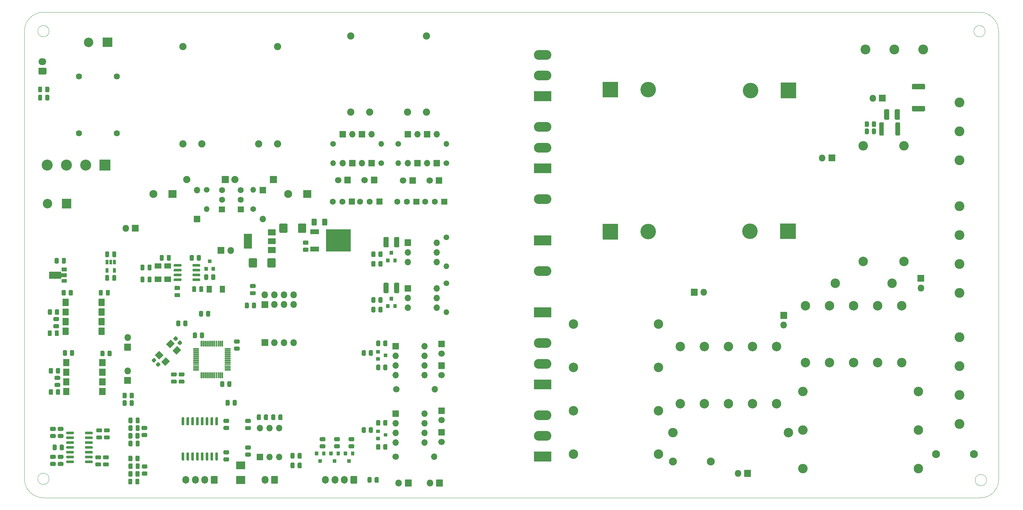
<source format=gbr>
%TF.GenerationSoftware,KiCad,Pcbnew,5.99.0-unknown-1f9723c~101~ubuntu18.04.1*%
%TF.CreationDate,2020-06-24T15:00:18+03:00*%
%TF.ProjectId,WaveUltrasonics,57617665-556c-4747-9261-736f6e696373,rev?*%
%TF.SameCoordinates,Original*%
%TF.FileFunction,Soldermask,Top*%
%TF.FilePolarity,Negative*%
%FSLAX46Y46*%
G04 Gerber Fmt 4.6, Leading zero omitted, Abs format (unit mm)*
G04 Created by KiCad (PCBNEW 5.99.0-unknown-1f9723c~101~ubuntu18.04.1) date 2020-06-24 15:00:18*
%MOMM*%
%LPD*%
G01*
G04 APERTURE LIST*
%TA.AperFunction,Profile*%
%ADD10C,0.050000*%
%TD*%
%ADD11O,1.700000X1.700000*%
%ADD12O,1.800000X1.800000*%
%ADD13C,2.600000*%
%ADD14O,2.500000X2.500000*%
%ADD15C,2.500000*%
%ADD16C,1.624000*%
%ADD17C,1.900000*%
%ADD18O,1.500000X1.500000*%
%ADD19C,1.500000*%
%ADD20O,1.800000X2.050000*%
%ADD21O,1.800000X2.100000*%
%ADD22O,2.100000X1.800000*%
%ADD23C,2.100000*%
%ADD24C,4.100000*%
%ADD25C,1.600000*%
%ADD26C,1.700000*%
%ADD27O,4.600000X2.600000*%
%ADD28C,2.900000*%
%ADD29O,1.900000X1.900000*%
G04 APERTURE END LIST*
D10*
X66500000Y-63000000D02*
G75*
G02*
X71500000Y-58000000I5000000J0D01*
G01*
X73000000Y-63000000D02*
G75*
G03*
X73000000Y-63000000I-1500000J0D01*
G01*
X73000000Y-181000000D02*
G75*
G03*
X73000000Y-181000000I-1500000J0D01*
G01*
X71500000Y-186000000D02*
G75*
G02*
X66500000Y-181000000I0J5000000D01*
G01*
X319984000Y-63008000D02*
G75*
G03*
X319984000Y-63008000I-1500000J0D01*
G01*
X320348000Y-181348000D02*
G75*
G03*
X320348000Y-181348000I-1500000J0D01*
G01*
X323500000Y-181348000D02*
G75*
G02*
X318848000Y-186000000I-4652000J0D01*
G01*
X318500000Y-58000000D02*
G75*
G02*
X323500000Y-63000000I0J-5000000D01*
G01*
X66500000Y-181000000D02*
X66500000Y-63000000D01*
X318848000Y-186000000D02*
X71500000Y-186000000D01*
X323500000Y-63000000D02*
X323500000Y-181348000D01*
X71500000Y-58000000D02*
X318500000Y-58000000D01*
D11*
%TO.C,U15*%
X128651000Y-167640000D03*
X133731000Y-175260000D03*
X131191000Y-167640000D03*
X131191000Y-175260000D03*
X133731000Y-167640000D03*
G36*
G01*
X129451000Y-176110000D02*
X127851000Y-176110000D01*
G75*
G02*
X127801000Y-176060000I0J50000D01*
G01*
X127801000Y-174460000D01*
G75*
G02*
X127851000Y-174410000I50000J0D01*
G01*
X129451000Y-174410000D01*
G75*
G02*
X129501000Y-174460000I0J-50000D01*
G01*
X129501000Y-176060000D01*
G75*
G02*
X129451000Y-176110000I-50000J0D01*
G01*
G37*
%TD*%
%TO.C,R32*%
G36*
G01*
X87754500Y-169564000D02*
X88717000Y-169564000D01*
G75*
G02*
X88985750Y-169832750I0J-268750D01*
G01*
X88985750Y-170370250D01*
G75*
G02*
X88717000Y-170639000I-268750J0D01*
G01*
X87754500Y-170639000D01*
G75*
G02*
X87485750Y-170370250I0J268750D01*
G01*
X87485750Y-169832750D01*
G75*
G02*
X87754500Y-169564000I268750J0D01*
G01*
G37*
G36*
G01*
X87754500Y-167689000D02*
X88717000Y-167689000D01*
G75*
G02*
X88985750Y-167957750I0J-268750D01*
G01*
X88985750Y-168495250D01*
G75*
G02*
X88717000Y-168764000I-268750J0D01*
G01*
X87754500Y-168764000D01*
G75*
G02*
X87485750Y-168495250I0J268750D01*
G01*
X87485750Y-167957750D01*
G75*
G02*
X87754500Y-167689000I268750J0D01*
G01*
G37*
%TD*%
%TO.C,R31*%
G36*
G01*
X88463000Y-175876000D02*
X87500500Y-175876000D01*
G75*
G02*
X87231750Y-175607250I0J268750D01*
G01*
X87231750Y-175069750D01*
G75*
G02*
X87500500Y-174801000I268750J0D01*
G01*
X88463000Y-174801000D01*
G75*
G02*
X88731750Y-175069750I0J-268750D01*
G01*
X88731750Y-175607250D01*
G75*
G02*
X88463000Y-175876000I-268750J0D01*
G01*
G37*
G36*
G01*
X88463000Y-177751000D02*
X87500500Y-177751000D01*
G75*
G02*
X87231750Y-177482250I0J268750D01*
G01*
X87231750Y-176944750D01*
G75*
G02*
X87500500Y-176676000I268750J0D01*
G01*
X88463000Y-176676000D01*
G75*
G02*
X88731750Y-176944750I0J-268750D01*
G01*
X88731750Y-177482250D01*
G75*
G02*
X88463000Y-177751000I-268750J0D01*
G01*
G37*
%TD*%
%TO.C,U3*%
G36*
G01*
X82462750Y-169085000D02*
X82462750Y-168735000D01*
G75*
G02*
X82637750Y-168560000I175000J0D01*
G01*
X84337750Y-168560000D01*
G75*
G02*
X84512750Y-168735000I0J-175000D01*
G01*
X84512750Y-169085000D01*
G75*
G02*
X84337750Y-169260000I-175000J0D01*
G01*
X82637750Y-169260000D01*
G75*
G02*
X82462750Y-169085000I0J175000D01*
G01*
G37*
G36*
G01*
X82462750Y-170355000D02*
X82462750Y-170005000D01*
G75*
G02*
X82637750Y-169830000I175000J0D01*
G01*
X84337750Y-169830000D01*
G75*
G02*
X84512750Y-170005000I0J-175000D01*
G01*
X84512750Y-170355000D01*
G75*
G02*
X84337750Y-170530000I-175000J0D01*
G01*
X82637750Y-170530000D01*
G75*
G02*
X82462750Y-170355000I0J175000D01*
G01*
G37*
G36*
G01*
X82462750Y-171625000D02*
X82462750Y-171275000D01*
G75*
G02*
X82637750Y-171100000I175000J0D01*
G01*
X84337750Y-171100000D01*
G75*
G02*
X84512750Y-171275000I0J-175000D01*
G01*
X84512750Y-171625000D01*
G75*
G02*
X84337750Y-171800000I-175000J0D01*
G01*
X82637750Y-171800000D01*
G75*
G02*
X82462750Y-171625000I0J175000D01*
G01*
G37*
G36*
G01*
X82462750Y-172895000D02*
X82462750Y-172545000D01*
G75*
G02*
X82637750Y-172370000I175000J0D01*
G01*
X84337750Y-172370000D01*
G75*
G02*
X84512750Y-172545000I0J-175000D01*
G01*
X84512750Y-172895000D01*
G75*
G02*
X84337750Y-173070000I-175000J0D01*
G01*
X82637750Y-173070000D01*
G75*
G02*
X82462750Y-172895000I0J175000D01*
G01*
G37*
G36*
G01*
X82462750Y-174165000D02*
X82462750Y-173815000D01*
G75*
G02*
X82637750Y-173640000I175000J0D01*
G01*
X84337750Y-173640000D01*
G75*
G02*
X84512750Y-173815000I0J-175000D01*
G01*
X84512750Y-174165000D01*
G75*
G02*
X84337750Y-174340000I-175000J0D01*
G01*
X82637750Y-174340000D01*
G75*
G02*
X82462750Y-174165000I0J175000D01*
G01*
G37*
G36*
G01*
X82462750Y-175435000D02*
X82462750Y-175085000D01*
G75*
G02*
X82637750Y-174910000I175000J0D01*
G01*
X84337750Y-174910000D01*
G75*
G02*
X84512750Y-175085000I0J-175000D01*
G01*
X84512750Y-175435000D01*
G75*
G02*
X84337750Y-175610000I-175000J0D01*
G01*
X82637750Y-175610000D01*
G75*
G02*
X82462750Y-175435000I0J175000D01*
G01*
G37*
G36*
G01*
X82462750Y-176705000D02*
X82462750Y-176355000D01*
G75*
G02*
X82637750Y-176180000I175000J0D01*
G01*
X84337750Y-176180000D01*
G75*
G02*
X84512750Y-176355000I0J-175000D01*
G01*
X84512750Y-176705000D01*
G75*
G02*
X84337750Y-176880000I-175000J0D01*
G01*
X82637750Y-176880000D01*
G75*
G02*
X82462750Y-176705000I0J175000D01*
G01*
G37*
G36*
G01*
X77512750Y-176705000D02*
X77512750Y-176355000D01*
G75*
G02*
X77687750Y-176180000I175000J0D01*
G01*
X79387750Y-176180000D01*
G75*
G02*
X79562750Y-176355000I0J-175000D01*
G01*
X79562750Y-176705000D01*
G75*
G02*
X79387750Y-176880000I-175000J0D01*
G01*
X77687750Y-176880000D01*
G75*
G02*
X77512750Y-176705000I0J175000D01*
G01*
G37*
G36*
G01*
X77512750Y-175435000D02*
X77512750Y-175085000D01*
G75*
G02*
X77687750Y-174910000I175000J0D01*
G01*
X79387750Y-174910000D01*
G75*
G02*
X79562750Y-175085000I0J-175000D01*
G01*
X79562750Y-175435000D01*
G75*
G02*
X79387750Y-175610000I-175000J0D01*
G01*
X77687750Y-175610000D01*
G75*
G02*
X77512750Y-175435000I0J175000D01*
G01*
G37*
G36*
G01*
X77512750Y-174165000D02*
X77512750Y-173815000D01*
G75*
G02*
X77687750Y-173640000I175000J0D01*
G01*
X79387750Y-173640000D01*
G75*
G02*
X79562750Y-173815000I0J-175000D01*
G01*
X79562750Y-174165000D01*
G75*
G02*
X79387750Y-174340000I-175000J0D01*
G01*
X77687750Y-174340000D01*
G75*
G02*
X77512750Y-174165000I0J175000D01*
G01*
G37*
G36*
G01*
X77512750Y-172895000D02*
X77512750Y-172545000D01*
G75*
G02*
X77687750Y-172370000I175000J0D01*
G01*
X79387750Y-172370000D01*
G75*
G02*
X79562750Y-172545000I0J-175000D01*
G01*
X79562750Y-172895000D01*
G75*
G02*
X79387750Y-173070000I-175000J0D01*
G01*
X77687750Y-173070000D01*
G75*
G02*
X77512750Y-172895000I0J175000D01*
G01*
G37*
G36*
G01*
X77512750Y-171625000D02*
X77512750Y-171275000D01*
G75*
G02*
X77687750Y-171100000I175000J0D01*
G01*
X79387750Y-171100000D01*
G75*
G02*
X79562750Y-171275000I0J-175000D01*
G01*
X79562750Y-171625000D01*
G75*
G02*
X79387750Y-171800000I-175000J0D01*
G01*
X77687750Y-171800000D01*
G75*
G02*
X77512750Y-171625000I0J175000D01*
G01*
G37*
G36*
G01*
X77512750Y-170355000D02*
X77512750Y-170005000D01*
G75*
G02*
X77687750Y-169830000I175000J0D01*
G01*
X79387750Y-169830000D01*
G75*
G02*
X79562750Y-170005000I0J-175000D01*
G01*
X79562750Y-170355000D01*
G75*
G02*
X79387750Y-170530000I-175000J0D01*
G01*
X77687750Y-170530000D01*
G75*
G02*
X77512750Y-170355000I0J175000D01*
G01*
G37*
G36*
G01*
X77512750Y-169085000D02*
X77512750Y-168735000D01*
G75*
G02*
X77687750Y-168560000I175000J0D01*
G01*
X79387750Y-168560000D01*
G75*
G02*
X79562750Y-168735000I0J-175000D01*
G01*
X79562750Y-169085000D01*
G75*
G02*
X79387750Y-169260000I-175000J0D01*
G01*
X77687750Y-169260000D01*
G75*
G02*
X77512750Y-169085000I0J175000D01*
G01*
G37*
%TD*%
%TO.C,C41*%
G36*
G01*
X95029000Y-177191750D02*
X95029000Y-178154250D01*
G75*
G02*
X94760250Y-178423000I-268750J0D01*
G01*
X94222750Y-178423000D01*
G75*
G02*
X93954000Y-178154250I0J268750D01*
G01*
X93954000Y-177191750D01*
G75*
G02*
X94222750Y-176923000I268750J0D01*
G01*
X94760250Y-176923000D01*
G75*
G02*
X95029000Y-177191750I0J-268750D01*
G01*
G37*
G36*
G01*
X96904000Y-177191750D02*
X96904000Y-178154250D01*
G75*
G02*
X96635250Y-178423000I-268750J0D01*
G01*
X96097750Y-178423000D01*
G75*
G02*
X95829000Y-178154250I0J268750D01*
G01*
X95829000Y-177191750D01*
G75*
G02*
X96097750Y-176923000I268750J0D01*
G01*
X96635250Y-176923000D01*
G75*
G02*
X96904000Y-177191750I0J-268750D01*
G01*
G37*
%TD*%
%TO.C,C38*%
G36*
G01*
X98682250Y-178289000D02*
X97719750Y-178289000D01*
G75*
G02*
X97451000Y-178020250I0J268750D01*
G01*
X97451000Y-177482750D01*
G75*
G02*
X97719750Y-177214000I268750J0D01*
G01*
X98682250Y-177214000D01*
G75*
G02*
X98951000Y-177482750I0J-268750D01*
G01*
X98951000Y-178020250D01*
G75*
G02*
X98682250Y-178289000I-268750J0D01*
G01*
G37*
G36*
G01*
X98682250Y-180164000D02*
X97719750Y-180164000D01*
G75*
G02*
X97451000Y-179895250I0J268750D01*
G01*
X97451000Y-179357750D01*
G75*
G02*
X97719750Y-179089000I268750J0D01*
G01*
X98682250Y-179089000D01*
G75*
G02*
X98951000Y-179357750I0J-268750D01*
G01*
X98951000Y-179895250D01*
G75*
G02*
X98682250Y-180164000I-268750J0D01*
G01*
G37*
%TD*%
%TO.C,C7*%
G36*
G01*
X95800000Y-180186250D02*
X95800000Y-179223750D01*
G75*
G02*
X96068750Y-178955000I268750J0D01*
G01*
X96606250Y-178955000D01*
G75*
G02*
X96875000Y-179223750I0J-268750D01*
G01*
X96875000Y-180186250D01*
G75*
G02*
X96606250Y-180455000I-268750J0D01*
G01*
X96068750Y-180455000D01*
G75*
G02*
X95800000Y-180186250I0J268750D01*
G01*
G37*
G36*
G01*
X93925000Y-180186250D02*
X93925000Y-179223750D01*
G75*
G02*
X94193750Y-178955000I268750J0D01*
G01*
X94731250Y-178955000D01*
G75*
G02*
X95000000Y-179223750I0J-268750D01*
G01*
X95000000Y-180186250D01*
G75*
G02*
X94731250Y-180455000I-268750J0D01*
G01*
X94193750Y-180455000D01*
G75*
G02*
X93925000Y-180186250I0J268750D01*
G01*
G37*
%TD*%
%TO.C,C6*%
G36*
G01*
X94977000Y-169190750D02*
X94977000Y-170153250D01*
G75*
G02*
X94708250Y-170422000I-268750J0D01*
G01*
X94170750Y-170422000D01*
G75*
G02*
X93902000Y-170153250I0J268750D01*
G01*
X93902000Y-169190750D01*
G75*
G02*
X94170750Y-168922000I268750J0D01*
G01*
X94708250Y-168922000D01*
G75*
G02*
X94977000Y-169190750I0J-268750D01*
G01*
G37*
G36*
G01*
X96852000Y-169190750D02*
X96852000Y-170153250D01*
G75*
G02*
X96583250Y-170422000I-268750J0D01*
G01*
X96045750Y-170422000D01*
G75*
G02*
X95777000Y-170153250I0J268750D01*
G01*
X95777000Y-169190750D01*
G75*
G02*
X96045750Y-168922000I268750J0D01*
G01*
X96583250Y-168922000D01*
G75*
G02*
X96852000Y-169190750I0J-268750D01*
G01*
G37*
%TD*%
%TO.C,C5*%
G36*
G01*
X97651500Y-168929000D02*
X98614000Y-168929000D01*
G75*
G02*
X98882750Y-169197750I0J-268750D01*
G01*
X98882750Y-169735250D01*
G75*
G02*
X98614000Y-170004000I-268750J0D01*
G01*
X97651500Y-170004000D01*
G75*
G02*
X97382750Y-169735250I0J268750D01*
G01*
X97382750Y-169197750D01*
G75*
G02*
X97651500Y-168929000I268750J0D01*
G01*
G37*
G36*
G01*
X97651500Y-167054000D02*
X98614000Y-167054000D01*
G75*
G02*
X98882750Y-167322750I0J-268750D01*
G01*
X98882750Y-167860250D01*
G75*
G02*
X98614000Y-168129000I-268750J0D01*
G01*
X97651500Y-168129000D01*
G75*
G02*
X97382750Y-167860250I0J268750D01*
G01*
X97382750Y-167322750D01*
G75*
G02*
X97651500Y-167054000I268750J0D01*
G01*
G37*
%TD*%
%TO.C,C4*%
G36*
G01*
X95825500Y-168121250D02*
X95825500Y-167158750D01*
G75*
G02*
X96094250Y-166890000I268750J0D01*
G01*
X96631750Y-166890000D01*
G75*
G02*
X96900500Y-167158750I0J-268750D01*
G01*
X96900500Y-168121250D01*
G75*
G02*
X96631750Y-168390000I-268750J0D01*
G01*
X96094250Y-168390000D01*
G75*
G02*
X95825500Y-168121250I0J268750D01*
G01*
G37*
G36*
G01*
X93950500Y-168121250D02*
X93950500Y-167158750D01*
G75*
G02*
X94219250Y-166890000I268750J0D01*
G01*
X94756750Y-166890000D01*
G75*
G02*
X95025500Y-167158750I0J-268750D01*
G01*
X95025500Y-168121250D01*
G75*
G02*
X94756750Y-168390000I-268750J0D01*
G01*
X94219250Y-168390000D01*
G75*
G02*
X93950500Y-168121250I0J268750D01*
G01*
G37*
%TD*%
D12*
%TO.C,TP9*%
X93726000Y-152527000D03*
G36*
G01*
X94626000Y-154217000D02*
X94626000Y-155917000D01*
G75*
G02*
X94576000Y-155967000I-50000J0D01*
G01*
X92876000Y-155967000D01*
G75*
G02*
X92826000Y-155917000I0J50000D01*
G01*
X92826000Y-154217000D01*
G75*
G02*
X92876000Y-154167000I50000J0D01*
G01*
X94576000Y-154167000D01*
G75*
G02*
X94626000Y-154217000I0J-50000D01*
G01*
G37*
%TD*%
%TO.C,TP8*%
X93726000Y-143764000D03*
G36*
G01*
X94626000Y-145454000D02*
X94626000Y-147154000D01*
G75*
G02*
X94576000Y-147204000I-50000J0D01*
G01*
X92876000Y-147204000D01*
G75*
G02*
X92826000Y-147154000I0J50000D01*
G01*
X92826000Y-145454000D01*
G75*
G02*
X92876000Y-145404000I50000J0D01*
G01*
X94576000Y-145404000D01*
G75*
G02*
X94626000Y-145454000I0J-50000D01*
G01*
G37*
%TD*%
%TO.C,J2*%
X137541000Y-132524500D03*
X137541000Y-135064500D03*
X135001000Y-132524500D03*
X135001000Y-135064500D03*
X132461000Y-132524500D03*
X132461000Y-135064500D03*
X129921000Y-132524500D03*
G36*
G01*
X130771000Y-135964500D02*
X129071000Y-135964500D01*
G75*
G02*
X129021000Y-135914500I0J50000D01*
G01*
X129021000Y-134214500D01*
G75*
G02*
X129071000Y-134164500I50000J0D01*
G01*
X130771000Y-134164500D01*
G75*
G02*
X130821000Y-134214500I0J-50000D01*
G01*
X130821000Y-135914500D01*
G75*
G02*
X130771000Y-135964500I-50000J0D01*
G01*
G37*
%TD*%
%TO.C,C56*%
G36*
G01*
X289287000Y-87021750D02*
X289287000Y-87984250D01*
G75*
G02*
X289018250Y-88253000I-268750J0D01*
G01*
X288480750Y-88253000D01*
G75*
G02*
X288212000Y-87984250I0J268750D01*
G01*
X288212000Y-87021750D01*
G75*
G02*
X288480750Y-86753000I268750J0D01*
G01*
X289018250Y-86753000D01*
G75*
G02*
X289287000Y-87021750I0J-268750D01*
G01*
G37*
G36*
G01*
X291162000Y-87021750D02*
X291162000Y-87984250D01*
G75*
G02*
X290893250Y-88253000I-268750J0D01*
G01*
X290355750Y-88253000D01*
G75*
G02*
X290087000Y-87984250I0J268750D01*
G01*
X290087000Y-87021750D01*
G75*
G02*
X290355750Y-86753000I268750J0D01*
G01*
X290893250Y-86753000D01*
G75*
G02*
X291162000Y-87021750I0J-268750D01*
G01*
G37*
%TD*%
%TO.C,U10*%
G36*
G01*
X86058000Y-135383000D02*
X86058000Y-133603000D01*
G75*
G02*
X86108000Y-133553000I50000J0D01*
G01*
X87628000Y-133553000D01*
G75*
G02*
X87678000Y-133603000I0J-50000D01*
G01*
X87678000Y-135383000D01*
G75*
G02*
X87628000Y-135433000I-50000J0D01*
G01*
X86108000Y-135433000D01*
G75*
G02*
X86058000Y-135383000I0J50000D01*
G01*
G37*
G36*
G01*
X86058000Y-137923000D02*
X86058000Y-136143000D01*
G75*
G02*
X86108000Y-136093000I50000J0D01*
G01*
X87628000Y-136093000D01*
G75*
G02*
X87678000Y-136143000I0J-50000D01*
G01*
X87678000Y-137923000D01*
G75*
G02*
X87628000Y-137973000I-50000J0D01*
G01*
X86108000Y-137973000D01*
G75*
G02*
X86058000Y-137923000I0J50000D01*
G01*
G37*
G36*
G01*
X86058000Y-140463000D02*
X86058000Y-138683000D01*
G75*
G02*
X86108000Y-138633000I50000J0D01*
G01*
X87628000Y-138633000D01*
G75*
G02*
X87678000Y-138683000I0J-50000D01*
G01*
X87678000Y-140463000D01*
G75*
G02*
X87628000Y-140513000I-50000J0D01*
G01*
X86108000Y-140513000D01*
G75*
G02*
X86058000Y-140463000I0J50000D01*
G01*
G37*
G36*
G01*
X86058000Y-143003000D02*
X86058000Y-141223000D01*
G75*
G02*
X86108000Y-141173000I50000J0D01*
G01*
X87628000Y-141173000D01*
G75*
G02*
X87678000Y-141223000I0J-50000D01*
G01*
X87678000Y-143003000D01*
G75*
G02*
X87628000Y-143053000I-50000J0D01*
G01*
X86108000Y-143053000D01*
G75*
G02*
X86058000Y-143003000I0J50000D01*
G01*
G37*
G36*
G01*
X76538000Y-143003000D02*
X76538000Y-141223000D01*
G75*
G02*
X76588000Y-141173000I50000J0D01*
G01*
X78108000Y-141173000D01*
G75*
G02*
X78158000Y-141223000I0J-50000D01*
G01*
X78158000Y-143003000D01*
G75*
G02*
X78108000Y-143053000I-50000J0D01*
G01*
X76588000Y-143053000D01*
G75*
G02*
X76538000Y-143003000I0J50000D01*
G01*
G37*
G36*
G01*
X76538000Y-140463000D02*
X76538000Y-138683000D01*
G75*
G02*
X76588000Y-138633000I50000J0D01*
G01*
X78108000Y-138633000D01*
G75*
G02*
X78158000Y-138683000I0J-50000D01*
G01*
X78158000Y-140463000D01*
G75*
G02*
X78108000Y-140513000I-50000J0D01*
G01*
X76588000Y-140513000D01*
G75*
G02*
X76538000Y-140463000I0J50000D01*
G01*
G37*
G36*
G01*
X76538000Y-137908000D02*
X76538000Y-136158000D01*
G75*
G02*
X76588000Y-136108000I50000J0D01*
G01*
X78108000Y-136108000D01*
G75*
G02*
X78158000Y-136158000I0J-50000D01*
G01*
X78158000Y-137908000D01*
G75*
G02*
X78108000Y-137958000I-50000J0D01*
G01*
X76588000Y-137958000D01*
G75*
G02*
X76538000Y-137908000I0J50000D01*
G01*
G37*
G36*
G01*
X76538000Y-135383000D02*
X76538000Y-133603000D01*
G75*
G02*
X76588000Y-133553000I50000J0D01*
G01*
X78108000Y-133553000D01*
G75*
G02*
X78158000Y-133603000I0J-50000D01*
G01*
X78158000Y-135383000D01*
G75*
G02*
X78108000Y-135433000I-50000J0D01*
G01*
X76588000Y-135433000D01*
G75*
G02*
X76538000Y-135383000I0J50000D01*
G01*
G37*
%TD*%
%TO.C,R25*%
G36*
G01*
X289287000Y-88926750D02*
X289287000Y-89889250D01*
G75*
G02*
X289018250Y-90158000I-268750J0D01*
G01*
X288480750Y-90158000D01*
G75*
G02*
X288212000Y-89889250I0J268750D01*
G01*
X288212000Y-88926750D01*
G75*
G02*
X288480750Y-88658000I268750J0D01*
G01*
X289018250Y-88658000D01*
G75*
G02*
X289287000Y-88926750I0J-268750D01*
G01*
G37*
G36*
G01*
X291162000Y-88926750D02*
X291162000Y-89889250D01*
G75*
G02*
X290893250Y-90158000I-268750J0D01*
G01*
X290355750Y-90158000D01*
G75*
G02*
X290087000Y-89889250I0J268750D01*
G01*
X290087000Y-88926750D01*
G75*
G02*
X290355750Y-88658000I268750J0D01*
G01*
X290893250Y-88658000D01*
G75*
G02*
X291162000Y-88926750I0J-268750D01*
G01*
G37*
%TD*%
%TO.C,R23*%
G36*
G01*
X293250125Y-87295218D02*
X293250125Y-90250782D01*
G75*
G02*
X292977907Y-90523000I-272218J0D01*
G01*
X292297343Y-90523000D01*
G75*
G02*
X292025125Y-90250782I0J272218D01*
G01*
X292025125Y-87295218D01*
G75*
G02*
X292297343Y-87023000I272218J0D01*
G01*
X292977907Y-87023000D01*
G75*
G02*
X293250125Y-87295218I0J-272218D01*
G01*
G37*
G36*
G01*
X297525125Y-87295218D02*
X297525125Y-90250782D01*
G75*
G02*
X297252907Y-90523000I-272218J0D01*
G01*
X296572343Y-90523000D01*
G75*
G02*
X296300125Y-90250782I0J272218D01*
G01*
X296300125Y-87295218D01*
G75*
G02*
X296572343Y-87023000I272218J0D01*
G01*
X297252907Y-87023000D01*
G75*
G02*
X297525125Y-87295218I0J-272218D01*
G01*
G37*
%TD*%
%TO.C,C74*%
G36*
G01*
X140210750Y-120071000D02*
X141173250Y-120071000D01*
G75*
G02*
X141442000Y-120339750I0J-268750D01*
G01*
X141442000Y-120877250D01*
G75*
G02*
X141173250Y-121146000I-268750J0D01*
G01*
X140210750Y-121146000D01*
G75*
G02*
X139942000Y-120877250I0J268750D01*
G01*
X139942000Y-120339750D01*
G75*
G02*
X140210750Y-120071000I268750J0D01*
G01*
G37*
G36*
G01*
X140210750Y-118196000D02*
X141173250Y-118196000D01*
G75*
G02*
X141442000Y-118464750I0J-268750D01*
G01*
X141442000Y-119002250D01*
G75*
G02*
X141173250Y-119271000I-268750J0D01*
G01*
X140210750Y-119271000D01*
G75*
G02*
X139942000Y-119002250I0J268750D01*
G01*
X139942000Y-118464750D01*
G75*
G02*
X140210750Y-118196000I268750J0D01*
G01*
G37*
%TD*%
%TO.C,C55*%
G36*
G01*
X294685125Y-83858000D02*
X294685125Y-86068000D01*
G75*
G02*
X294415125Y-86338000I-270000J0D01*
G01*
X293605125Y-86338000D01*
G75*
G02*
X293335125Y-86068000I0J270000D01*
G01*
X293335125Y-83858000D01*
G75*
G02*
X293605125Y-83588000I270000J0D01*
G01*
X294415125Y-83588000D01*
G75*
G02*
X294685125Y-83858000I0J-270000D01*
G01*
G37*
G36*
G01*
X297485125Y-83858000D02*
X297485125Y-86068000D01*
G75*
G02*
X297215125Y-86338000I-270000J0D01*
G01*
X296405125Y-86338000D01*
G75*
G02*
X296135125Y-86068000I0J270000D01*
G01*
X296135125Y-83858000D01*
G75*
G02*
X296405125Y-83588000I270000J0D01*
G01*
X297215125Y-83588000D01*
G75*
G02*
X297485125Y-83858000I0J-270000D01*
G01*
G37*
%TD*%
%TO.C,C44*%
G36*
G01*
X74387750Y-140227000D02*
X75350250Y-140227000D01*
G75*
G02*
X75619000Y-140495750I0J-268750D01*
G01*
X75619000Y-141033250D01*
G75*
G02*
X75350250Y-141302000I-268750J0D01*
G01*
X74387750Y-141302000D01*
G75*
G02*
X74119000Y-141033250I0J268750D01*
G01*
X74119000Y-140495750D01*
G75*
G02*
X74387750Y-140227000I268750J0D01*
G01*
G37*
G36*
G01*
X74387750Y-138352000D02*
X75350250Y-138352000D01*
G75*
G02*
X75619000Y-138620750I0J-268750D01*
G01*
X75619000Y-139158250D01*
G75*
G02*
X75350250Y-139427000I-268750J0D01*
G01*
X74387750Y-139427000D01*
G75*
G02*
X74119000Y-139158250I0J268750D01*
G01*
X74119000Y-138620750D01*
G75*
G02*
X74387750Y-138352000I268750J0D01*
G01*
G37*
%TD*%
%TO.C,C43*%
G36*
G01*
X77390000Y-131471750D02*
X77390000Y-132434250D01*
G75*
G02*
X77121250Y-132703000I-268750J0D01*
G01*
X76583750Y-132703000D01*
G75*
G02*
X76315000Y-132434250I0J268750D01*
G01*
X76315000Y-131471750D01*
G75*
G02*
X76583750Y-131203000I268750J0D01*
G01*
X77121250Y-131203000D01*
G75*
G02*
X77390000Y-131471750I0J-268750D01*
G01*
G37*
G36*
G01*
X79265000Y-131471750D02*
X79265000Y-132434250D01*
G75*
G02*
X78996250Y-132703000I-268750J0D01*
G01*
X78458750Y-132703000D01*
G75*
G02*
X78190000Y-132434250I0J268750D01*
G01*
X78190000Y-131471750D01*
G75*
G02*
X78458750Y-131203000I268750J0D01*
G01*
X78996250Y-131203000D01*
G75*
G02*
X79265000Y-131471750I0J-268750D01*
G01*
G37*
%TD*%
%TO.C,C42*%
G36*
G01*
X87169000Y-131471750D02*
X87169000Y-132434250D01*
G75*
G02*
X86900250Y-132703000I-268750J0D01*
G01*
X86362750Y-132703000D01*
G75*
G02*
X86094000Y-132434250I0J268750D01*
G01*
X86094000Y-131471750D01*
G75*
G02*
X86362750Y-131203000I268750J0D01*
G01*
X86900250Y-131203000D01*
G75*
G02*
X87169000Y-131471750I0J-268750D01*
G01*
G37*
G36*
G01*
X89044000Y-131471750D02*
X89044000Y-132434250D01*
G75*
G02*
X88775250Y-132703000I-268750J0D01*
G01*
X88237750Y-132703000D01*
G75*
G02*
X87969000Y-132434250I0J268750D01*
G01*
X87969000Y-131471750D01*
G75*
G02*
X88237750Y-131203000I268750J0D01*
G01*
X88775250Y-131203000D01*
G75*
G02*
X89044000Y-131471750I0J-268750D01*
G01*
G37*
%TD*%
D13*
%TO.C,J1*%
X303657000Y-67818000D03*
X296037000Y-67818000D03*
X288417000Y-67818000D03*
%TD*%
%TO.C,Q23*%
G36*
G01*
X161282000Y-169818000D02*
X161282000Y-169018000D01*
G75*
G02*
X161332000Y-168968000I50000J0D01*
G01*
X162232000Y-168968000D01*
G75*
G02*
X162282000Y-169018000I0J-50000D01*
G01*
X162282000Y-169818000D01*
G75*
G02*
X162232000Y-169868000I-50000J0D01*
G01*
X161332000Y-169868000D01*
G75*
G02*
X161282000Y-169818000I0J50000D01*
G01*
G37*
G36*
G01*
X159282000Y-170768000D02*
X159282000Y-169968000D01*
G75*
G02*
X159332000Y-169918000I50000J0D01*
G01*
X160232000Y-169918000D01*
G75*
G02*
X160282000Y-169968000I0J-50000D01*
G01*
X160282000Y-170768000D01*
G75*
G02*
X160232000Y-170818000I-50000J0D01*
G01*
X159332000Y-170818000D01*
G75*
G02*
X159282000Y-170768000I0J50000D01*
G01*
G37*
G36*
G01*
X159282000Y-168868000D02*
X159282000Y-168068000D01*
G75*
G02*
X159332000Y-168018000I50000J0D01*
G01*
X160232000Y-168018000D01*
G75*
G02*
X160282000Y-168068000I0J-50000D01*
G01*
X160282000Y-168868000D01*
G75*
G02*
X160232000Y-168918000I-50000J0D01*
G01*
X159332000Y-168918000D01*
G75*
G02*
X159282000Y-168868000I0J50000D01*
G01*
G37*
%TD*%
D11*
%TO.C,U9*%
X172085000Y-163830000D03*
X164465000Y-171450000D03*
X172085000Y-166370000D03*
X164465000Y-168910000D03*
X172085000Y-168910000D03*
X164465000Y-166370000D03*
X172085000Y-171450000D03*
G36*
G01*
X163615000Y-164630000D02*
X163615000Y-163030000D01*
G75*
G02*
X163665000Y-162980000I50000J0D01*
G01*
X165265000Y-162980000D01*
G75*
G02*
X165315000Y-163030000I0J-50000D01*
G01*
X165315000Y-164630000D01*
G75*
G02*
X165265000Y-164680000I-50000J0D01*
G01*
X163665000Y-164680000D01*
G75*
G02*
X163615000Y-164630000I0J50000D01*
G01*
G37*
%TD*%
D12*
%TO.C,TP13*%
X93218000Y-114935000D03*
G36*
G01*
X94908000Y-114035000D02*
X96608000Y-114035000D01*
G75*
G02*
X96658000Y-114085000I0J-50000D01*
G01*
X96658000Y-115785000D01*
G75*
G02*
X96608000Y-115835000I-50000J0D01*
G01*
X94908000Y-115835000D01*
G75*
G02*
X94858000Y-115785000I0J50000D01*
G01*
X94858000Y-114085000D01*
G75*
G02*
X94908000Y-114035000I50000J0D01*
G01*
G37*
%TD*%
D14*
%TO.C,R76*%
X271907000Y-178308000D03*
D15*
X302387000Y-178308000D03*
%TD*%
%TO.C,C37*%
X211307000Y-174498000D03*
X233807000Y-174498000D03*
%TD*%
%TO.C,Y1*%
G36*
G01*
X104924330Y-146527064D02*
X103934381Y-145537114D01*
G75*
G02*
X103934381Y-145466404I35355J35355D01*
G01*
X105065752Y-144335033D01*
G75*
G02*
X105136462Y-144335033I35355J-35355D01*
G01*
X106126411Y-145324982D01*
G75*
G02*
X106126411Y-145395692I-35355J-35355D01*
G01*
X104995040Y-146527063D01*
G75*
G02*
X104924330Y-146527063I-35355J35355D01*
G01*
G37*
G36*
G01*
X106621386Y-148224120D02*
X105631437Y-147234170D01*
G75*
G02*
X105631437Y-147163460I35355J35355D01*
G01*
X106762808Y-146032089D01*
G75*
G02*
X106833518Y-146032089I35355J-35355D01*
G01*
X107823467Y-147022038D01*
G75*
G02*
X107823467Y-147092748I-35355J-35355D01*
G01*
X106692096Y-148224119D01*
G75*
G02*
X106621386Y-148224119I-35355J35355D01*
G01*
G37*
G36*
G01*
X103651538Y-151193968D02*
X102661589Y-150204018D01*
G75*
G02*
X102661589Y-150133308I35355J35355D01*
G01*
X103792960Y-149001937D01*
G75*
G02*
X103863670Y-149001937I35355J-35355D01*
G01*
X104853619Y-149991886D01*
G75*
G02*
X104853619Y-150062596I-35355J-35355D01*
G01*
X103722248Y-151193967D01*
G75*
G02*
X103651538Y-151193967I-35355J35355D01*
G01*
G37*
G36*
G01*
X102025193Y-149513882D02*
X100947562Y-148436251D01*
G75*
G02*
X100947562Y-148365541I35355J35355D01*
G01*
X102025193Y-147287910D01*
G75*
G02*
X102095903Y-147287910I35355J-35355D01*
G01*
X103173534Y-148365541D01*
G75*
G02*
X103173534Y-148436251I-35355J-35355D01*
G01*
X102095903Y-149513882D01*
G75*
G02*
X102025193Y-149513882I-35355J35355D01*
G01*
G37*
%TD*%
%TO.C,D29*%
G36*
G01*
X122446000Y-180270000D02*
X124696000Y-180270000D01*
G75*
G02*
X124746000Y-180320000I0J-50000D01*
G01*
X124746000Y-182320000D01*
G75*
G02*
X124696000Y-182370000I-50000J0D01*
G01*
X122446000Y-182370000D01*
G75*
G02*
X122396000Y-182320000I0J50000D01*
G01*
X122396000Y-180320000D01*
G75*
G02*
X122446000Y-180270000I50000J0D01*
G01*
G37*
G36*
G01*
X122446000Y-176405000D02*
X124696000Y-176405000D01*
G75*
G02*
X124746000Y-176455000I0J-50000D01*
G01*
X124746000Y-178455000D01*
G75*
G02*
X124696000Y-178505000I-50000J0D01*
G01*
X122446000Y-178505000D01*
G75*
G02*
X122396000Y-178455000I0J50000D01*
G01*
X122396000Y-176455000D01*
G75*
G02*
X122446000Y-176405000I50000J0D01*
G01*
G37*
%TD*%
D16*
%TO.C,L1*%
X80852000Y-89923000D03*
X90852000Y-89923000D03*
X90852000Y-74923000D03*
X80852000Y-74923000D03*
%TD*%
D17*
%TO.C,T2*%
X108277000Y-92733000D03*
X113277000Y-92733000D03*
X128277000Y-92733000D03*
X133277000Y-92733000D03*
X133277000Y-67033000D03*
X108277000Y-67033000D03*
%TD*%
%TO.C,C68*%
G36*
G01*
X138576000Y-175423750D02*
X138576000Y-174461250D01*
G75*
G02*
X138844750Y-174192500I268750J0D01*
G01*
X139382250Y-174192500D01*
G75*
G02*
X139651000Y-174461250I0J-268750D01*
G01*
X139651000Y-175423750D01*
G75*
G02*
X139382250Y-175692500I-268750J0D01*
G01*
X138844750Y-175692500D01*
G75*
G02*
X138576000Y-175423750I0J268750D01*
G01*
G37*
G36*
G01*
X136701000Y-175423750D02*
X136701000Y-174461250D01*
G75*
G02*
X136969750Y-174192500I268750J0D01*
G01*
X137507250Y-174192500D01*
G75*
G02*
X137776000Y-174461250I0J-268750D01*
G01*
X137776000Y-175423750D01*
G75*
G02*
X137507250Y-175692500I-268750J0D01*
G01*
X136969750Y-175692500D01*
G75*
G02*
X136701000Y-175423750I0J268750D01*
G01*
G37*
%TD*%
%TO.C,C48*%
G36*
G01*
X71179500Y-80036750D02*
X71179500Y-80999250D01*
G75*
G02*
X70910750Y-81268000I-268750J0D01*
G01*
X70373250Y-81268000D01*
G75*
G02*
X70104500Y-80999250I0J268750D01*
G01*
X70104500Y-80036750D01*
G75*
G02*
X70373250Y-79768000I268750J0D01*
G01*
X70910750Y-79768000D01*
G75*
G02*
X71179500Y-80036750I0J-268750D01*
G01*
G37*
G36*
G01*
X73054500Y-80036750D02*
X73054500Y-80999250D01*
G75*
G02*
X72785750Y-81268000I-268750J0D01*
G01*
X72248250Y-81268000D01*
G75*
G02*
X71979500Y-80999250I0J268750D01*
G01*
X71979500Y-80036750D01*
G75*
G02*
X72248250Y-79768000I268750J0D01*
G01*
X72785750Y-79768000D01*
G75*
G02*
X73054500Y-80036750I0J-268750D01*
G01*
G37*
%TD*%
%TO.C,U17*%
G36*
G01*
X113001000Y-146067500D02*
X113001000Y-144692500D01*
G75*
G02*
X113101000Y-144592500I100000J0D01*
G01*
X113301000Y-144592500D01*
G75*
G02*
X113401000Y-144692500I0J-100000D01*
G01*
X113401000Y-146067500D01*
G75*
G02*
X113301000Y-146167500I-100000J0D01*
G01*
X113101000Y-146167500D01*
G75*
G02*
X113001000Y-146067500I0J100000D01*
G01*
G37*
G36*
G01*
X113501000Y-146067500D02*
X113501000Y-144692500D01*
G75*
G02*
X113601000Y-144592500I100000J0D01*
G01*
X113801000Y-144592500D01*
G75*
G02*
X113901000Y-144692500I0J-100000D01*
G01*
X113901000Y-146067500D01*
G75*
G02*
X113801000Y-146167500I-100000J0D01*
G01*
X113601000Y-146167500D01*
G75*
G02*
X113501000Y-146067500I0J100000D01*
G01*
G37*
G36*
G01*
X114001000Y-146067500D02*
X114001000Y-144692500D01*
G75*
G02*
X114101000Y-144592500I100000J0D01*
G01*
X114301000Y-144592500D01*
G75*
G02*
X114401000Y-144692500I0J-100000D01*
G01*
X114401000Y-146067500D01*
G75*
G02*
X114301000Y-146167500I-100000J0D01*
G01*
X114101000Y-146167500D01*
G75*
G02*
X114001000Y-146067500I0J100000D01*
G01*
G37*
G36*
G01*
X114501000Y-146067500D02*
X114501000Y-144692500D01*
G75*
G02*
X114601000Y-144592500I100000J0D01*
G01*
X114801000Y-144592500D01*
G75*
G02*
X114901000Y-144692500I0J-100000D01*
G01*
X114901000Y-146067500D01*
G75*
G02*
X114801000Y-146167500I-100000J0D01*
G01*
X114601000Y-146167500D01*
G75*
G02*
X114501000Y-146067500I0J100000D01*
G01*
G37*
G36*
G01*
X115001000Y-146067500D02*
X115001000Y-144692500D01*
G75*
G02*
X115101000Y-144592500I100000J0D01*
G01*
X115301000Y-144592500D01*
G75*
G02*
X115401000Y-144692500I0J-100000D01*
G01*
X115401000Y-146067500D01*
G75*
G02*
X115301000Y-146167500I-100000J0D01*
G01*
X115101000Y-146167500D01*
G75*
G02*
X115001000Y-146067500I0J100000D01*
G01*
G37*
G36*
G01*
X115501000Y-146067500D02*
X115501000Y-144692500D01*
G75*
G02*
X115601000Y-144592500I100000J0D01*
G01*
X115801000Y-144592500D01*
G75*
G02*
X115901000Y-144692500I0J-100000D01*
G01*
X115901000Y-146067500D01*
G75*
G02*
X115801000Y-146167500I-100000J0D01*
G01*
X115601000Y-146167500D01*
G75*
G02*
X115501000Y-146067500I0J100000D01*
G01*
G37*
G36*
G01*
X116001000Y-146067500D02*
X116001000Y-144692500D01*
G75*
G02*
X116101000Y-144592500I100000J0D01*
G01*
X116301000Y-144592500D01*
G75*
G02*
X116401000Y-144692500I0J-100000D01*
G01*
X116401000Y-146067500D01*
G75*
G02*
X116301000Y-146167500I-100000J0D01*
G01*
X116101000Y-146167500D01*
G75*
G02*
X116001000Y-146067500I0J100000D01*
G01*
G37*
G36*
G01*
X116501000Y-146067500D02*
X116501000Y-144692500D01*
G75*
G02*
X116601000Y-144592500I100000J0D01*
G01*
X116801000Y-144592500D01*
G75*
G02*
X116901000Y-144692500I0J-100000D01*
G01*
X116901000Y-146067500D01*
G75*
G02*
X116801000Y-146167500I-100000J0D01*
G01*
X116601000Y-146167500D01*
G75*
G02*
X116501000Y-146067500I0J100000D01*
G01*
G37*
G36*
G01*
X117001000Y-146067500D02*
X117001000Y-144692500D01*
G75*
G02*
X117101000Y-144592500I100000J0D01*
G01*
X117301000Y-144592500D01*
G75*
G02*
X117401000Y-144692500I0J-100000D01*
G01*
X117401000Y-146067500D01*
G75*
G02*
X117301000Y-146167500I-100000J0D01*
G01*
X117101000Y-146167500D01*
G75*
G02*
X117001000Y-146067500I0J100000D01*
G01*
G37*
G36*
G01*
X117501000Y-146067500D02*
X117501000Y-144692500D01*
G75*
G02*
X117601000Y-144592500I100000J0D01*
G01*
X117801000Y-144592500D01*
G75*
G02*
X117901000Y-144692500I0J-100000D01*
G01*
X117901000Y-146067500D01*
G75*
G02*
X117801000Y-146167500I-100000J0D01*
G01*
X117601000Y-146167500D01*
G75*
G02*
X117501000Y-146067500I0J100000D01*
G01*
G37*
G36*
G01*
X118001000Y-146067500D02*
X118001000Y-144692500D01*
G75*
G02*
X118101000Y-144592500I100000J0D01*
G01*
X118301000Y-144592500D01*
G75*
G02*
X118401000Y-144692500I0J-100000D01*
G01*
X118401000Y-146067500D01*
G75*
G02*
X118301000Y-146167500I-100000J0D01*
G01*
X118101000Y-146167500D01*
G75*
G02*
X118001000Y-146067500I0J100000D01*
G01*
G37*
G36*
G01*
X118501000Y-146067500D02*
X118501000Y-144692500D01*
G75*
G02*
X118601000Y-144592500I100000J0D01*
G01*
X118801000Y-144592500D01*
G75*
G02*
X118901000Y-144692500I0J-100000D01*
G01*
X118901000Y-146067500D01*
G75*
G02*
X118801000Y-146167500I-100000J0D01*
G01*
X118601000Y-146167500D01*
G75*
G02*
X118501000Y-146067500I0J100000D01*
G01*
G37*
G36*
G01*
X119326000Y-146892500D02*
X119326000Y-146692500D01*
G75*
G02*
X119426000Y-146592500I100000J0D01*
G01*
X120801000Y-146592500D01*
G75*
G02*
X120901000Y-146692500I0J-100000D01*
G01*
X120901000Y-146892500D01*
G75*
G02*
X120801000Y-146992500I-100000J0D01*
G01*
X119426000Y-146992500D01*
G75*
G02*
X119326000Y-146892500I0J100000D01*
G01*
G37*
G36*
G01*
X119326000Y-147392500D02*
X119326000Y-147192500D01*
G75*
G02*
X119426000Y-147092500I100000J0D01*
G01*
X120801000Y-147092500D01*
G75*
G02*
X120901000Y-147192500I0J-100000D01*
G01*
X120901000Y-147392500D01*
G75*
G02*
X120801000Y-147492500I-100000J0D01*
G01*
X119426000Y-147492500D01*
G75*
G02*
X119326000Y-147392500I0J100000D01*
G01*
G37*
G36*
G01*
X119326000Y-147892500D02*
X119326000Y-147692500D01*
G75*
G02*
X119426000Y-147592500I100000J0D01*
G01*
X120801000Y-147592500D01*
G75*
G02*
X120901000Y-147692500I0J-100000D01*
G01*
X120901000Y-147892500D01*
G75*
G02*
X120801000Y-147992500I-100000J0D01*
G01*
X119426000Y-147992500D01*
G75*
G02*
X119326000Y-147892500I0J100000D01*
G01*
G37*
G36*
G01*
X119326000Y-148392500D02*
X119326000Y-148192500D01*
G75*
G02*
X119426000Y-148092500I100000J0D01*
G01*
X120801000Y-148092500D01*
G75*
G02*
X120901000Y-148192500I0J-100000D01*
G01*
X120901000Y-148392500D01*
G75*
G02*
X120801000Y-148492500I-100000J0D01*
G01*
X119426000Y-148492500D01*
G75*
G02*
X119326000Y-148392500I0J100000D01*
G01*
G37*
G36*
G01*
X119326000Y-148892500D02*
X119326000Y-148692500D01*
G75*
G02*
X119426000Y-148592500I100000J0D01*
G01*
X120801000Y-148592500D01*
G75*
G02*
X120901000Y-148692500I0J-100000D01*
G01*
X120901000Y-148892500D01*
G75*
G02*
X120801000Y-148992500I-100000J0D01*
G01*
X119426000Y-148992500D01*
G75*
G02*
X119326000Y-148892500I0J100000D01*
G01*
G37*
G36*
G01*
X119326000Y-149392500D02*
X119326000Y-149192500D01*
G75*
G02*
X119426000Y-149092500I100000J0D01*
G01*
X120801000Y-149092500D01*
G75*
G02*
X120901000Y-149192500I0J-100000D01*
G01*
X120901000Y-149392500D01*
G75*
G02*
X120801000Y-149492500I-100000J0D01*
G01*
X119426000Y-149492500D01*
G75*
G02*
X119326000Y-149392500I0J100000D01*
G01*
G37*
G36*
G01*
X119326000Y-149892500D02*
X119326000Y-149692500D01*
G75*
G02*
X119426000Y-149592500I100000J0D01*
G01*
X120801000Y-149592500D01*
G75*
G02*
X120901000Y-149692500I0J-100000D01*
G01*
X120901000Y-149892500D01*
G75*
G02*
X120801000Y-149992500I-100000J0D01*
G01*
X119426000Y-149992500D01*
G75*
G02*
X119326000Y-149892500I0J100000D01*
G01*
G37*
G36*
G01*
X119326000Y-150392500D02*
X119326000Y-150192500D01*
G75*
G02*
X119426000Y-150092500I100000J0D01*
G01*
X120801000Y-150092500D01*
G75*
G02*
X120901000Y-150192500I0J-100000D01*
G01*
X120901000Y-150392500D01*
G75*
G02*
X120801000Y-150492500I-100000J0D01*
G01*
X119426000Y-150492500D01*
G75*
G02*
X119326000Y-150392500I0J100000D01*
G01*
G37*
G36*
G01*
X119326000Y-150892500D02*
X119326000Y-150692500D01*
G75*
G02*
X119426000Y-150592500I100000J0D01*
G01*
X120801000Y-150592500D01*
G75*
G02*
X120901000Y-150692500I0J-100000D01*
G01*
X120901000Y-150892500D01*
G75*
G02*
X120801000Y-150992500I-100000J0D01*
G01*
X119426000Y-150992500D01*
G75*
G02*
X119326000Y-150892500I0J100000D01*
G01*
G37*
G36*
G01*
X119326000Y-151392500D02*
X119326000Y-151192500D01*
G75*
G02*
X119426000Y-151092500I100000J0D01*
G01*
X120801000Y-151092500D01*
G75*
G02*
X120901000Y-151192500I0J-100000D01*
G01*
X120901000Y-151392500D01*
G75*
G02*
X120801000Y-151492500I-100000J0D01*
G01*
X119426000Y-151492500D01*
G75*
G02*
X119326000Y-151392500I0J100000D01*
G01*
G37*
G36*
G01*
X119326000Y-151892500D02*
X119326000Y-151692500D01*
G75*
G02*
X119426000Y-151592500I100000J0D01*
G01*
X120801000Y-151592500D01*
G75*
G02*
X120901000Y-151692500I0J-100000D01*
G01*
X120901000Y-151892500D01*
G75*
G02*
X120801000Y-151992500I-100000J0D01*
G01*
X119426000Y-151992500D01*
G75*
G02*
X119326000Y-151892500I0J100000D01*
G01*
G37*
G36*
G01*
X119326000Y-152392500D02*
X119326000Y-152192500D01*
G75*
G02*
X119426000Y-152092500I100000J0D01*
G01*
X120801000Y-152092500D01*
G75*
G02*
X120901000Y-152192500I0J-100000D01*
G01*
X120901000Y-152392500D01*
G75*
G02*
X120801000Y-152492500I-100000J0D01*
G01*
X119426000Y-152492500D01*
G75*
G02*
X119326000Y-152392500I0J100000D01*
G01*
G37*
G36*
G01*
X118501000Y-154392500D02*
X118501000Y-153017500D01*
G75*
G02*
X118601000Y-152917500I100000J0D01*
G01*
X118801000Y-152917500D01*
G75*
G02*
X118901000Y-153017500I0J-100000D01*
G01*
X118901000Y-154392500D01*
G75*
G02*
X118801000Y-154492500I-100000J0D01*
G01*
X118601000Y-154492500D01*
G75*
G02*
X118501000Y-154392500I0J100000D01*
G01*
G37*
G36*
G01*
X118001000Y-154392500D02*
X118001000Y-153017500D01*
G75*
G02*
X118101000Y-152917500I100000J0D01*
G01*
X118301000Y-152917500D01*
G75*
G02*
X118401000Y-153017500I0J-100000D01*
G01*
X118401000Y-154392500D01*
G75*
G02*
X118301000Y-154492500I-100000J0D01*
G01*
X118101000Y-154492500D01*
G75*
G02*
X118001000Y-154392500I0J100000D01*
G01*
G37*
G36*
G01*
X117501000Y-154392500D02*
X117501000Y-153017500D01*
G75*
G02*
X117601000Y-152917500I100000J0D01*
G01*
X117801000Y-152917500D01*
G75*
G02*
X117901000Y-153017500I0J-100000D01*
G01*
X117901000Y-154392500D01*
G75*
G02*
X117801000Y-154492500I-100000J0D01*
G01*
X117601000Y-154492500D01*
G75*
G02*
X117501000Y-154392500I0J100000D01*
G01*
G37*
G36*
G01*
X117001000Y-154392500D02*
X117001000Y-153017500D01*
G75*
G02*
X117101000Y-152917500I100000J0D01*
G01*
X117301000Y-152917500D01*
G75*
G02*
X117401000Y-153017500I0J-100000D01*
G01*
X117401000Y-154392500D01*
G75*
G02*
X117301000Y-154492500I-100000J0D01*
G01*
X117101000Y-154492500D01*
G75*
G02*
X117001000Y-154392500I0J100000D01*
G01*
G37*
G36*
G01*
X116501000Y-154392500D02*
X116501000Y-153017500D01*
G75*
G02*
X116601000Y-152917500I100000J0D01*
G01*
X116801000Y-152917500D01*
G75*
G02*
X116901000Y-153017500I0J-100000D01*
G01*
X116901000Y-154392500D01*
G75*
G02*
X116801000Y-154492500I-100000J0D01*
G01*
X116601000Y-154492500D01*
G75*
G02*
X116501000Y-154392500I0J100000D01*
G01*
G37*
G36*
G01*
X116001000Y-154392500D02*
X116001000Y-153017500D01*
G75*
G02*
X116101000Y-152917500I100000J0D01*
G01*
X116301000Y-152917500D01*
G75*
G02*
X116401000Y-153017500I0J-100000D01*
G01*
X116401000Y-154392500D01*
G75*
G02*
X116301000Y-154492500I-100000J0D01*
G01*
X116101000Y-154492500D01*
G75*
G02*
X116001000Y-154392500I0J100000D01*
G01*
G37*
G36*
G01*
X115501000Y-154392500D02*
X115501000Y-153017500D01*
G75*
G02*
X115601000Y-152917500I100000J0D01*
G01*
X115801000Y-152917500D01*
G75*
G02*
X115901000Y-153017500I0J-100000D01*
G01*
X115901000Y-154392500D01*
G75*
G02*
X115801000Y-154492500I-100000J0D01*
G01*
X115601000Y-154492500D01*
G75*
G02*
X115501000Y-154392500I0J100000D01*
G01*
G37*
G36*
G01*
X115001000Y-154392500D02*
X115001000Y-153017500D01*
G75*
G02*
X115101000Y-152917500I100000J0D01*
G01*
X115301000Y-152917500D01*
G75*
G02*
X115401000Y-153017500I0J-100000D01*
G01*
X115401000Y-154392500D01*
G75*
G02*
X115301000Y-154492500I-100000J0D01*
G01*
X115101000Y-154492500D01*
G75*
G02*
X115001000Y-154392500I0J100000D01*
G01*
G37*
G36*
G01*
X114501000Y-154392500D02*
X114501000Y-153017500D01*
G75*
G02*
X114601000Y-152917500I100000J0D01*
G01*
X114801000Y-152917500D01*
G75*
G02*
X114901000Y-153017500I0J-100000D01*
G01*
X114901000Y-154392500D01*
G75*
G02*
X114801000Y-154492500I-100000J0D01*
G01*
X114601000Y-154492500D01*
G75*
G02*
X114501000Y-154392500I0J100000D01*
G01*
G37*
G36*
G01*
X114001000Y-154392500D02*
X114001000Y-153017500D01*
G75*
G02*
X114101000Y-152917500I100000J0D01*
G01*
X114301000Y-152917500D01*
G75*
G02*
X114401000Y-153017500I0J-100000D01*
G01*
X114401000Y-154392500D01*
G75*
G02*
X114301000Y-154492500I-100000J0D01*
G01*
X114101000Y-154492500D01*
G75*
G02*
X114001000Y-154392500I0J100000D01*
G01*
G37*
G36*
G01*
X113501000Y-154392500D02*
X113501000Y-153017500D01*
G75*
G02*
X113601000Y-152917500I100000J0D01*
G01*
X113801000Y-152917500D01*
G75*
G02*
X113901000Y-153017500I0J-100000D01*
G01*
X113901000Y-154392500D01*
G75*
G02*
X113801000Y-154492500I-100000J0D01*
G01*
X113601000Y-154492500D01*
G75*
G02*
X113501000Y-154392500I0J100000D01*
G01*
G37*
G36*
G01*
X113001000Y-154392500D02*
X113001000Y-153017500D01*
G75*
G02*
X113101000Y-152917500I100000J0D01*
G01*
X113301000Y-152917500D01*
G75*
G02*
X113401000Y-153017500I0J-100000D01*
G01*
X113401000Y-154392500D01*
G75*
G02*
X113301000Y-154492500I-100000J0D01*
G01*
X113101000Y-154492500D01*
G75*
G02*
X113001000Y-154392500I0J100000D01*
G01*
G37*
G36*
G01*
X111001000Y-152392500D02*
X111001000Y-152192500D01*
G75*
G02*
X111101000Y-152092500I100000J0D01*
G01*
X112476000Y-152092500D01*
G75*
G02*
X112576000Y-152192500I0J-100000D01*
G01*
X112576000Y-152392500D01*
G75*
G02*
X112476000Y-152492500I-100000J0D01*
G01*
X111101000Y-152492500D01*
G75*
G02*
X111001000Y-152392500I0J100000D01*
G01*
G37*
G36*
G01*
X111001000Y-151892500D02*
X111001000Y-151692500D01*
G75*
G02*
X111101000Y-151592500I100000J0D01*
G01*
X112476000Y-151592500D01*
G75*
G02*
X112576000Y-151692500I0J-100000D01*
G01*
X112576000Y-151892500D01*
G75*
G02*
X112476000Y-151992500I-100000J0D01*
G01*
X111101000Y-151992500D01*
G75*
G02*
X111001000Y-151892500I0J100000D01*
G01*
G37*
G36*
G01*
X111001000Y-151392500D02*
X111001000Y-151192500D01*
G75*
G02*
X111101000Y-151092500I100000J0D01*
G01*
X112476000Y-151092500D01*
G75*
G02*
X112576000Y-151192500I0J-100000D01*
G01*
X112576000Y-151392500D01*
G75*
G02*
X112476000Y-151492500I-100000J0D01*
G01*
X111101000Y-151492500D01*
G75*
G02*
X111001000Y-151392500I0J100000D01*
G01*
G37*
G36*
G01*
X111001000Y-150892500D02*
X111001000Y-150692500D01*
G75*
G02*
X111101000Y-150592500I100000J0D01*
G01*
X112476000Y-150592500D01*
G75*
G02*
X112576000Y-150692500I0J-100000D01*
G01*
X112576000Y-150892500D01*
G75*
G02*
X112476000Y-150992500I-100000J0D01*
G01*
X111101000Y-150992500D01*
G75*
G02*
X111001000Y-150892500I0J100000D01*
G01*
G37*
G36*
G01*
X111001000Y-150392500D02*
X111001000Y-150192500D01*
G75*
G02*
X111101000Y-150092500I100000J0D01*
G01*
X112476000Y-150092500D01*
G75*
G02*
X112576000Y-150192500I0J-100000D01*
G01*
X112576000Y-150392500D01*
G75*
G02*
X112476000Y-150492500I-100000J0D01*
G01*
X111101000Y-150492500D01*
G75*
G02*
X111001000Y-150392500I0J100000D01*
G01*
G37*
G36*
G01*
X111001000Y-149892500D02*
X111001000Y-149692500D01*
G75*
G02*
X111101000Y-149592500I100000J0D01*
G01*
X112476000Y-149592500D01*
G75*
G02*
X112576000Y-149692500I0J-100000D01*
G01*
X112576000Y-149892500D01*
G75*
G02*
X112476000Y-149992500I-100000J0D01*
G01*
X111101000Y-149992500D01*
G75*
G02*
X111001000Y-149892500I0J100000D01*
G01*
G37*
G36*
G01*
X111001000Y-149392500D02*
X111001000Y-149192500D01*
G75*
G02*
X111101000Y-149092500I100000J0D01*
G01*
X112476000Y-149092500D01*
G75*
G02*
X112576000Y-149192500I0J-100000D01*
G01*
X112576000Y-149392500D01*
G75*
G02*
X112476000Y-149492500I-100000J0D01*
G01*
X111101000Y-149492500D01*
G75*
G02*
X111001000Y-149392500I0J100000D01*
G01*
G37*
G36*
G01*
X111001000Y-148892500D02*
X111001000Y-148692500D01*
G75*
G02*
X111101000Y-148592500I100000J0D01*
G01*
X112476000Y-148592500D01*
G75*
G02*
X112576000Y-148692500I0J-100000D01*
G01*
X112576000Y-148892500D01*
G75*
G02*
X112476000Y-148992500I-100000J0D01*
G01*
X111101000Y-148992500D01*
G75*
G02*
X111001000Y-148892500I0J100000D01*
G01*
G37*
G36*
G01*
X111001000Y-148392500D02*
X111001000Y-148192500D01*
G75*
G02*
X111101000Y-148092500I100000J0D01*
G01*
X112476000Y-148092500D01*
G75*
G02*
X112576000Y-148192500I0J-100000D01*
G01*
X112576000Y-148392500D01*
G75*
G02*
X112476000Y-148492500I-100000J0D01*
G01*
X111101000Y-148492500D01*
G75*
G02*
X111001000Y-148392500I0J100000D01*
G01*
G37*
G36*
G01*
X111001000Y-147892500D02*
X111001000Y-147692500D01*
G75*
G02*
X111101000Y-147592500I100000J0D01*
G01*
X112476000Y-147592500D01*
G75*
G02*
X112576000Y-147692500I0J-100000D01*
G01*
X112576000Y-147892500D01*
G75*
G02*
X112476000Y-147992500I-100000J0D01*
G01*
X111101000Y-147992500D01*
G75*
G02*
X111001000Y-147892500I0J100000D01*
G01*
G37*
G36*
G01*
X111001000Y-147392500D02*
X111001000Y-147192500D01*
G75*
G02*
X111101000Y-147092500I100000J0D01*
G01*
X112476000Y-147092500D01*
G75*
G02*
X112576000Y-147192500I0J-100000D01*
G01*
X112576000Y-147392500D01*
G75*
G02*
X112476000Y-147492500I-100000J0D01*
G01*
X111101000Y-147492500D01*
G75*
G02*
X111001000Y-147392500I0J100000D01*
G01*
G37*
G36*
G01*
X111001000Y-146892500D02*
X111001000Y-146692500D01*
G75*
G02*
X111101000Y-146592500I100000J0D01*
G01*
X112476000Y-146592500D01*
G75*
G02*
X112576000Y-146692500I0J-100000D01*
G01*
X112576000Y-146892500D01*
G75*
G02*
X112476000Y-146992500I-100000J0D01*
G01*
X111101000Y-146992500D01*
G75*
G02*
X111001000Y-146892500I0J100000D01*
G01*
G37*
%TD*%
%TO.C,U16*%
G36*
G01*
X117046000Y-174042510D02*
X117396000Y-174042510D01*
G75*
G02*
X117571000Y-174217510I0J-175000D01*
G01*
X117571000Y-176017510D01*
G75*
G02*
X117396000Y-176192510I-175000J0D01*
G01*
X117046000Y-176192510D01*
G75*
G02*
X116871000Y-176017510I0J175000D01*
G01*
X116871000Y-174217510D01*
G75*
G02*
X117046000Y-174042510I175000J0D01*
G01*
G37*
G36*
G01*
X115776000Y-174042510D02*
X116126000Y-174042510D01*
G75*
G02*
X116301000Y-174217510I0J-175000D01*
G01*
X116301000Y-176017510D01*
G75*
G02*
X116126000Y-176192510I-175000J0D01*
G01*
X115776000Y-176192510D01*
G75*
G02*
X115601000Y-176017510I0J175000D01*
G01*
X115601000Y-174217510D01*
G75*
G02*
X115776000Y-174042510I175000J0D01*
G01*
G37*
G36*
G01*
X114506000Y-174042510D02*
X114856000Y-174042510D01*
G75*
G02*
X115031000Y-174217510I0J-175000D01*
G01*
X115031000Y-176017510D01*
G75*
G02*
X114856000Y-176192510I-175000J0D01*
G01*
X114506000Y-176192510D01*
G75*
G02*
X114331000Y-176017510I0J175000D01*
G01*
X114331000Y-174217510D01*
G75*
G02*
X114506000Y-174042510I175000J0D01*
G01*
G37*
G36*
G01*
X113236000Y-174042510D02*
X113586000Y-174042510D01*
G75*
G02*
X113761000Y-174217510I0J-175000D01*
G01*
X113761000Y-176017510D01*
G75*
G02*
X113586000Y-176192510I-175000J0D01*
G01*
X113236000Y-176192510D01*
G75*
G02*
X113061000Y-176017510I0J175000D01*
G01*
X113061000Y-174217510D01*
G75*
G02*
X113236000Y-174042510I175000J0D01*
G01*
G37*
G36*
G01*
X111966000Y-174042510D02*
X112316000Y-174042510D01*
G75*
G02*
X112491000Y-174217510I0J-175000D01*
G01*
X112491000Y-176017510D01*
G75*
G02*
X112316000Y-176192510I-175000J0D01*
G01*
X111966000Y-176192510D01*
G75*
G02*
X111791000Y-176017510I0J175000D01*
G01*
X111791000Y-174217510D01*
G75*
G02*
X111966000Y-174042510I175000J0D01*
G01*
G37*
G36*
G01*
X110696000Y-174042510D02*
X111046000Y-174042510D01*
G75*
G02*
X111221000Y-174217510I0J-175000D01*
G01*
X111221000Y-176017510D01*
G75*
G02*
X111046000Y-176192510I-175000J0D01*
G01*
X110696000Y-176192510D01*
G75*
G02*
X110521000Y-176017510I0J175000D01*
G01*
X110521000Y-174217510D01*
G75*
G02*
X110696000Y-174042510I175000J0D01*
G01*
G37*
G36*
G01*
X109426000Y-174042510D02*
X109776000Y-174042510D01*
G75*
G02*
X109951000Y-174217510I0J-175000D01*
G01*
X109951000Y-176017510D01*
G75*
G02*
X109776000Y-176192510I-175000J0D01*
G01*
X109426000Y-176192510D01*
G75*
G02*
X109251000Y-176017510I0J175000D01*
G01*
X109251000Y-174217510D01*
G75*
G02*
X109426000Y-174042510I175000J0D01*
G01*
G37*
G36*
G01*
X108156000Y-174042510D02*
X108506000Y-174042510D01*
G75*
G02*
X108681000Y-174217510I0J-175000D01*
G01*
X108681000Y-176017510D01*
G75*
G02*
X108506000Y-176192510I-175000J0D01*
G01*
X108156000Y-176192510D01*
G75*
G02*
X107981000Y-176017510I0J175000D01*
G01*
X107981000Y-174217510D01*
G75*
G02*
X108156000Y-174042510I175000J0D01*
G01*
G37*
G36*
G01*
X108156000Y-164742510D02*
X108506000Y-164742510D01*
G75*
G02*
X108681000Y-164917510I0J-175000D01*
G01*
X108681000Y-166717510D01*
G75*
G02*
X108506000Y-166892510I-175000J0D01*
G01*
X108156000Y-166892510D01*
G75*
G02*
X107981000Y-166717510I0J175000D01*
G01*
X107981000Y-164917510D01*
G75*
G02*
X108156000Y-164742510I175000J0D01*
G01*
G37*
G36*
G01*
X109426000Y-164742510D02*
X109776000Y-164742510D01*
G75*
G02*
X109951000Y-164917510I0J-175000D01*
G01*
X109951000Y-166717510D01*
G75*
G02*
X109776000Y-166892510I-175000J0D01*
G01*
X109426000Y-166892510D01*
G75*
G02*
X109251000Y-166717510I0J175000D01*
G01*
X109251000Y-164917510D01*
G75*
G02*
X109426000Y-164742510I175000J0D01*
G01*
G37*
G36*
G01*
X110696000Y-164742510D02*
X111046000Y-164742510D01*
G75*
G02*
X111221000Y-164917510I0J-175000D01*
G01*
X111221000Y-166717510D01*
G75*
G02*
X111046000Y-166892510I-175000J0D01*
G01*
X110696000Y-166892510D01*
G75*
G02*
X110521000Y-166717510I0J175000D01*
G01*
X110521000Y-164917510D01*
G75*
G02*
X110696000Y-164742510I175000J0D01*
G01*
G37*
G36*
G01*
X111966000Y-164742510D02*
X112316000Y-164742510D01*
G75*
G02*
X112491000Y-164917510I0J-175000D01*
G01*
X112491000Y-166717510D01*
G75*
G02*
X112316000Y-166892510I-175000J0D01*
G01*
X111966000Y-166892510D01*
G75*
G02*
X111791000Y-166717510I0J175000D01*
G01*
X111791000Y-164917510D01*
G75*
G02*
X111966000Y-164742510I175000J0D01*
G01*
G37*
G36*
G01*
X113236000Y-164742510D02*
X113586000Y-164742510D01*
G75*
G02*
X113761000Y-164917510I0J-175000D01*
G01*
X113761000Y-166717510D01*
G75*
G02*
X113586000Y-166892510I-175000J0D01*
G01*
X113236000Y-166892510D01*
G75*
G02*
X113061000Y-166717510I0J175000D01*
G01*
X113061000Y-164917510D01*
G75*
G02*
X113236000Y-164742510I175000J0D01*
G01*
G37*
G36*
G01*
X114506000Y-164742510D02*
X114856000Y-164742510D01*
G75*
G02*
X115031000Y-164917510I0J-175000D01*
G01*
X115031000Y-166717510D01*
G75*
G02*
X114856000Y-166892510I-175000J0D01*
G01*
X114506000Y-166892510D01*
G75*
G02*
X114331000Y-166717510I0J175000D01*
G01*
X114331000Y-164917510D01*
G75*
G02*
X114506000Y-164742510I175000J0D01*
G01*
G37*
G36*
G01*
X115776000Y-164742510D02*
X116126000Y-164742510D01*
G75*
G02*
X116301000Y-164917510I0J-175000D01*
G01*
X116301000Y-166717510D01*
G75*
G02*
X116126000Y-166892510I-175000J0D01*
G01*
X115776000Y-166892510D01*
G75*
G02*
X115601000Y-166717510I0J175000D01*
G01*
X115601000Y-164917510D01*
G75*
G02*
X115776000Y-164742510I175000J0D01*
G01*
G37*
G36*
G01*
X117046000Y-164742510D02*
X117396000Y-164742510D01*
G75*
G02*
X117571000Y-164917510I0J-175000D01*
G01*
X117571000Y-166717510D01*
G75*
G02*
X117396000Y-166892510I-175000J0D01*
G01*
X117046000Y-166892510D01*
G75*
G02*
X116871000Y-166717510I0J175000D01*
G01*
X116871000Y-164917510D01*
G75*
G02*
X117046000Y-164742510I175000J0D01*
G01*
G37*
%TD*%
%TO.C,U6*%
G36*
G01*
X146102000Y-121046000D02*
X146102000Y-115246000D01*
G75*
G02*
X146152000Y-115196000I50000J0D01*
G01*
X152552000Y-115196000D01*
G75*
G02*
X152602000Y-115246000I0J-50000D01*
G01*
X152602000Y-121046000D01*
G75*
G02*
X152552000Y-121096000I-50000J0D01*
G01*
X146152000Y-121096000D01*
G75*
G02*
X146102000Y-121046000I0J50000D01*
G01*
G37*
G36*
G01*
X141902000Y-121026000D02*
X141902000Y-119826000D01*
G75*
G02*
X141952000Y-119776000I50000J0D01*
G01*
X144152000Y-119776000D01*
G75*
G02*
X144202000Y-119826000I0J-50000D01*
G01*
X144202000Y-121026000D01*
G75*
G02*
X144152000Y-121076000I-50000J0D01*
G01*
X141952000Y-121076000D01*
G75*
G02*
X141902000Y-121026000I0J50000D01*
G01*
G37*
G36*
G01*
X141902000Y-116466000D02*
X141902000Y-115266000D01*
G75*
G02*
X141952000Y-115216000I50000J0D01*
G01*
X144152000Y-115216000D01*
G75*
G02*
X144202000Y-115266000I0J-50000D01*
G01*
X144202000Y-116466000D01*
G75*
G02*
X144152000Y-116516000I-50000J0D01*
G01*
X141952000Y-116516000D01*
G75*
G02*
X141902000Y-116466000I0J50000D01*
G01*
G37*
%TD*%
D12*
%TO.C,TP14*%
X120904000Y-120777000D03*
G36*
G01*
X119214000Y-121677000D02*
X117514000Y-121677000D01*
G75*
G02*
X117464000Y-121627000I0J50000D01*
G01*
X117464000Y-119927000D01*
G75*
G02*
X117514000Y-119877000I50000J0D01*
G01*
X119214000Y-119877000D01*
G75*
G02*
X119264000Y-119927000I0J-50000D01*
G01*
X119264000Y-121627000D01*
G75*
G02*
X119214000Y-121677000I-50000J0D01*
G01*
G37*
%TD*%
D14*
%TO.C,R77*%
X271907000Y-168148000D03*
D15*
X302387000Y-168148000D03*
%TD*%
D14*
%TO.C,R75*%
X271907000Y-157988000D03*
D15*
X302387000Y-157988000D03*
%TD*%
D14*
%TO.C,R74*%
X298577000Y-93218000D03*
D15*
X298577000Y-123698000D03*
%TD*%
D14*
%TO.C,R73*%
X287782000Y-93218000D03*
D15*
X287782000Y-123698000D03*
%TD*%
%TO.C,R72*%
G36*
G01*
X161182000Y-145769250D02*
X161182000Y-144806750D01*
G75*
G02*
X161450750Y-144538000I268750J0D01*
G01*
X161988250Y-144538000D01*
G75*
G02*
X162257000Y-144806750I0J-268750D01*
G01*
X162257000Y-145769250D01*
G75*
G02*
X161988250Y-146038000I-268750J0D01*
G01*
X161450750Y-146038000D01*
G75*
G02*
X161182000Y-145769250I0J268750D01*
G01*
G37*
G36*
G01*
X159307000Y-145769250D02*
X159307000Y-144806750D01*
G75*
G02*
X159575750Y-144538000I268750J0D01*
G01*
X160113250Y-144538000D01*
G75*
G02*
X160382000Y-144806750I0J-268750D01*
G01*
X160382000Y-145769250D01*
G75*
G02*
X160113250Y-146038000I-268750J0D01*
G01*
X159575750Y-146038000D01*
G75*
G02*
X159307000Y-145769250I0J268750D01*
G01*
G37*
%TD*%
%TO.C,R71*%
G36*
G01*
X161182000Y-166724250D02*
X161182000Y-165761750D01*
G75*
G02*
X161450750Y-165493000I268750J0D01*
G01*
X161988250Y-165493000D01*
G75*
G02*
X162257000Y-165761750I0J-268750D01*
G01*
X162257000Y-166724250D01*
G75*
G02*
X161988250Y-166993000I-268750J0D01*
G01*
X161450750Y-166993000D01*
G75*
G02*
X161182000Y-166724250I0J268750D01*
G01*
G37*
G36*
G01*
X159307000Y-166724250D02*
X159307000Y-165761750D01*
G75*
G02*
X159575750Y-165493000I268750J0D01*
G01*
X160113250Y-165493000D01*
G75*
G02*
X160382000Y-165761750I0J-268750D01*
G01*
X160382000Y-166724250D01*
G75*
G02*
X160113250Y-166993000I-268750J0D01*
G01*
X159575750Y-166993000D01*
G75*
G02*
X159307000Y-166724250I0J268750D01*
G01*
G37*
%TD*%
%TO.C,R70*%
G36*
G01*
X160382000Y-151156750D02*
X160382000Y-152119250D01*
G75*
G02*
X160113250Y-152388000I-268750J0D01*
G01*
X159575750Y-152388000D01*
G75*
G02*
X159307000Y-152119250I0J268750D01*
G01*
X159307000Y-151156750D01*
G75*
G02*
X159575750Y-150888000I268750J0D01*
G01*
X160113250Y-150888000D01*
G75*
G02*
X160382000Y-151156750I0J-268750D01*
G01*
G37*
G36*
G01*
X162257000Y-151156750D02*
X162257000Y-152119250D01*
G75*
G02*
X161988250Y-152388000I-268750J0D01*
G01*
X161450750Y-152388000D01*
G75*
G02*
X161182000Y-152119250I0J268750D01*
G01*
X161182000Y-151156750D01*
G75*
G02*
X161450750Y-150888000I268750J0D01*
G01*
X161988250Y-150888000D01*
G75*
G02*
X162257000Y-151156750I0J-268750D01*
G01*
G37*
%TD*%
%TO.C,R69*%
G36*
G01*
X160382000Y-172111750D02*
X160382000Y-173074250D01*
G75*
G02*
X160113250Y-173343000I-268750J0D01*
G01*
X159575750Y-173343000D01*
G75*
G02*
X159307000Y-173074250I0J268750D01*
G01*
X159307000Y-172111750D01*
G75*
G02*
X159575750Y-171843000I268750J0D01*
G01*
X160113250Y-171843000D01*
G75*
G02*
X160382000Y-172111750I0J-268750D01*
G01*
G37*
G36*
G01*
X162257000Y-172111750D02*
X162257000Y-173074250D01*
G75*
G02*
X161988250Y-173343000I-268750J0D01*
G01*
X161450750Y-173343000D01*
G75*
G02*
X161182000Y-173074250I0J268750D01*
G01*
X161182000Y-172111750D01*
G75*
G02*
X161450750Y-171843000I268750J0D01*
G01*
X161988250Y-171843000D01*
G75*
G02*
X162257000Y-172111750I0J-268750D01*
G01*
G37*
%TD*%
%TO.C,R68*%
G36*
G01*
X156572000Y-147346750D02*
X156572000Y-148309250D01*
G75*
G02*
X156303250Y-148578000I-268750J0D01*
G01*
X155765750Y-148578000D01*
G75*
G02*
X155497000Y-148309250I0J268750D01*
G01*
X155497000Y-147346750D01*
G75*
G02*
X155765750Y-147078000I268750J0D01*
G01*
X156303250Y-147078000D01*
G75*
G02*
X156572000Y-147346750I0J-268750D01*
G01*
G37*
G36*
G01*
X158447000Y-147346750D02*
X158447000Y-148309250D01*
G75*
G02*
X158178250Y-148578000I-268750J0D01*
G01*
X157640750Y-148578000D01*
G75*
G02*
X157372000Y-148309250I0J268750D01*
G01*
X157372000Y-147346750D01*
G75*
G02*
X157640750Y-147078000I268750J0D01*
G01*
X158178250Y-147078000D01*
G75*
G02*
X158447000Y-147346750I0J-268750D01*
G01*
G37*
%TD*%
%TO.C,R67*%
G36*
G01*
X156572000Y-167666750D02*
X156572000Y-168629250D01*
G75*
G02*
X156303250Y-168898000I-268750J0D01*
G01*
X155765750Y-168898000D01*
G75*
G02*
X155497000Y-168629250I0J268750D01*
G01*
X155497000Y-167666750D01*
G75*
G02*
X155765750Y-167398000I268750J0D01*
G01*
X156303250Y-167398000D01*
G75*
G02*
X156572000Y-167666750I0J-268750D01*
G01*
G37*
G36*
G01*
X158447000Y-167666750D02*
X158447000Y-168629250D01*
G75*
G02*
X158178250Y-168898000I-268750J0D01*
G01*
X157640750Y-168898000D01*
G75*
G02*
X157372000Y-168629250I0J268750D01*
G01*
X157372000Y-167666750D01*
G75*
G02*
X157640750Y-167398000I268750J0D01*
G01*
X158178250Y-167398000D01*
G75*
G02*
X158447000Y-167666750I0J-268750D01*
G01*
G37*
%TD*%
%TO.C,R65*%
G36*
G01*
X159112000Y-135916750D02*
X159112000Y-136879250D01*
G75*
G02*
X158843250Y-137148000I-268750J0D01*
G01*
X158305750Y-137148000D01*
G75*
G02*
X158037000Y-136879250I0J268750D01*
G01*
X158037000Y-135916750D01*
G75*
G02*
X158305750Y-135648000I268750J0D01*
G01*
X158843250Y-135648000D01*
G75*
G02*
X159112000Y-135916750I0J-268750D01*
G01*
G37*
G36*
G01*
X160987000Y-135916750D02*
X160987000Y-136879250D01*
G75*
G02*
X160718250Y-137148000I-268750J0D01*
G01*
X160180750Y-137148000D01*
G75*
G02*
X159912000Y-136879250I0J268750D01*
G01*
X159912000Y-135916750D01*
G75*
G02*
X160180750Y-135648000I268750J0D01*
G01*
X160718250Y-135648000D01*
G75*
G02*
X160987000Y-135916750I0J-268750D01*
G01*
G37*
%TD*%
%TO.C,R64*%
G36*
G01*
X159112000Y-133376750D02*
X159112000Y-134339250D01*
G75*
G02*
X158843250Y-134608000I-268750J0D01*
G01*
X158305750Y-134608000D01*
G75*
G02*
X158037000Y-134339250I0J268750D01*
G01*
X158037000Y-133376750D01*
G75*
G02*
X158305750Y-133108000I268750J0D01*
G01*
X158843250Y-133108000D01*
G75*
G02*
X159112000Y-133376750I0J-268750D01*
G01*
G37*
G36*
G01*
X160987000Y-133376750D02*
X160987000Y-134339250D01*
G75*
G02*
X160718250Y-134608000I-268750J0D01*
G01*
X160180750Y-134608000D01*
G75*
G02*
X159912000Y-134339250I0J268750D01*
G01*
X159912000Y-133376750D01*
G75*
G02*
X160180750Y-133108000I268750J0D01*
G01*
X160718250Y-133108000D01*
G75*
G02*
X160987000Y-133376750I0J-268750D01*
G01*
G37*
%TD*%
%TO.C,R63*%
G36*
G01*
X159112000Y-123851750D02*
X159112000Y-124814250D01*
G75*
G02*
X158843250Y-125083000I-268750J0D01*
G01*
X158305750Y-125083000D01*
G75*
G02*
X158037000Y-124814250I0J268750D01*
G01*
X158037000Y-123851750D01*
G75*
G02*
X158305750Y-123583000I268750J0D01*
G01*
X158843250Y-123583000D01*
G75*
G02*
X159112000Y-123851750I0J-268750D01*
G01*
G37*
G36*
G01*
X160987000Y-123851750D02*
X160987000Y-124814250D01*
G75*
G02*
X160718250Y-125083000I-268750J0D01*
G01*
X160180750Y-125083000D01*
G75*
G02*
X159912000Y-124814250I0J268750D01*
G01*
X159912000Y-123851750D01*
G75*
G02*
X160180750Y-123583000I268750J0D01*
G01*
X160718250Y-123583000D01*
G75*
G02*
X160987000Y-123851750I0J-268750D01*
G01*
G37*
%TD*%
%TO.C,R62*%
G36*
G01*
X159112000Y-121311750D02*
X159112000Y-122274250D01*
G75*
G02*
X158843250Y-122543000I-268750J0D01*
G01*
X158305750Y-122543000D01*
G75*
G02*
X158037000Y-122274250I0J268750D01*
G01*
X158037000Y-121311750D01*
G75*
G02*
X158305750Y-121043000I268750J0D01*
G01*
X158843250Y-121043000D01*
G75*
G02*
X159112000Y-121311750I0J-268750D01*
G01*
G37*
G36*
G01*
X160987000Y-121311750D02*
X160987000Y-122274250D01*
G75*
G02*
X160718250Y-122543000I-268750J0D01*
G01*
X160180750Y-122543000D01*
G75*
G02*
X159912000Y-122274250I0J268750D01*
G01*
X159912000Y-121311750D01*
G75*
G02*
X160180750Y-121043000I268750J0D01*
G01*
X160718250Y-121043000D01*
G75*
G02*
X160987000Y-121311750I0J-268750D01*
G01*
G37*
%TD*%
%TO.C,R59*%
G36*
G01*
X158896000Y-181773750D02*
X158896000Y-180811250D01*
G75*
G02*
X159164750Y-180542500I268750J0D01*
G01*
X159702250Y-180542500D01*
G75*
G02*
X159971000Y-180811250I0J-268750D01*
G01*
X159971000Y-181773750D01*
G75*
G02*
X159702250Y-182042500I-268750J0D01*
G01*
X159164750Y-182042500D01*
G75*
G02*
X158896000Y-181773750I0J268750D01*
G01*
G37*
G36*
G01*
X157021000Y-181773750D02*
X157021000Y-180811250D01*
G75*
G02*
X157289750Y-180542500I268750J0D01*
G01*
X157827250Y-180542500D01*
G75*
G02*
X158096000Y-180811250I0J-268750D01*
G01*
X158096000Y-181773750D01*
G75*
G02*
X157827250Y-182042500I-268750J0D01*
G01*
X157289750Y-182042500D01*
G75*
G02*
X157021000Y-181773750I0J268750D01*
G01*
G37*
%TD*%
%TO.C,R58*%
G36*
G01*
X113646000Y-136996250D02*
X113646000Y-137958750D01*
G75*
G02*
X113377250Y-138227500I-268750J0D01*
G01*
X112839750Y-138227500D01*
G75*
G02*
X112571000Y-137958750I0J268750D01*
G01*
X112571000Y-136996250D01*
G75*
G02*
X112839750Y-136727500I268750J0D01*
G01*
X113377250Y-136727500D01*
G75*
G02*
X113646000Y-136996250I0J-268750D01*
G01*
G37*
G36*
G01*
X115521000Y-136996250D02*
X115521000Y-137958750D01*
G75*
G02*
X115252250Y-138227500I-268750J0D01*
G01*
X114714750Y-138227500D01*
G75*
G02*
X114446000Y-137958750I0J268750D01*
G01*
X114446000Y-136996250D01*
G75*
G02*
X114714750Y-136727500I268750J0D01*
G01*
X115252250Y-136727500D01*
G75*
G02*
X115521000Y-136996250I0J-268750D01*
G01*
G37*
%TD*%
%TO.C,R53*%
G36*
G01*
X121431000Y-161453750D02*
X121431000Y-160491250D01*
G75*
G02*
X121699750Y-160222500I268750J0D01*
G01*
X122237250Y-160222500D01*
G75*
G02*
X122506000Y-160491250I0J-268750D01*
G01*
X122506000Y-161453750D01*
G75*
G02*
X122237250Y-161722500I-268750J0D01*
G01*
X121699750Y-161722500D01*
G75*
G02*
X121431000Y-161453750I0J268750D01*
G01*
G37*
G36*
G01*
X119556000Y-161453750D02*
X119556000Y-160491250D01*
G75*
G02*
X119824750Y-160222500I268750J0D01*
G01*
X120362250Y-160222500D01*
G75*
G02*
X120631000Y-160491250I0J-268750D01*
G01*
X120631000Y-161453750D01*
G75*
G02*
X120362250Y-161722500I-268750J0D01*
G01*
X119824750Y-161722500D01*
G75*
G02*
X119556000Y-161453750I0J268750D01*
G01*
G37*
%TD*%
%TO.C,R52*%
G36*
G01*
X74022000Y-157633750D02*
X74022000Y-158596250D01*
G75*
G02*
X73753250Y-158865000I-268750J0D01*
G01*
X73215750Y-158865000D01*
G75*
G02*
X72947000Y-158596250I0J268750D01*
G01*
X72947000Y-157633750D01*
G75*
G02*
X73215750Y-157365000I268750J0D01*
G01*
X73753250Y-157365000D01*
G75*
G02*
X74022000Y-157633750I0J-268750D01*
G01*
G37*
G36*
G01*
X75897000Y-157633750D02*
X75897000Y-158596250D01*
G75*
G02*
X75628250Y-158865000I-268750J0D01*
G01*
X75090750Y-158865000D01*
G75*
G02*
X74822000Y-158596250I0J268750D01*
G01*
X74822000Y-157633750D01*
G75*
G02*
X75090750Y-157365000I268750J0D01*
G01*
X75628250Y-157365000D01*
G75*
G02*
X75897000Y-157633750I0J-268750D01*
G01*
G37*
%TD*%
%TO.C,R51*%
G36*
G01*
X114979500Y-127344250D02*
X114979500Y-128306750D01*
G75*
G02*
X114710750Y-128575500I-268750J0D01*
G01*
X114173250Y-128575500D01*
G75*
G02*
X113904500Y-128306750I0J268750D01*
G01*
X113904500Y-127344250D01*
G75*
G02*
X114173250Y-127075500I268750J0D01*
G01*
X114710750Y-127075500D01*
G75*
G02*
X114979500Y-127344250I0J-268750D01*
G01*
G37*
G36*
G01*
X116854500Y-127344250D02*
X116854500Y-128306750D01*
G75*
G02*
X116585750Y-128575500I-268750J0D01*
G01*
X116048250Y-128575500D01*
G75*
G02*
X115779500Y-128306750I0J268750D01*
G01*
X115779500Y-127344250D01*
G75*
G02*
X116048250Y-127075500I268750J0D01*
G01*
X116585750Y-127075500D01*
G75*
G02*
X116854500Y-127344250I0J-268750D01*
G01*
G37*
%TD*%
%TO.C,R50*%
G36*
G01*
X112604500Y-131481750D02*
X112604500Y-130519250D01*
G75*
G02*
X112873250Y-130250500I268750J0D01*
G01*
X113410750Y-130250500D01*
G75*
G02*
X113679500Y-130519250I0J-268750D01*
G01*
X113679500Y-131481750D01*
G75*
G02*
X113410750Y-131750500I-268750J0D01*
G01*
X112873250Y-131750500D01*
G75*
G02*
X112604500Y-131481750I0J268750D01*
G01*
G37*
G36*
G01*
X110729500Y-131481750D02*
X110729500Y-130519250D01*
G75*
G02*
X110998250Y-130250500I268750J0D01*
G01*
X111535750Y-130250500D01*
G75*
G02*
X111804500Y-130519250I0J-268750D01*
G01*
X111804500Y-131481750D01*
G75*
G02*
X111535750Y-131750500I-268750J0D01*
G01*
X110998250Y-131750500D01*
G75*
G02*
X110729500Y-131481750I0J268750D01*
G01*
G37*
%TD*%
%TO.C,R49*%
G36*
G01*
X103247000Y-122264250D02*
X103247000Y-123226750D01*
G75*
G02*
X102978250Y-123495500I-268750J0D01*
G01*
X102440750Y-123495500D01*
G75*
G02*
X102172000Y-123226750I0J268750D01*
G01*
X102172000Y-122264250D01*
G75*
G02*
X102440750Y-121995500I268750J0D01*
G01*
X102978250Y-121995500D01*
G75*
G02*
X103247000Y-122264250I0J-268750D01*
G01*
G37*
G36*
G01*
X105122000Y-122264250D02*
X105122000Y-123226750D01*
G75*
G02*
X104853250Y-123495500I-268750J0D01*
G01*
X104315750Y-123495500D01*
G75*
G02*
X104047000Y-123226750I0J268750D01*
G01*
X104047000Y-122264250D01*
G75*
G02*
X104315750Y-121995500I268750J0D01*
G01*
X104853250Y-121995500D01*
G75*
G02*
X105122000Y-122264250I0J-268750D01*
G01*
G37*
%TD*%
%TO.C,R48*%
G36*
G01*
X98967000Y-128941750D02*
X98967000Y-127979250D01*
G75*
G02*
X99235750Y-127710500I268750J0D01*
G01*
X99773250Y-127710500D01*
G75*
G02*
X100042000Y-127979250I0J-268750D01*
G01*
X100042000Y-128941750D01*
G75*
G02*
X99773250Y-129210500I-268750J0D01*
G01*
X99235750Y-129210500D01*
G75*
G02*
X98967000Y-128941750I0J268750D01*
G01*
G37*
G36*
G01*
X97092000Y-128941750D02*
X97092000Y-127979250D01*
G75*
G02*
X97360750Y-127710500I268750J0D01*
G01*
X97898250Y-127710500D01*
G75*
G02*
X98167000Y-127979250I0J-268750D01*
G01*
X98167000Y-128941750D01*
G75*
G02*
X97898250Y-129210500I-268750J0D01*
G01*
X97360750Y-129210500D01*
G75*
G02*
X97092000Y-128941750I0J268750D01*
G01*
G37*
%TD*%
%TO.C,R47*%
G36*
G01*
X98967000Y-125766750D02*
X98967000Y-124804250D01*
G75*
G02*
X99235750Y-124535500I268750J0D01*
G01*
X99773250Y-124535500D01*
G75*
G02*
X100042000Y-124804250I0J-268750D01*
G01*
X100042000Y-125766750D01*
G75*
G02*
X99773250Y-126035500I-268750J0D01*
G01*
X99235750Y-126035500D01*
G75*
G02*
X98967000Y-125766750I0J268750D01*
G01*
G37*
G36*
G01*
X97092000Y-125766750D02*
X97092000Y-124804250D01*
G75*
G02*
X97360750Y-124535500I268750J0D01*
G01*
X97898250Y-124535500D01*
G75*
G02*
X98167000Y-124804250I0J-268750D01*
G01*
X98167000Y-125766750D01*
G75*
G02*
X97898250Y-126035500I-268750J0D01*
G01*
X97360750Y-126035500D01*
G75*
G02*
X97092000Y-125766750I0J268750D01*
G01*
G37*
%TD*%
%TO.C,R34*%
G36*
G01*
X94253000Y-161517250D02*
X94253000Y-160554750D01*
G75*
G02*
X94521750Y-160286000I268750J0D01*
G01*
X95059250Y-160286000D01*
G75*
G02*
X95328000Y-160554750I0J-268750D01*
G01*
X95328000Y-161517250D01*
G75*
G02*
X95059250Y-161786000I-268750J0D01*
G01*
X94521750Y-161786000D01*
G75*
G02*
X94253000Y-161517250I0J268750D01*
G01*
G37*
G36*
G01*
X92378000Y-161517250D02*
X92378000Y-160554750D01*
G75*
G02*
X92646750Y-160286000I268750J0D01*
G01*
X93184250Y-160286000D01*
G75*
G02*
X93453000Y-160554750I0J-268750D01*
G01*
X93453000Y-161517250D01*
G75*
G02*
X93184250Y-161786000I-268750J0D01*
G01*
X92646750Y-161786000D01*
G75*
G02*
X92378000Y-161517250I0J268750D01*
G01*
G37*
%TD*%
%TO.C,R33*%
G36*
G01*
X93453000Y-158571250D02*
X93453000Y-159533750D01*
G75*
G02*
X93184250Y-159802500I-268750J0D01*
G01*
X92646750Y-159802500D01*
G75*
G02*
X92378000Y-159533750I0J268750D01*
G01*
X92378000Y-158571250D01*
G75*
G02*
X92646750Y-158302500I268750J0D01*
G01*
X93184250Y-158302500D01*
G75*
G02*
X93453000Y-158571250I0J-268750D01*
G01*
G37*
G36*
G01*
X95328000Y-158571250D02*
X95328000Y-159533750D01*
G75*
G02*
X95059250Y-159802500I-268750J0D01*
G01*
X94521750Y-159802500D01*
G75*
G02*
X94253000Y-159533750I0J268750D01*
G01*
X94253000Y-158571250D01*
G75*
G02*
X94521750Y-158302500I268750J0D01*
G01*
X95059250Y-158302500D01*
G75*
G02*
X95328000Y-158571250I0J-268750D01*
G01*
G37*
%TD*%
%TO.C,R30*%
G36*
G01*
X124994750Y-174072500D02*
X125957250Y-174072500D01*
G75*
G02*
X126226000Y-174341250I0J-268750D01*
G01*
X126226000Y-174878750D01*
G75*
G02*
X125957250Y-175147500I-268750J0D01*
G01*
X124994750Y-175147500D01*
G75*
G02*
X124726000Y-174878750I0J268750D01*
G01*
X124726000Y-174341250D01*
G75*
G02*
X124994750Y-174072500I268750J0D01*
G01*
G37*
G36*
G01*
X124994750Y-172197500D02*
X125957250Y-172197500D01*
G75*
G02*
X126226000Y-172466250I0J-268750D01*
G01*
X126226000Y-173003750D01*
G75*
G02*
X125957250Y-173272500I-268750J0D01*
G01*
X124994750Y-173272500D01*
G75*
G02*
X124726000Y-173003750I0J268750D01*
G01*
X124726000Y-172466250D01*
G75*
G02*
X124994750Y-172197500I268750J0D01*
G01*
G37*
%TD*%
%TO.C,R29*%
G36*
G01*
X138576000Y-177963750D02*
X138576000Y-177001250D01*
G75*
G02*
X138844750Y-176732500I268750J0D01*
G01*
X139382250Y-176732500D01*
G75*
G02*
X139651000Y-177001250I0J-268750D01*
G01*
X139651000Y-177963750D01*
G75*
G02*
X139382250Y-178232500I-268750J0D01*
G01*
X138844750Y-178232500D01*
G75*
G02*
X138576000Y-177963750I0J268750D01*
G01*
G37*
G36*
G01*
X136701000Y-177963750D02*
X136701000Y-177001250D01*
G75*
G02*
X136969750Y-176732500I268750J0D01*
G01*
X137507250Y-176732500D01*
G75*
G02*
X137776000Y-177001250I0J-268750D01*
G01*
X137776000Y-177963750D01*
G75*
G02*
X137507250Y-178232500I-268750J0D01*
G01*
X136969750Y-178232500D01*
G75*
G02*
X136701000Y-177963750I0J268750D01*
G01*
G37*
%TD*%
%TO.C,R28*%
G36*
G01*
X132696000Y-164301250D02*
X132696000Y-165263750D01*
G75*
G02*
X132427250Y-165532500I-268750J0D01*
G01*
X131889750Y-165532500D01*
G75*
G02*
X131621000Y-165263750I0J268750D01*
G01*
X131621000Y-164301250D01*
G75*
G02*
X131889750Y-164032500I268750J0D01*
G01*
X132427250Y-164032500D01*
G75*
G02*
X132696000Y-164301250I0J-268750D01*
G01*
G37*
G36*
G01*
X134571000Y-164301250D02*
X134571000Y-165263750D01*
G75*
G02*
X134302250Y-165532500I-268750J0D01*
G01*
X133764750Y-165532500D01*
G75*
G02*
X133496000Y-165263750I0J268750D01*
G01*
X133496000Y-164301250D01*
G75*
G02*
X133764750Y-164032500I268750J0D01*
G01*
X134302250Y-164032500D01*
G75*
G02*
X134571000Y-164301250I0J-268750D01*
G01*
G37*
%TD*%
%TO.C,R27*%
G36*
G01*
X124994750Y-167087500D02*
X125957250Y-167087500D01*
G75*
G02*
X126226000Y-167356250I0J-268750D01*
G01*
X126226000Y-167893750D01*
G75*
G02*
X125957250Y-168162500I-268750J0D01*
G01*
X124994750Y-168162500D01*
G75*
G02*
X124726000Y-167893750I0J268750D01*
G01*
X124726000Y-167356250D01*
G75*
G02*
X124994750Y-167087500I268750J0D01*
G01*
G37*
G36*
G01*
X124994750Y-165212500D02*
X125957250Y-165212500D01*
G75*
G02*
X126226000Y-165481250I0J-268750D01*
G01*
X126226000Y-166018750D01*
G75*
G02*
X125957250Y-166287500I-268750J0D01*
G01*
X124994750Y-166287500D01*
G75*
G02*
X124726000Y-166018750I0J268750D01*
G01*
X124726000Y-165481250D01*
G75*
G02*
X124994750Y-165212500I268750J0D01*
G01*
G37*
%TD*%
%TO.C,R26*%
G36*
G01*
X152299750Y-171897500D02*
X153262250Y-171897500D01*
G75*
G02*
X153531000Y-172166250I0J-268750D01*
G01*
X153531000Y-172703750D01*
G75*
G02*
X153262250Y-172972500I-268750J0D01*
G01*
X152299750Y-172972500D01*
G75*
G02*
X152031000Y-172703750I0J268750D01*
G01*
X152031000Y-172166250D01*
G75*
G02*
X152299750Y-171897500I268750J0D01*
G01*
G37*
G36*
G01*
X152299750Y-170022500D02*
X153262250Y-170022500D01*
G75*
G02*
X153531000Y-170291250I0J-268750D01*
G01*
X153531000Y-170828750D01*
G75*
G02*
X153262250Y-171097500I-268750J0D01*
G01*
X152299750Y-171097500D01*
G75*
G02*
X152031000Y-170828750I0J268750D01*
G01*
X152031000Y-170291250D01*
G75*
G02*
X152299750Y-170022500I268750J0D01*
G01*
G37*
%TD*%
%TO.C,R22*%
G36*
G01*
X73530500Y-176549000D02*
X74493000Y-176549000D01*
G75*
G02*
X74761750Y-176817750I0J-268750D01*
G01*
X74761750Y-177355250D01*
G75*
G02*
X74493000Y-177624000I-268750J0D01*
G01*
X73530500Y-177624000D01*
G75*
G02*
X73261750Y-177355250I0J268750D01*
G01*
X73261750Y-176817750D01*
G75*
G02*
X73530500Y-176549000I268750J0D01*
G01*
G37*
G36*
G01*
X73530500Y-174674000D02*
X74493000Y-174674000D01*
G75*
G02*
X74761750Y-174942750I0J-268750D01*
G01*
X74761750Y-175480250D01*
G75*
G02*
X74493000Y-175749000I-268750J0D01*
G01*
X73530500Y-175749000D01*
G75*
G02*
X73261750Y-175480250I0J268750D01*
G01*
X73261750Y-174942750D01*
G75*
G02*
X73530500Y-174674000I268750J0D01*
G01*
G37*
%TD*%
%TO.C,R21*%
G36*
G01*
X74493000Y-168383000D02*
X73530500Y-168383000D01*
G75*
G02*
X73261750Y-168114250I0J268750D01*
G01*
X73261750Y-167576750D01*
G75*
G02*
X73530500Y-167308000I268750J0D01*
G01*
X74493000Y-167308000D01*
G75*
G02*
X74761750Y-167576750I0J-268750D01*
G01*
X74761750Y-168114250D01*
G75*
G02*
X74493000Y-168383000I-268750J0D01*
G01*
G37*
G36*
G01*
X74493000Y-170258000D02*
X73530500Y-170258000D01*
G75*
G02*
X73261750Y-169989250I0J268750D01*
G01*
X73261750Y-169451750D01*
G75*
G02*
X73530500Y-169183000I268750J0D01*
G01*
X74493000Y-169183000D01*
G75*
G02*
X74761750Y-169451750I0J-268750D01*
G01*
X74761750Y-169989250D01*
G75*
G02*
X74493000Y-170258000I-268750J0D01*
G01*
G37*
%TD*%
%TO.C,R20*%
G36*
G01*
X85722500Y-169564000D02*
X86685000Y-169564000D01*
G75*
G02*
X86953750Y-169832750I0J-268750D01*
G01*
X86953750Y-170370250D01*
G75*
G02*
X86685000Y-170639000I-268750J0D01*
G01*
X85722500Y-170639000D01*
G75*
G02*
X85453750Y-170370250I0J268750D01*
G01*
X85453750Y-169832750D01*
G75*
G02*
X85722500Y-169564000I268750J0D01*
G01*
G37*
G36*
G01*
X85722500Y-167689000D02*
X86685000Y-167689000D01*
G75*
G02*
X86953750Y-167957750I0J-268750D01*
G01*
X86953750Y-168495250D01*
G75*
G02*
X86685000Y-168764000I-268750J0D01*
G01*
X85722500Y-168764000D01*
G75*
G02*
X85453750Y-168495250I0J268750D01*
G01*
X85453750Y-167957750D01*
G75*
G02*
X85722500Y-167689000I268750J0D01*
G01*
G37*
%TD*%
%TO.C,R18*%
G36*
G01*
X86431000Y-175876000D02*
X85468500Y-175876000D01*
G75*
G02*
X85199750Y-175607250I0J268750D01*
G01*
X85199750Y-175069750D01*
G75*
G02*
X85468500Y-174801000I268750J0D01*
G01*
X86431000Y-174801000D01*
G75*
G02*
X86699750Y-175069750I0J-268750D01*
G01*
X86699750Y-175607250D01*
G75*
G02*
X86431000Y-175876000I-268750J0D01*
G01*
G37*
G36*
G01*
X86431000Y-177751000D02*
X85468500Y-177751000D01*
G75*
G02*
X85199750Y-177482250I0J268750D01*
G01*
X85199750Y-176944750D01*
G75*
G02*
X85468500Y-176676000I268750J0D01*
G01*
X86431000Y-176676000D01*
G75*
G02*
X86699750Y-176944750I0J-268750D01*
G01*
X86699750Y-177482250D01*
G75*
G02*
X86431000Y-177751000I-268750J0D01*
G01*
G37*
%TD*%
%TO.C,R17*%
G36*
G01*
X76525000Y-175749000D02*
X75562500Y-175749000D01*
G75*
G02*
X75293750Y-175480250I0J268750D01*
G01*
X75293750Y-174942750D01*
G75*
G02*
X75562500Y-174674000I268750J0D01*
G01*
X76525000Y-174674000D01*
G75*
G02*
X76793750Y-174942750I0J-268750D01*
G01*
X76793750Y-175480250D01*
G75*
G02*
X76525000Y-175749000I-268750J0D01*
G01*
G37*
G36*
G01*
X76525000Y-177624000D02*
X75562500Y-177624000D01*
G75*
G02*
X75293750Y-177355250I0J268750D01*
G01*
X75293750Y-176817750D01*
G75*
G02*
X75562500Y-176549000I268750J0D01*
G01*
X76525000Y-176549000D01*
G75*
G02*
X76793750Y-176817750I0J-268750D01*
G01*
X76793750Y-177355250D01*
G75*
G02*
X76525000Y-177624000I-268750J0D01*
G01*
G37*
%TD*%
%TO.C,R16*%
G36*
G01*
X73707000Y-142139750D02*
X73707000Y-143102250D01*
G75*
G02*
X73438250Y-143371000I-268750J0D01*
G01*
X72900750Y-143371000D01*
G75*
G02*
X72632000Y-143102250I0J268750D01*
G01*
X72632000Y-142139750D01*
G75*
G02*
X72900750Y-141871000I268750J0D01*
G01*
X73438250Y-141871000D01*
G75*
G02*
X73707000Y-142139750I0J-268750D01*
G01*
G37*
G36*
G01*
X75582000Y-142139750D02*
X75582000Y-143102250D01*
G75*
G02*
X75313250Y-143371000I-268750J0D01*
G01*
X74775750Y-143371000D01*
G75*
G02*
X74507000Y-143102250I0J268750D01*
G01*
X74507000Y-142139750D01*
G75*
G02*
X74775750Y-141871000I268750J0D01*
G01*
X75313250Y-141871000D01*
G75*
G02*
X75582000Y-142139750I0J-268750D01*
G01*
G37*
%TD*%
%TO.C,R13*%
G36*
G01*
X148489750Y-171897500D02*
X149452250Y-171897500D01*
G75*
G02*
X149721000Y-172166250I0J-268750D01*
G01*
X149721000Y-172703750D01*
G75*
G02*
X149452250Y-172972500I-268750J0D01*
G01*
X148489750Y-172972500D01*
G75*
G02*
X148221000Y-172703750I0J268750D01*
G01*
X148221000Y-172166250D01*
G75*
G02*
X148489750Y-171897500I268750J0D01*
G01*
G37*
G36*
G01*
X148489750Y-170022500D02*
X149452250Y-170022500D01*
G75*
G02*
X149721000Y-170291250I0J-268750D01*
G01*
X149721000Y-170828750D01*
G75*
G02*
X149452250Y-171097500I-268750J0D01*
G01*
X148489750Y-171097500D01*
G75*
G02*
X148221000Y-170828750I0J268750D01*
G01*
X148221000Y-170291250D01*
G75*
G02*
X148489750Y-170022500I268750J0D01*
G01*
G37*
%TD*%
%TO.C,R12*%
G36*
G01*
X144679750Y-171897500D02*
X145642250Y-171897500D01*
G75*
G02*
X145911000Y-172166250I0J-268750D01*
G01*
X145911000Y-172703750D01*
G75*
G02*
X145642250Y-172972500I-268750J0D01*
G01*
X144679750Y-172972500D01*
G75*
G02*
X144411000Y-172703750I0J268750D01*
G01*
X144411000Y-172166250D01*
G75*
G02*
X144679750Y-171897500I268750J0D01*
G01*
G37*
G36*
G01*
X144679750Y-170022500D02*
X145642250Y-170022500D01*
G75*
G02*
X145911000Y-170291250I0J-268750D01*
G01*
X145911000Y-170828750D01*
G75*
G02*
X145642250Y-171097500I-268750J0D01*
G01*
X144679750Y-171097500D01*
G75*
G02*
X144411000Y-170828750I0J268750D01*
G01*
X144411000Y-170291250D01*
G75*
G02*
X144679750Y-170022500I268750J0D01*
G01*
G37*
%TD*%
%TO.C,R11*%
G36*
G01*
X74022000Y-152045750D02*
X74022000Y-153008250D01*
G75*
G02*
X73753250Y-153277000I-268750J0D01*
G01*
X73215750Y-153277000D01*
G75*
G02*
X72947000Y-153008250I0J268750D01*
G01*
X72947000Y-152045750D01*
G75*
G02*
X73215750Y-151777000I268750J0D01*
G01*
X73753250Y-151777000D01*
G75*
G02*
X74022000Y-152045750I0J-268750D01*
G01*
G37*
G36*
G01*
X75897000Y-152045750D02*
X75897000Y-153008250D01*
G75*
G02*
X75628250Y-153277000I-268750J0D01*
G01*
X75090750Y-153277000D01*
G75*
G02*
X74822000Y-153008250I0J268750D01*
G01*
X74822000Y-152045750D01*
G75*
G02*
X75090750Y-151777000I268750J0D01*
G01*
X75628250Y-151777000D01*
G75*
G02*
X75897000Y-152045750I0J-268750D01*
G01*
G37*
%TD*%
%TO.C,R10*%
G36*
G01*
X73755500Y-136551750D02*
X73755500Y-137514250D01*
G75*
G02*
X73486750Y-137783000I-268750J0D01*
G01*
X72949250Y-137783000D01*
G75*
G02*
X72680500Y-137514250I0J268750D01*
G01*
X72680500Y-136551750D01*
G75*
G02*
X72949250Y-136283000I268750J0D01*
G01*
X73486750Y-136283000D01*
G75*
G02*
X73755500Y-136551750I0J-268750D01*
G01*
G37*
G36*
G01*
X75630500Y-136551750D02*
X75630500Y-137514250D01*
G75*
G02*
X75361750Y-137783000I-268750J0D01*
G01*
X74824250Y-137783000D01*
G75*
G02*
X74555500Y-137514250I0J268750D01*
G01*
X74555500Y-136551750D01*
G75*
G02*
X74824250Y-136283000I268750J0D01*
G01*
X75361750Y-136283000D01*
G75*
G02*
X75630500Y-136551750I0J-268750D01*
G01*
G37*
%TD*%
%TO.C,R9*%
G36*
G01*
X94980500Y-175159750D02*
X94980500Y-176122250D01*
G75*
G02*
X94711750Y-176391000I-268750J0D01*
G01*
X94174250Y-176391000D01*
G75*
G02*
X93905500Y-176122250I0J268750D01*
G01*
X93905500Y-175159750D01*
G75*
G02*
X94174250Y-174891000I268750J0D01*
G01*
X94711750Y-174891000D01*
G75*
G02*
X94980500Y-175159750I0J-268750D01*
G01*
G37*
G36*
G01*
X96855500Y-175159750D02*
X96855500Y-176122250D01*
G75*
G02*
X96586750Y-176391000I-268750J0D01*
G01*
X96049250Y-176391000D01*
G75*
G02*
X95780500Y-176122250I0J268750D01*
G01*
X95780500Y-175159750D01*
G75*
G02*
X96049250Y-174891000I268750J0D01*
G01*
X96586750Y-174891000D01*
G75*
G02*
X96855500Y-175159750I0J-268750D01*
G01*
G37*
%TD*%
%TO.C,R8*%
G36*
G01*
X75562500Y-169183000D02*
X76525000Y-169183000D01*
G75*
G02*
X76793750Y-169451750I0J-268750D01*
G01*
X76793750Y-169989250D01*
G75*
G02*
X76525000Y-170258000I-268750J0D01*
G01*
X75562500Y-170258000D01*
G75*
G02*
X75293750Y-169989250I0J268750D01*
G01*
X75293750Y-169451750D01*
G75*
G02*
X75562500Y-169183000I268750J0D01*
G01*
G37*
G36*
G01*
X75562500Y-167308000D02*
X76525000Y-167308000D01*
G75*
G02*
X76793750Y-167576750I0J-268750D01*
G01*
X76793750Y-168114250D01*
G75*
G02*
X76525000Y-168383000I-268750J0D01*
G01*
X75562500Y-168383000D01*
G75*
G02*
X75293750Y-168114250I0J268750D01*
G01*
X75293750Y-167576750D01*
G75*
G02*
X75562500Y-167308000I268750J0D01*
G01*
G37*
%TD*%
%TO.C,R7*%
G36*
G01*
X94951500Y-181255750D02*
X94951500Y-182218250D01*
G75*
G02*
X94682750Y-182487000I-268750J0D01*
G01*
X94145250Y-182487000D01*
G75*
G02*
X93876500Y-182218250I0J268750D01*
G01*
X93876500Y-181255750D01*
G75*
G02*
X94145250Y-180987000I268750J0D01*
G01*
X94682750Y-180987000D01*
G75*
G02*
X94951500Y-181255750I0J-268750D01*
G01*
G37*
G36*
G01*
X96826500Y-181255750D02*
X96826500Y-182218250D01*
G75*
G02*
X96557750Y-182487000I-268750J0D01*
G01*
X96020250Y-182487000D01*
G75*
G02*
X95751500Y-182218250I0J268750D01*
G01*
X95751500Y-181255750D01*
G75*
G02*
X96020250Y-180987000I268750J0D01*
G01*
X96557750Y-180987000D01*
G75*
G02*
X96826500Y-181255750I0J-268750D01*
G01*
G37*
%TD*%
%TO.C,R6*%
G36*
G01*
X95025500Y-171222750D02*
X95025500Y-172185250D01*
G75*
G02*
X94756750Y-172454000I-268750J0D01*
G01*
X94219250Y-172454000D01*
G75*
G02*
X93950500Y-172185250I0J268750D01*
G01*
X93950500Y-171222750D01*
G75*
G02*
X94219250Y-170954000I268750J0D01*
G01*
X94756750Y-170954000D01*
G75*
G02*
X95025500Y-171222750I0J-268750D01*
G01*
G37*
G36*
G01*
X96900500Y-171222750D02*
X96900500Y-172185250D01*
G75*
G02*
X96631750Y-172454000I-268750J0D01*
G01*
X96094250Y-172454000D01*
G75*
G02*
X95825500Y-172185250I0J268750D01*
G01*
X95825500Y-171222750D01*
G75*
G02*
X96094250Y-170954000I268750J0D01*
G01*
X96631750Y-170954000D01*
G75*
G02*
X96900500Y-171222750I0J-268750D01*
G01*
G37*
%TD*%
%TO.C,R5*%
G36*
G01*
X95025500Y-165126750D02*
X95025500Y-166089250D01*
G75*
G02*
X94756750Y-166358000I-268750J0D01*
G01*
X94219250Y-166358000D01*
G75*
G02*
X93950500Y-166089250I0J268750D01*
G01*
X93950500Y-165126750D01*
G75*
G02*
X94219250Y-164858000I268750J0D01*
G01*
X94756750Y-164858000D01*
G75*
G02*
X95025500Y-165126750I0J-268750D01*
G01*
G37*
G36*
G01*
X96900500Y-165126750D02*
X96900500Y-166089250D01*
G75*
G02*
X96631750Y-166358000I-268750J0D01*
G01*
X96094250Y-166358000D01*
G75*
G02*
X95825500Y-166089250I0J268750D01*
G01*
X95825500Y-165126750D01*
G75*
G02*
X96094250Y-164858000I268750J0D01*
G01*
X96631750Y-164858000D01*
G75*
G02*
X96900500Y-165126750I0J-268750D01*
G01*
G37*
%TD*%
%TO.C,R4*%
G36*
G01*
X162597000Y-129578000D02*
X162597000Y-131788000D01*
G75*
G02*
X162327000Y-132058000I-270000J0D01*
G01*
X161517000Y-132058000D01*
G75*
G02*
X161247000Y-131788000I0J270000D01*
G01*
X161247000Y-129578000D01*
G75*
G02*
X161517000Y-129308000I270000J0D01*
G01*
X162327000Y-129308000D01*
G75*
G02*
X162597000Y-129578000I0J-270000D01*
G01*
G37*
G36*
G01*
X165397000Y-129578000D02*
X165397000Y-131788000D01*
G75*
G02*
X165127000Y-132058000I-270000J0D01*
G01*
X164317000Y-132058000D01*
G75*
G02*
X164047000Y-131788000I0J270000D01*
G01*
X164047000Y-129578000D01*
G75*
G02*
X164317000Y-129308000I270000J0D01*
G01*
X165127000Y-129308000D01*
G75*
G02*
X165397000Y-129578000I0J-270000D01*
G01*
G37*
%TD*%
%TO.C,R3*%
G36*
G01*
X162597000Y-117513000D02*
X162597000Y-119723000D01*
G75*
G02*
X162327000Y-119993000I-270000J0D01*
G01*
X161517000Y-119993000D01*
G75*
G02*
X161247000Y-119723000I0J270000D01*
G01*
X161247000Y-117513000D01*
G75*
G02*
X161517000Y-117243000I270000J0D01*
G01*
X162327000Y-117243000D01*
G75*
G02*
X162597000Y-117513000I0J-270000D01*
G01*
G37*
G36*
G01*
X165397000Y-117513000D02*
X165397000Y-119723000D01*
G75*
G02*
X165127000Y-119993000I-270000J0D01*
G01*
X164317000Y-119993000D01*
G75*
G02*
X164047000Y-119723000I0J270000D01*
G01*
X164047000Y-117513000D01*
G75*
G02*
X164317000Y-117243000I270000J0D01*
G01*
X165127000Y-117243000D01*
G75*
G02*
X165397000Y-117513000I0J-270000D01*
G01*
G37*
%TD*%
D18*
%TO.C,R2*%
X177800000Y-137033000D03*
D19*
X177800000Y-129413000D03*
%TD*%
D18*
%TO.C,R1*%
X177800000Y-124968000D03*
D19*
X177800000Y-117348000D03*
%TD*%
%TO.C,Q24*%
G36*
G01*
X161282000Y-148863000D02*
X161282000Y-148063000D01*
G75*
G02*
X161332000Y-148013000I50000J0D01*
G01*
X162232000Y-148013000D01*
G75*
G02*
X162282000Y-148063000I0J-50000D01*
G01*
X162282000Y-148863000D01*
G75*
G02*
X162232000Y-148913000I-50000J0D01*
G01*
X161332000Y-148913000D01*
G75*
G02*
X161282000Y-148863000I0J50000D01*
G01*
G37*
G36*
G01*
X159282000Y-149813000D02*
X159282000Y-149013000D01*
G75*
G02*
X159332000Y-148963000I50000J0D01*
G01*
X160232000Y-148963000D01*
G75*
G02*
X160282000Y-149013000I0J-50000D01*
G01*
X160282000Y-149813000D01*
G75*
G02*
X160232000Y-149863000I-50000J0D01*
G01*
X159332000Y-149863000D01*
G75*
G02*
X159282000Y-149813000I0J50000D01*
G01*
G37*
G36*
G01*
X159282000Y-147913000D02*
X159282000Y-147113000D01*
G75*
G02*
X159332000Y-147063000I50000J0D01*
G01*
X160232000Y-147063000D01*
G75*
G02*
X160282000Y-147113000I0J-50000D01*
G01*
X160282000Y-147913000D01*
G75*
G02*
X160232000Y-147963000I-50000J0D01*
G01*
X159332000Y-147963000D01*
G75*
G02*
X159282000Y-147913000I0J50000D01*
G01*
G37*
%TD*%
%TO.C,Q22*%
G36*
G01*
X163722000Y-133993000D02*
X162922000Y-133993000D01*
G75*
G02*
X162872000Y-133943000I0J50000D01*
G01*
X162872000Y-133043000D01*
G75*
G02*
X162922000Y-132993000I50000J0D01*
G01*
X163722000Y-132993000D01*
G75*
G02*
X163772000Y-133043000I0J-50000D01*
G01*
X163772000Y-133943000D01*
G75*
G02*
X163722000Y-133993000I-50000J0D01*
G01*
G37*
G36*
G01*
X164672000Y-135993000D02*
X163872000Y-135993000D01*
G75*
G02*
X163822000Y-135943000I0J50000D01*
G01*
X163822000Y-135043000D01*
G75*
G02*
X163872000Y-134993000I50000J0D01*
G01*
X164672000Y-134993000D01*
G75*
G02*
X164722000Y-135043000I0J-50000D01*
G01*
X164722000Y-135943000D01*
G75*
G02*
X164672000Y-135993000I-50000J0D01*
G01*
G37*
G36*
G01*
X162772000Y-135993000D02*
X161972000Y-135993000D01*
G75*
G02*
X161922000Y-135943000I0J50000D01*
G01*
X161922000Y-135043000D01*
G75*
G02*
X161972000Y-134993000I50000J0D01*
G01*
X162772000Y-134993000D01*
G75*
G02*
X162822000Y-135043000I0J-50000D01*
G01*
X162822000Y-135943000D01*
G75*
G02*
X162772000Y-135993000I-50000J0D01*
G01*
G37*
%TD*%
%TO.C,Q21*%
G36*
G01*
X163722000Y-121928000D02*
X162922000Y-121928000D01*
G75*
G02*
X162872000Y-121878000I0J50000D01*
G01*
X162872000Y-120978000D01*
G75*
G02*
X162922000Y-120928000I50000J0D01*
G01*
X163722000Y-120928000D01*
G75*
G02*
X163772000Y-120978000I0J-50000D01*
G01*
X163772000Y-121878000D01*
G75*
G02*
X163722000Y-121928000I-50000J0D01*
G01*
G37*
G36*
G01*
X164672000Y-123928000D02*
X163872000Y-123928000D01*
G75*
G02*
X163822000Y-123878000I0J50000D01*
G01*
X163822000Y-122978000D01*
G75*
G02*
X163872000Y-122928000I50000J0D01*
G01*
X164672000Y-122928000D01*
G75*
G02*
X164722000Y-122978000I0J-50000D01*
G01*
X164722000Y-123878000D01*
G75*
G02*
X164672000Y-123928000I-50000J0D01*
G01*
G37*
G36*
G01*
X162772000Y-123928000D02*
X161972000Y-123928000D01*
G75*
G02*
X161922000Y-123878000I0J50000D01*
G01*
X161922000Y-122978000D01*
G75*
G02*
X161972000Y-122928000I50000J0D01*
G01*
X162772000Y-122928000D01*
G75*
G02*
X162822000Y-122978000I0J-50000D01*
G01*
X162822000Y-123878000D01*
G75*
G02*
X162772000Y-123928000I-50000J0D01*
G01*
G37*
%TD*%
%TO.C,Q20*%
G36*
G01*
X151746000Y-175807500D02*
X152546000Y-175807500D01*
G75*
G02*
X152596000Y-175857500I0J-50000D01*
G01*
X152596000Y-176757500D01*
G75*
G02*
X152546000Y-176807500I-50000J0D01*
G01*
X151746000Y-176807500D01*
G75*
G02*
X151696000Y-176757500I0J50000D01*
G01*
X151696000Y-175857500D01*
G75*
G02*
X151746000Y-175807500I50000J0D01*
G01*
G37*
G36*
G01*
X150796000Y-173807500D02*
X151596000Y-173807500D01*
G75*
G02*
X151646000Y-173857500I0J-50000D01*
G01*
X151646000Y-174757500D01*
G75*
G02*
X151596000Y-174807500I-50000J0D01*
G01*
X150796000Y-174807500D01*
G75*
G02*
X150746000Y-174757500I0J50000D01*
G01*
X150746000Y-173857500D01*
G75*
G02*
X150796000Y-173807500I50000J0D01*
G01*
G37*
G36*
G01*
X152696000Y-173807500D02*
X153496000Y-173807500D01*
G75*
G02*
X153546000Y-173857500I0J-50000D01*
G01*
X153546000Y-174757500D01*
G75*
G02*
X153496000Y-174807500I-50000J0D01*
G01*
X152696000Y-174807500D01*
G75*
G02*
X152646000Y-174757500I0J50000D01*
G01*
X152646000Y-173857500D01*
G75*
G02*
X152696000Y-173807500I50000J0D01*
G01*
G37*
%TD*%
%TO.C,Q19*%
G36*
G01*
X147936000Y-175807500D02*
X148736000Y-175807500D01*
G75*
G02*
X148786000Y-175857500I0J-50000D01*
G01*
X148786000Y-176757500D01*
G75*
G02*
X148736000Y-176807500I-50000J0D01*
G01*
X147936000Y-176807500D01*
G75*
G02*
X147886000Y-176757500I0J50000D01*
G01*
X147886000Y-175857500D01*
G75*
G02*
X147936000Y-175807500I50000J0D01*
G01*
G37*
G36*
G01*
X146986000Y-173807500D02*
X147786000Y-173807500D01*
G75*
G02*
X147836000Y-173857500I0J-50000D01*
G01*
X147836000Y-174757500D01*
G75*
G02*
X147786000Y-174807500I-50000J0D01*
G01*
X146986000Y-174807500D01*
G75*
G02*
X146936000Y-174757500I0J50000D01*
G01*
X146936000Y-173857500D01*
G75*
G02*
X146986000Y-173807500I50000J0D01*
G01*
G37*
G36*
G01*
X148886000Y-173807500D02*
X149686000Y-173807500D01*
G75*
G02*
X149736000Y-173857500I0J-50000D01*
G01*
X149736000Y-174757500D01*
G75*
G02*
X149686000Y-174807500I-50000J0D01*
G01*
X148886000Y-174807500D01*
G75*
G02*
X148836000Y-174757500I0J50000D01*
G01*
X148836000Y-173857500D01*
G75*
G02*
X148886000Y-173807500I50000J0D01*
G01*
G37*
%TD*%
%TO.C,Q18*%
G36*
G01*
X144126000Y-175807500D02*
X144926000Y-175807500D01*
G75*
G02*
X144976000Y-175857500I0J-50000D01*
G01*
X144976000Y-176757500D01*
G75*
G02*
X144926000Y-176807500I-50000J0D01*
G01*
X144126000Y-176807500D01*
G75*
G02*
X144076000Y-176757500I0J50000D01*
G01*
X144076000Y-175857500D01*
G75*
G02*
X144126000Y-175807500I50000J0D01*
G01*
G37*
G36*
G01*
X143176000Y-173807500D02*
X143976000Y-173807500D01*
G75*
G02*
X144026000Y-173857500I0J-50000D01*
G01*
X144026000Y-174757500D01*
G75*
G02*
X143976000Y-174807500I-50000J0D01*
G01*
X143176000Y-174807500D01*
G75*
G02*
X143126000Y-174757500I0J50000D01*
G01*
X143126000Y-173857500D01*
G75*
G02*
X143176000Y-173807500I50000J0D01*
G01*
G37*
G36*
G01*
X145076000Y-173807500D02*
X145876000Y-173807500D01*
G75*
G02*
X145926000Y-173857500I0J-50000D01*
G01*
X145926000Y-174757500D01*
G75*
G02*
X145876000Y-174807500I-50000J0D01*
G01*
X145076000Y-174807500D01*
G75*
G02*
X145026000Y-174757500I0J50000D01*
G01*
X145026000Y-173857500D01*
G75*
G02*
X145076000Y-173807500I50000J0D01*
G01*
G37*
%TD*%
D13*
%TO.C,J10*%
X313182000Y-131953000D03*
X313182000Y-124333000D03*
X313182000Y-116713000D03*
X313182000Y-109093000D03*
%TD*%
%TO.C,J9*%
X313182000Y-166497000D03*
X313182000Y-158877000D03*
X313182000Y-151257000D03*
X313182000Y-143637000D03*
%TD*%
D20*
%TO.C,J8*%
X145916000Y-181292500D03*
X148416000Y-181292500D03*
X150916000Y-181292500D03*
G36*
G01*
X154316000Y-180532205D02*
X154316000Y-182052795D01*
G75*
G02*
X154051295Y-182317500I-264705J0D01*
G01*
X152780705Y-182317500D01*
G75*
G02*
X152516000Y-182052795I0J264705D01*
G01*
X152516000Y-180532205D01*
G75*
G02*
X152780705Y-180267500I264705J0D01*
G01*
X154051295Y-180267500D01*
G75*
G02*
X154316000Y-180532205I0J-264705D01*
G01*
G37*
%TD*%
D21*
%TO.C,J7*%
X129961000Y-181262500D03*
G36*
G01*
X133361000Y-180477205D02*
X133361000Y-182047795D01*
G75*
G02*
X133096295Y-182312500I-264705J0D01*
G01*
X131825705Y-182312500D01*
G75*
G02*
X131561000Y-182047795I0J264705D01*
G01*
X131561000Y-180477205D01*
G75*
G02*
X131825705Y-180212500I264705J0D01*
G01*
X133096295Y-180212500D01*
G75*
G02*
X133361000Y-180477205I0J-264705D01*
G01*
G37*
%TD*%
D20*
%TO.C,J6*%
X109086000Y-181292500D03*
X111586000Y-181292500D03*
X114086000Y-181292500D03*
G36*
G01*
X117486000Y-180532205D02*
X117486000Y-182052795D01*
G75*
G02*
X117221295Y-182317500I-264705J0D01*
G01*
X115950705Y-182317500D01*
G75*
G02*
X115686000Y-182052795I0J264705D01*
G01*
X115686000Y-180532205D01*
G75*
G02*
X115950705Y-180267500I264705J0D01*
G01*
X117221295Y-180267500D01*
G75*
G02*
X117486000Y-180532205I0J-264705D01*
G01*
G37*
%TD*%
D22*
%TO.C,J4*%
X71247000Y-71017543D03*
G36*
G01*
X72032295Y-74417543D02*
X70461705Y-74417543D01*
G75*
G02*
X70197000Y-74152838I0J264705D01*
G01*
X70197000Y-72882248D01*
G75*
G02*
X70461705Y-72617543I264705J0D01*
G01*
X72032295Y-72617543D01*
G75*
G02*
X72297000Y-72882248I0J-264705D01*
G01*
X72297000Y-74152838D01*
G75*
G02*
X72032295Y-74417543I-264705J0D01*
G01*
G37*
%TD*%
D15*
%TO.C,C76*%
X83392000Y-65913000D03*
G36*
G01*
X89642000Y-64713000D02*
X89642000Y-67113000D01*
G75*
G02*
X89592000Y-67163000I-50000J0D01*
G01*
X87192000Y-67163000D01*
G75*
G02*
X87142000Y-67113000I0J50000D01*
G01*
X87142000Y-64713000D01*
G75*
G02*
X87192000Y-64663000I50000J0D01*
G01*
X89592000Y-64663000D01*
G75*
G02*
X89642000Y-64713000I0J-50000D01*
G01*
G37*
%TD*%
%TO.C,C75*%
G36*
G01*
X138662000Y-115897952D02*
X138662000Y-113972048D01*
G75*
G02*
X138924048Y-113710000I262048J0D01*
G01*
X140574952Y-113710000D01*
G75*
G02*
X140837000Y-113972048I0J-262048D01*
G01*
X140837000Y-115897952D01*
G75*
G02*
X140574952Y-116160000I-262048J0D01*
G01*
X138924048Y-116160000D01*
G75*
G02*
X138662000Y-115897952I0J262048D01*
G01*
G37*
G36*
G01*
X133737000Y-115897952D02*
X133737000Y-113972048D01*
G75*
G02*
X133999048Y-113710000I262048J0D01*
G01*
X135649952Y-113710000D01*
G75*
G02*
X135912000Y-113972048I0J-262048D01*
G01*
X135912000Y-115897952D01*
G75*
G02*
X135649952Y-116160000I-262048J0D01*
G01*
X133999048Y-116160000D01*
G75*
G02*
X133737000Y-115897952I0J262048D01*
G01*
G37*
%TD*%
D23*
%TO.C,C73*%
X306992000Y-174498000D03*
X316992000Y-174498000D03*
%TD*%
D15*
%TO.C,C72*%
X239522000Y-146163000D03*
X239522000Y-161163000D03*
%TD*%
%TO.C,C71*%
G36*
G01*
X126264750Y-131527500D02*
X127227250Y-131527500D01*
G75*
G02*
X127496000Y-131796250I0J-268750D01*
G01*
X127496000Y-132333750D01*
G75*
G02*
X127227250Y-132602500I-268750J0D01*
G01*
X126264750Y-132602500D01*
G75*
G02*
X125996000Y-132333750I0J268750D01*
G01*
X125996000Y-131796250D01*
G75*
G02*
X126264750Y-131527500I268750J0D01*
G01*
G37*
G36*
G01*
X126264750Y-129652500D02*
X127227250Y-129652500D01*
G75*
G02*
X127496000Y-129921250I0J-268750D01*
G01*
X127496000Y-130458750D01*
G75*
G02*
X127227250Y-130727500I-268750J0D01*
G01*
X126264750Y-130727500D01*
G75*
G02*
X125996000Y-130458750I0J268750D01*
G01*
X125996000Y-129921250D01*
G75*
G02*
X126264750Y-129652500I268750J0D01*
G01*
G37*
%TD*%
%TO.C,C70*%
G36*
G01*
X125711000Y-134837250D02*
X125711000Y-135799750D01*
G75*
G02*
X125442250Y-136068500I-268750J0D01*
G01*
X124904750Y-136068500D01*
G75*
G02*
X124636000Y-135799750I0J268750D01*
G01*
X124636000Y-134837250D01*
G75*
G02*
X124904750Y-134568500I268750J0D01*
G01*
X125442250Y-134568500D01*
G75*
G02*
X125711000Y-134837250I0J-268750D01*
G01*
G37*
G36*
G01*
X127586000Y-134837250D02*
X127586000Y-135799750D01*
G75*
G02*
X127317250Y-136068500I-268750J0D01*
G01*
X126779750Y-136068500D01*
G75*
G02*
X126511000Y-135799750I0J268750D01*
G01*
X126511000Y-134837250D01*
G75*
G02*
X126779750Y-134568500I268750J0D01*
G01*
X127317250Y-134568500D01*
G75*
G02*
X127586000Y-134837250I0J-268750D01*
G01*
G37*
%TD*%
D24*
%TO.C,C69*%
X257937000Y-115726000D03*
G36*
G01*
X269987000Y-113726000D02*
X269987000Y-117726000D01*
G75*
G02*
X269937000Y-117776000I-50000J0D01*
G01*
X265937000Y-117776000D01*
G75*
G02*
X265887000Y-117726000I0J50000D01*
G01*
X265887000Y-113726000D01*
G75*
G02*
X265937000Y-113676000I50000J0D01*
G01*
X269937000Y-113676000D01*
G75*
G02*
X269987000Y-113726000I0J-50000D01*
G01*
G37*
%TD*%
%TO.C,C67*%
G36*
G01*
X127867000Y-123115048D02*
X127867000Y-125040952D01*
G75*
G02*
X127604952Y-125303000I-262048J0D01*
G01*
X125954048Y-125303000D01*
G75*
G02*
X125692000Y-125040952I0J262048D01*
G01*
X125692000Y-123115048D01*
G75*
G02*
X125954048Y-122853000I262048J0D01*
G01*
X127604952Y-122853000D01*
G75*
G02*
X127867000Y-123115048I0J-262048D01*
G01*
G37*
G36*
G01*
X132792000Y-123115048D02*
X132792000Y-125040952D01*
G75*
G02*
X132529952Y-125303000I-262048J0D01*
G01*
X130879048Y-125303000D01*
G75*
G02*
X130617000Y-125040952I0J262048D01*
G01*
X130617000Y-123115048D01*
G75*
G02*
X130879048Y-122853000I262048J0D01*
G01*
X132529952Y-122853000D01*
G75*
G02*
X132792000Y-123115048I0J-262048D01*
G01*
G37*
%TD*%
%TO.C,C66*%
G36*
G01*
X119279750Y-175342500D02*
X120242250Y-175342500D01*
G75*
G02*
X120511000Y-175611250I0J-268750D01*
G01*
X120511000Y-176148750D01*
G75*
G02*
X120242250Y-176417500I-268750J0D01*
G01*
X119279750Y-176417500D01*
G75*
G02*
X119011000Y-176148750I0J268750D01*
G01*
X119011000Y-175611250D01*
G75*
G02*
X119279750Y-175342500I268750J0D01*
G01*
G37*
G36*
G01*
X119279750Y-173467500D02*
X120242250Y-173467500D01*
G75*
G02*
X120511000Y-173736250I0J-268750D01*
G01*
X120511000Y-174273750D01*
G75*
G02*
X120242250Y-174542500I-268750J0D01*
G01*
X119279750Y-174542500D01*
G75*
G02*
X119011000Y-174273750I0J268750D01*
G01*
X119011000Y-173736250D01*
G75*
G02*
X119279750Y-173467500I268750J0D01*
G01*
G37*
%TD*%
%TO.C,C65*%
G36*
G01*
X120242250Y-166257510D02*
X119279750Y-166257510D01*
G75*
G02*
X119011000Y-165988760I0J268750D01*
G01*
X119011000Y-165451260D01*
G75*
G02*
X119279750Y-165182510I268750J0D01*
G01*
X120242250Y-165182510D01*
G75*
G02*
X120511000Y-165451260I0J-268750D01*
G01*
X120511000Y-165988760D01*
G75*
G02*
X120242250Y-166257510I-268750J0D01*
G01*
G37*
G36*
G01*
X120242250Y-168132510D02*
X119279750Y-168132510D01*
G75*
G02*
X119011000Y-167863760I0J268750D01*
G01*
X119011000Y-167326260D01*
G75*
G02*
X119279750Y-167057510I268750J0D01*
G01*
X120242250Y-167057510D01*
G75*
G02*
X120511000Y-167326260I0J-268750D01*
G01*
X120511000Y-167863760D01*
G75*
G02*
X120242250Y-168132510I-268750J0D01*
G01*
G37*
%TD*%
%TO.C,C64*%
G36*
G01*
X106399250Y-154032000D02*
X105436750Y-154032000D01*
G75*
G02*
X105168000Y-153763250I0J268750D01*
G01*
X105168000Y-153225750D01*
G75*
G02*
X105436750Y-152957000I268750J0D01*
G01*
X106399250Y-152957000D01*
G75*
G02*
X106668000Y-153225750I0J-268750D01*
G01*
X106668000Y-153763250D01*
G75*
G02*
X106399250Y-154032000I-268750J0D01*
G01*
G37*
G36*
G01*
X106399250Y-155907000D02*
X105436750Y-155907000D01*
G75*
G02*
X105168000Y-155638250I0J268750D01*
G01*
X105168000Y-155100750D01*
G75*
G02*
X105436750Y-154832000I268750J0D01*
G01*
X106399250Y-154832000D01*
G75*
G02*
X106668000Y-155100750I0J-268750D01*
G01*
X106668000Y-155638250D01*
G75*
G02*
X106399250Y-155907000I-268750J0D01*
G01*
G37*
%TD*%
%TO.C,C63*%
G36*
G01*
X107468750Y-154832000D02*
X108431250Y-154832000D01*
G75*
G02*
X108700000Y-155100750I0J-268750D01*
G01*
X108700000Y-155638250D01*
G75*
G02*
X108431250Y-155907000I-268750J0D01*
G01*
X107468750Y-155907000D01*
G75*
G02*
X107200000Y-155638250I0J268750D01*
G01*
X107200000Y-155100750D01*
G75*
G02*
X107468750Y-154832000I268750J0D01*
G01*
G37*
G36*
G01*
X107468750Y-152957000D02*
X108431250Y-152957000D01*
G75*
G02*
X108700000Y-153225750I0J-268750D01*
G01*
X108700000Y-153763250D01*
G75*
G02*
X108431250Y-154032000I-268750J0D01*
G01*
X107468750Y-154032000D01*
G75*
G02*
X107200000Y-153763250I0J268750D01*
G01*
X107200000Y-153225750D01*
G75*
G02*
X107468750Y-152957000I268750J0D01*
G01*
G37*
%TD*%
%TO.C,C62*%
G36*
G01*
X122073750Y-146132500D02*
X123036250Y-146132500D01*
G75*
G02*
X123305000Y-146401250I0J-268750D01*
G01*
X123305000Y-146938750D01*
G75*
G02*
X123036250Y-147207500I-268750J0D01*
G01*
X122073750Y-147207500D01*
G75*
G02*
X121805000Y-146938750I0J268750D01*
G01*
X121805000Y-146401250D01*
G75*
G02*
X122073750Y-146132500I268750J0D01*
G01*
G37*
G36*
G01*
X122073750Y-144257500D02*
X123036250Y-144257500D01*
G75*
G02*
X123305000Y-144526250I0J-268750D01*
G01*
X123305000Y-145063750D01*
G75*
G02*
X123036250Y-145332500I-268750J0D01*
G01*
X122073750Y-145332500D01*
G75*
G02*
X121805000Y-145063750I0J268750D01*
G01*
X121805000Y-144526250D01*
G75*
G02*
X122073750Y-144257500I268750J0D01*
G01*
G37*
%TD*%
%TO.C,C61*%
G36*
G01*
X119234000Y-155538250D02*
X119234000Y-156500750D01*
G75*
G02*
X118965250Y-156769500I-268750J0D01*
G01*
X118427750Y-156769500D01*
G75*
G02*
X118159000Y-156500750I0J268750D01*
G01*
X118159000Y-155538250D01*
G75*
G02*
X118427750Y-155269500I268750J0D01*
G01*
X118965250Y-155269500D01*
G75*
G02*
X119234000Y-155538250I0J-268750D01*
G01*
G37*
G36*
G01*
X121109000Y-155538250D02*
X121109000Y-156500750D01*
G75*
G02*
X120840250Y-156769500I-268750J0D01*
G01*
X120302750Y-156769500D01*
G75*
G02*
X120034000Y-156500750I0J268750D01*
G01*
X120034000Y-155538250D01*
G75*
G02*
X120302750Y-155269500I268750J0D01*
G01*
X120840250Y-155269500D01*
G75*
G02*
X121109000Y-155538250I0J-268750D01*
G01*
G37*
%TD*%
%TO.C,C60*%
G36*
G01*
X106340750Y-132035500D02*
X107303250Y-132035500D01*
G75*
G02*
X107572000Y-132304250I0J-268750D01*
G01*
X107572000Y-132841750D01*
G75*
G02*
X107303250Y-133110500I-268750J0D01*
G01*
X106340750Y-133110500D01*
G75*
G02*
X106072000Y-132841750I0J268750D01*
G01*
X106072000Y-132304250D01*
G75*
G02*
X106340750Y-132035500I268750J0D01*
G01*
G37*
G36*
G01*
X106340750Y-130160500D02*
X107303250Y-130160500D01*
G75*
G02*
X107572000Y-130429250I0J-268750D01*
G01*
X107572000Y-130966750D01*
G75*
G02*
X107303250Y-131235500I-268750J0D01*
G01*
X106340750Y-131235500D01*
G75*
G02*
X106072000Y-130966750I0J268750D01*
G01*
X106072000Y-130429250D01*
G75*
G02*
X106340750Y-130160500I268750J0D01*
G01*
G37*
%TD*%
%TO.C,C59*%
G36*
G01*
X111969500Y-123226750D02*
X111969500Y-122264250D01*
G75*
G02*
X112238250Y-121995500I268750J0D01*
G01*
X112775750Y-121995500D01*
G75*
G02*
X113044500Y-122264250I0J-268750D01*
G01*
X113044500Y-123226750D01*
G75*
G02*
X112775750Y-123495500I-268750J0D01*
G01*
X112238250Y-123495500D01*
G75*
G02*
X111969500Y-123226750I0J268750D01*
G01*
G37*
G36*
G01*
X110094500Y-123226750D02*
X110094500Y-122264250D01*
G75*
G02*
X110363250Y-121995500I268750J0D01*
G01*
X110900750Y-121995500D01*
G75*
G02*
X111169500Y-122264250I0J-268750D01*
G01*
X111169500Y-123226750D01*
G75*
G02*
X110900750Y-123495500I-268750J0D01*
G01*
X110363250Y-123495500D01*
G75*
G02*
X110094500Y-123226750I0J268750D01*
G01*
G37*
%TD*%
%TO.C,C50*%
G36*
G01*
X112795000Y-143673750D02*
X112795000Y-142711250D01*
G75*
G02*
X113063750Y-142442500I268750J0D01*
G01*
X113601250Y-142442500D01*
G75*
G02*
X113870000Y-142711250I0J-268750D01*
G01*
X113870000Y-143673750D01*
G75*
G02*
X113601250Y-143942500I-268750J0D01*
G01*
X113063750Y-143942500D01*
G75*
G02*
X112795000Y-143673750I0J268750D01*
G01*
G37*
G36*
G01*
X110920000Y-143673750D02*
X110920000Y-142711250D01*
G75*
G02*
X111188750Y-142442500I268750J0D01*
G01*
X111726250Y-142442500D01*
G75*
G02*
X111995000Y-142711250I0J-268750D01*
G01*
X111995000Y-143673750D01*
G75*
G02*
X111726250Y-143942500I-268750J0D01*
G01*
X111188750Y-143942500D01*
G75*
G02*
X110920000Y-143673750I0J268750D01*
G01*
G37*
%TD*%
%TO.C,C49*%
G36*
G01*
X107628500Y-139536250D02*
X107628500Y-140498750D01*
G75*
G02*
X107359750Y-140767500I-268750J0D01*
G01*
X106822250Y-140767500D01*
G75*
G02*
X106553500Y-140498750I0J268750D01*
G01*
X106553500Y-139536250D01*
G75*
G02*
X106822250Y-139267500I268750J0D01*
G01*
X107359750Y-139267500D01*
G75*
G02*
X107628500Y-139536250I0J-268750D01*
G01*
G37*
G36*
G01*
X109503500Y-139536250D02*
X109503500Y-140498750D01*
G75*
G02*
X109234750Y-140767500I-268750J0D01*
G01*
X108697250Y-140767500D01*
G75*
G02*
X108428500Y-140498750I0J268750D01*
G01*
X108428500Y-139536250D01*
G75*
G02*
X108697250Y-139267500I268750J0D01*
G01*
X109234750Y-139267500D01*
G75*
G02*
X109503500Y-139536250I0J-268750D01*
G01*
G37*
%TD*%
%TO.C,C40*%
G36*
G01*
X145047000Y-113981000D02*
X145047000Y-112671000D01*
G75*
G02*
X145317000Y-112401000I270000J0D01*
G01*
X146127000Y-112401000D01*
G75*
G02*
X146397000Y-112671000I0J-270000D01*
G01*
X146397000Y-113981000D01*
G75*
G02*
X146127000Y-114251000I-270000J0D01*
G01*
X145317000Y-114251000D01*
G75*
G02*
X145047000Y-113981000I0J270000D01*
G01*
G37*
G36*
G01*
X142247000Y-113981000D02*
X142247000Y-112671000D01*
G75*
G02*
X142517000Y-112401000I270000J0D01*
G01*
X143327000Y-112401000D01*
G75*
G02*
X143597000Y-112671000I0J-270000D01*
G01*
X143597000Y-113981000D01*
G75*
G02*
X143327000Y-114251000I-270000J0D01*
G01*
X142517000Y-114251000D01*
G75*
G02*
X142247000Y-113981000I0J270000D01*
G01*
G37*
%TD*%
%TO.C,C39*%
G36*
G01*
X101232259Y-150715506D02*
X101630007Y-150317759D01*
G75*
G02*
X101974721Y-150317759I172357J-172357D01*
G01*
X102319435Y-150662473D01*
G75*
G02*
X102319435Y-151007187I-172357J-172357D01*
G01*
X101921687Y-151404935D01*
G75*
G02*
X101576973Y-151404935I-172357J172357D01*
G01*
X101232259Y-151060221D01*
G75*
G02*
X101232259Y-150715507I172357J172357D01*
G01*
G37*
G36*
G01*
X100118565Y-149601812D02*
X100516313Y-149204065D01*
G75*
G02*
X100861027Y-149204065I172357J-172357D01*
G01*
X101205741Y-149548779D01*
G75*
G02*
X101205741Y-149893493I-172357J-172357D01*
G01*
X100807993Y-150291241D01*
G75*
G02*
X100463279Y-150291241I-172357J172357D01*
G01*
X100118565Y-149946527D01*
G75*
G02*
X100118565Y-149601813I172357J172357D01*
G01*
G37*
%TD*%
D15*
%TO.C,C35*%
X264922000Y-146163000D03*
X264922000Y-161163000D03*
%TD*%
%TO.C,C33*%
X258572000Y-146163000D03*
X258572000Y-161163000D03*
%TD*%
%TO.C,C31*%
X252222000Y-146163000D03*
X252222000Y-161163000D03*
%TD*%
%TO.C,C29*%
X245872000Y-146163000D03*
X245872000Y-161163000D03*
%TD*%
%TO.C,C26*%
G36*
G01*
X128886000Y-164301250D02*
X128886000Y-165263750D01*
G75*
G02*
X128617250Y-165532500I-268750J0D01*
G01*
X128079750Y-165532500D01*
G75*
G02*
X127811000Y-165263750I0J268750D01*
G01*
X127811000Y-164301250D01*
G75*
G02*
X128079750Y-164032500I268750J0D01*
G01*
X128617250Y-164032500D01*
G75*
G02*
X128886000Y-164301250I0J-268750D01*
G01*
G37*
G36*
G01*
X130761000Y-164301250D02*
X130761000Y-165263750D01*
G75*
G02*
X130492250Y-165532500I-268750J0D01*
G01*
X129954750Y-165532500D01*
G75*
G02*
X129686000Y-165263750I0J268750D01*
G01*
X129686000Y-164301250D01*
G75*
G02*
X129954750Y-164032500I268750J0D01*
G01*
X130492250Y-164032500D01*
G75*
G02*
X130761000Y-164301250I0J-268750D01*
G01*
G37*
%TD*%
%TO.C,C24*%
G36*
G01*
X75008750Y-172238750D02*
X75008750Y-173201250D01*
G75*
G02*
X74740000Y-173470000I-268750J0D01*
G01*
X74202500Y-173470000D01*
G75*
G02*
X73933750Y-173201250I0J268750D01*
G01*
X73933750Y-172238750D01*
G75*
G02*
X74202500Y-171970000I268750J0D01*
G01*
X74740000Y-171970000D01*
G75*
G02*
X75008750Y-172238750I0J-268750D01*
G01*
G37*
G36*
G01*
X76883750Y-172238750D02*
X76883750Y-173201250D01*
G75*
G02*
X76615000Y-173470000I-268750J0D01*
G01*
X76077500Y-173470000D01*
G75*
G02*
X75808750Y-173201250I0J268750D01*
G01*
X75808750Y-172238750D01*
G75*
G02*
X76077500Y-171970000I268750J0D01*
G01*
X76615000Y-171970000D01*
G75*
G02*
X76883750Y-172238750I0J-268750D01*
G01*
G37*
%TD*%
%TO.C,C15*%
G36*
G01*
X106920741Y-144178494D02*
X106522993Y-144576241D01*
G75*
G02*
X106178279Y-144576241I-172357J172357D01*
G01*
X105833565Y-144231527D01*
G75*
G02*
X105833565Y-143886813I172357J172357D01*
G01*
X106231313Y-143489065D01*
G75*
G02*
X106576027Y-143489065I172357J-172357D01*
G01*
X106920741Y-143833779D01*
G75*
G02*
X106920741Y-144178493I-172357J-172357D01*
G01*
G37*
G36*
G01*
X108034435Y-145292188D02*
X107636687Y-145689935D01*
G75*
G02*
X107291973Y-145689935I-172357J172357D01*
G01*
X106947259Y-145345221D01*
G75*
G02*
X106947259Y-145000507I172357J172357D01*
G01*
X107345007Y-144602759D01*
G75*
G02*
X107689721Y-144602759I172357J-172357D01*
G01*
X108034435Y-144947473D01*
G75*
G02*
X108034435Y-145292187I-172357J-172357D01*
G01*
G37*
%TD*%
%TO.C,C14*%
G36*
G01*
X89659500Y-128516250D02*
X89659500Y-127553750D01*
G75*
G02*
X89928250Y-127285000I268750J0D01*
G01*
X90465750Y-127285000D01*
G75*
G02*
X90734500Y-127553750I0J-268750D01*
G01*
X90734500Y-128516250D01*
G75*
G02*
X90465750Y-128785000I-268750J0D01*
G01*
X89928250Y-128785000D01*
G75*
G02*
X89659500Y-128516250I0J268750D01*
G01*
G37*
G36*
G01*
X87784500Y-128516250D02*
X87784500Y-127553750D01*
G75*
G02*
X88053250Y-127285000I268750J0D01*
G01*
X88590750Y-127285000D01*
G75*
G02*
X88859500Y-127553750I0J-268750D01*
G01*
X88859500Y-128516250D01*
G75*
G02*
X88590750Y-128785000I-268750J0D01*
G01*
X88053250Y-128785000D01*
G75*
G02*
X87784500Y-128516250I0J268750D01*
G01*
G37*
%TD*%
%TO.C,C13*%
G36*
G01*
X71179500Y-77877750D02*
X71179500Y-78840250D01*
G75*
G02*
X70910750Y-79109000I-268750J0D01*
G01*
X70373250Y-79109000D01*
G75*
G02*
X70104500Y-78840250I0J268750D01*
G01*
X70104500Y-77877750D01*
G75*
G02*
X70373250Y-77609000I268750J0D01*
G01*
X70910750Y-77609000D01*
G75*
G02*
X71179500Y-77877750I0J-268750D01*
G01*
G37*
G36*
G01*
X73054500Y-77877750D02*
X73054500Y-78840250D01*
G75*
G02*
X72785750Y-79109000I-268750J0D01*
G01*
X72248250Y-79109000D01*
G75*
G02*
X71979500Y-78840250I0J268750D01*
G01*
X71979500Y-77877750D01*
G75*
G02*
X72248250Y-77609000I268750J0D01*
G01*
X72785750Y-77609000D01*
G75*
G02*
X73054500Y-77877750I0J-268750D01*
G01*
G37*
%TD*%
%TO.C,C12*%
G36*
G01*
X89659500Y-122293250D02*
X89659500Y-121330750D01*
G75*
G02*
X89928250Y-121062000I268750J0D01*
G01*
X90465750Y-121062000D01*
G75*
G02*
X90734500Y-121330750I0J-268750D01*
G01*
X90734500Y-122293250D01*
G75*
G02*
X90465750Y-122562000I-268750J0D01*
G01*
X89928250Y-122562000D01*
G75*
G02*
X89659500Y-122293250I0J268750D01*
G01*
G37*
G36*
G01*
X87784500Y-122293250D02*
X87784500Y-121330750D01*
G75*
G02*
X88053250Y-121062000I268750J0D01*
G01*
X88590750Y-121062000D01*
G75*
G02*
X88859500Y-121330750I0J-268750D01*
G01*
X88859500Y-122293250D01*
G75*
G02*
X88590750Y-122562000I-268750J0D01*
G01*
X88053250Y-122562000D01*
G75*
G02*
X87784500Y-122293250I0J268750D01*
G01*
G37*
%TD*%
%TO.C,C11*%
G36*
G01*
X76347000Y-123988750D02*
X76347000Y-123026250D01*
G75*
G02*
X76615750Y-122757500I268750J0D01*
G01*
X77153250Y-122757500D01*
G75*
G02*
X77422000Y-123026250I0J-268750D01*
G01*
X77422000Y-123988750D01*
G75*
G02*
X77153250Y-124257500I-268750J0D01*
G01*
X76615750Y-124257500D01*
G75*
G02*
X76347000Y-123988750I0J268750D01*
G01*
G37*
G36*
G01*
X74472000Y-123988750D02*
X74472000Y-123026250D01*
G75*
G02*
X74740750Y-122757500I268750J0D01*
G01*
X75278250Y-122757500D01*
G75*
G02*
X75547000Y-123026250I0J-268750D01*
G01*
X75547000Y-123988750D01*
G75*
G02*
X75278250Y-124257500I-268750J0D01*
G01*
X74740750Y-124257500D01*
G75*
G02*
X74472000Y-123988750I0J268750D01*
G01*
G37*
%TD*%
%TO.C,C10*%
G36*
G01*
X74702750Y-155721000D02*
X75665250Y-155721000D01*
G75*
G02*
X75934000Y-155989750I0J-268750D01*
G01*
X75934000Y-156527250D01*
G75*
G02*
X75665250Y-156796000I-268750J0D01*
G01*
X74702750Y-156796000D01*
G75*
G02*
X74434000Y-156527250I0J268750D01*
G01*
X74434000Y-155989750D01*
G75*
G02*
X74702750Y-155721000I268750J0D01*
G01*
G37*
G36*
G01*
X74702750Y-153846000D02*
X75665250Y-153846000D01*
G75*
G02*
X75934000Y-154114750I0J-268750D01*
G01*
X75934000Y-154652250D01*
G75*
G02*
X75665250Y-154921000I-268750J0D01*
G01*
X74702750Y-154921000D01*
G75*
G02*
X74434000Y-154652250I0J268750D01*
G01*
X74434000Y-154114750D01*
G75*
G02*
X74702750Y-153846000I268750J0D01*
G01*
G37*
%TD*%
%TO.C,C9*%
G36*
G01*
X77705000Y-147346750D02*
X77705000Y-148309250D01*
G75*
G02*
X77436250Y-148578000I-268750J0D01*
G01*
X76898750Y-148578000D01*
G75*
G02*
X76630000Y-148309250I0J268750D01*
G01*
X76630000Y-147346750D01*
G75*
G02*
X76898750Y-147078000I268750J0D01*
G01*
X77436250Y-147078000D01*
G75*
G02*
X77705000Y-147346750I0J-268750D01*
G01*
G37*
G36*
G01*
X79580000Y-147346750D02*
X79580000Y-148309250D01*
G75*
G02*
X79311250Y-148578000I-268750J0D01*
G01*
X78773750Y-148578000D01*
G75*
G02*
X78505000Y-148309250I0J268750D01*
G01*
X78505000Y-147346750D01*
G75*
G02*
X78773750Y-147078000I268750J0D01*
G01*
X79311250Y-147078000D01*
G75*
G02*
X79580000Y-147346750I0J-268750D01*
G01*
G37*
%TD*%
%TO.C,C8*%
G36*
G01*
X87611000Y-147473750D02*
X87611000Y-148436250D01*
G75*
G02*
X87342250Y-148705000I-268750J0D01*
G01*
X86804750Y-148705000D01*
G75*
G02*
X86536000Y-148436250I0J268750D01*
G01*
X86536000Y-147473750D01*
G75*
G02*
X86804750Y-147205000I268750J0D01*
G01*
X87342250Y-147205000D01*
G75*
G02*
X87611000Y-147473750I0J-268750D01*
G01*
G37*
G36*
G01*
X89486000Y-147473750D02*
X89486000Y-148436250D01*
G75*
G02*
X89217250Y-148705000I-268750J0D01*
G01*
X88679750Y-148705000D01*
G75*
G02*
X88411000Y-148436250I0J268750D01*
G01*
X88411000Y-147473750D01*
G75*
G02*
X88679750Y-147205000I268750J0D01*
G01*
X89217250Y-147205000D01*
G75*
G02*
X89486000Y-147473750I0J-268750D01*
G01*
G37*
%TD*%
%TO.C,U7*%
G36*
G01*
X89884500Y-125507000D02*
X90534500Y-125507000D01*
G75*
G02*
X90584500Y-125557000I0J-50000D01*
G01*
X90584500Y-126617000D01*
G75*
G02*
X90534500Y-126667000I-50000J0D01*
G01*
X89884500Y-126667000D01*
G75*
G02*
X89834500Y-126617000I0J50000D01*
G01*
X89834500Y-125557000D01*
G75*
G02*
X89884500Y-125507000I50000J0D01*
G01*
G37*
G36*
G01*
X87984500Y-125507000D02*
X88634500Y-125507000D01*
G75*
G02*
X88684500Y-125557000I0J-50000D01*
G01*
X88684500Y-126617000D01*
G75*
G02*
X88634500Y-126667000I-50000J0D01*
G01*
X87984500Y-126667000D01*
G75*
G02*
X87934500Y-126617000I0J50000D01*
G01*
X87934500Y-125557000D01*
G75*
G02*
X87984500Y-125507000I50000J0D01*
G01*
G37*
G36*
G01*
X87984500Y-123307000D02*
X88634500Y-123307000D01*
G75*
G02*
X88684500Y-123357000I0J-50000D01*
G01*
X88684500Y-124417000D01*
G75*
G02*
X88634500Y-124467000I-50000J0D01*
G01*
X87984500Y-124467000D01*
G75*
G02*
X87934500Y-124417000I0J50000D01*
G01*
X87934500Y-123357000D01*
G75*
G02*
X87984500Y-123307000I50000J0D01*
G01*
G37*
G36*
G01*
X88934500Y-123307000D02*
X89584500Y-123307000D01*
G75*
G02*
X89634500Y-123357000I0J-50000D01*
G01*
X89634500Y-124417000D01*
G75*
G02*
X89584500Y-124467000I-50000J0D01*
G01*
X88934500Y-124467000D01*
G75*
G02*
X88884500Y-124417000I0J50000D01*
G01*
X88884500Y-123357000D01*
G75*
G02*
X88934500Y-123307000I50000J0D01*
G01*
G37*
G36*
G01*
X89884500Y-123307000D02*
X90534500Y-123307000D01*
G75*
G02*
X90584500Y-123357000I0J-50000D01*
G01*
X90584500Y-124417000D01*
G75*
G02*
X90534500Y-124467000I-50000J0D01*
G01*
X89884500Y-124467000D01*
G75*
G02*
X89834500Y-124417000I0J50000D01*
G01*
X89834500Y-123357000D01*
G75*
G02*
X89884500Y-123307000I50000J0D01*
G01*
G37*
%TD*%
%TO.C,U14*%
G36*
G01*
X132807000Y-119913000D02*
X132807000Y-121413000D01*
G75*
G02*
X132757000Y-121463000I-50000J0D01*
G01*
X130757000Y-121463000D01*
G75*
G02*
X130707000Y-121413000I0J50000D01*
G01*
X130707000Y-119913000D01*
G75*
G02*
X130757000Y-119863000I50000J0D01*
G01*
X132757000Y-119863000D01*
G75*
G02*
X132807000Y-119913000I0J-50000D01*
G01*
G37*
G36*
G01*
X132807000Y-115313000D02*
X132807000Y-116813000D01*
G75*
G02*
X132757000Y-116863000I-50000J0D01*
G01*
X130757000Y-116863000D01*
G75*
G02*
X130707000Y-116813000I0J50000D01*
G01*
X130707000Y-115313000D01*
G75*
G02*
X130757000Y-115263000I50000J0D01*
G01*
X132757000Y-115263000D01*
G75*
G02*
X132807000Y-115313000I0J-50000D01*
G01*
G37*
G36*
G01*
X132807000Y-117613000D02*
X132807000Y-119113000D01*
G75*
G02*
X132757000Y-119163000I-50000J0D01*
G01*
X130757000Y-119163000D01*
G75*
G02*
X130707000Y-119113000I0J50000D01*
G01*
X130707000Y-117613000D01*
G75*
G02*
X130757000Y-117563000I50000J0D01*
G01*
X132757000Y-117563000D01*
G75*
G02*
X132807000Y-117613000I0J-50000D01*
G01*
G37*
G36*
G01*
X126507000Y-116463000D02*
X126507000Y-120263000D01*
G75*
G02*
X126457000Y-120313000I-50000J0D01*
G01*
X124457000Y-120313000D01*
G75*
G02*
X124407000Y-120263000I0J50000D01*
G01*
X124407000Y-116463000D01*
G75*
G02*
X124457000Y-116413000I50000J0D01*
G01*
X126457000Y-116413000D01*
G75*
G02*
X126507000Y-116463000I0J-50000D01*
G01*
G37*
%TD*%
D12*
%TO.C,J5*%
X137541000Y-145097500D03*
X135001000Y-145097500D03*
X132461000Y-145097500D03*
G36*
G01*
X130771000Y-145997500D02*
X129071000Y-145997500D01*
G75*
G02*
X129021000Y-145947500I0J50000D01*
G01*
X129021000Y-144247500D01*
G75*
G02*
X129071000Y-144197500I50000J0D01*
G01*
X130771000Y-144197500D01*
G75*
G02*
X130821000Y-144247500I0J-50000D01*
G01*
X130821000Y-145947500D01*
G75*
G02*
X130771000Y-145997500I-50000J0D01*
G01*
G37*
%TD*%
%TO.C,Q17*%
G36*
G01*
X115779500Y-124150500D02*
X114979500Y-124150500D01*
G75*
G02*
X114929500Y-124100500I0J50000D01*
G01*
X114929500Y-123200500D01*
G75*
G02*
X114979500Y-123150500I50000J0D01*
G01*
X115779500Y-123150500D01*
G75*
G02*
X115829500Y-123200500I0J-50000D01*
G01*
X115829500Y-124100500D01*
G75*
G02*
X115779500Y-124150500I-50000J0D01*
G01*
G37*
G36*
G01*
X116729500Y-126150500D02*
X115929500Y-126150500D01*
G75*
G02*
X115879500Y-126100500I0J50000D01*
G01*
X115879500Y-125200500D01*
G75*
G02*
X115929500Y-125150500I50000J0D01*
G01*
X116729500Y-125150500D01*
G75*
G02*
X116779500Y-125200500I0J-50000D01*
G01*
X116779500Y-126100500D01*
G75*
G02*
X116729500Y-126150500I-50000J0D01*
G01*
G37*
G36*
G01*
X114829500Y-126150500D02*
X114029500Y-126150500D01*
G75*
G02*
X113979500Y-126100500I0J50000D01*
G01*
X113979500Y-125200500D01*
G75*
G02*
X114029500Y-125150500I50000J0D01*
G01*
X114829500Y-125150500D01*
G75*
G02*
X114879500Y-125200500I0J-50000D01*
G01*
X114879500Y-126100500D01*
G75*
G02*
X114829500Y-126150500I-50000J0D01*
G01*
G37*
%TD*%
D11*
%TO.C,U8*%
X172085000Y-146050000D03*
X164465000Y-153670000D03*
X172085000Y-148590000D03*
X164465000Y-151130000D03*
X172085000Y-151130000D03*
X164465000Y-148590000D03*
X172085000Y-153670000D03*
G36*
G01*
X163615000Y-146850000D02*
X163615000Y-145250000D01*
G75*
G02*
X163665000Y-145200000I50000J0D01*
G01*
X165265000Y-145200000D01*
G75*
G02*
X165315000Y-145250000I0J-50000D01*
G01*
X165315000Y-146850000D01*
G75*
G02*
X165265000Y-146900000I-50000J0D01*
G01*
X163665000Y-146900000D01*
G75*
G02*
X163615000Y-146850000I0J50000D01*
G01*
G37*
%TD*%
%TO.C,Q10*%
G36*
G01*
X152158000Y-107110000D02*
X153658000Y-107110000D01*
G75*
G02*
X153708000Y-107160000I0J-50000D01*
G01*
X153708000Y-108660000D01*
G75*
G02*
X153658000Y-108710000I-50000J0D01*
G01*
X152158000Y-108710000D01*
G75*
G02*
X152108000Y-108660000I0J50000D01*
G01*
X152108000Y-107160000D01*
G75*
G02*
X152158000Y-107110000I50000J0D01*
G01*
G37*
D25*
X147828000Y-107910000D03*
X150368000Y-107910000D03*
%TD*%
%TO.C,Q9*%
G36*
G01*
X159397000Y-107110000D02*
X160897000Y-107110000D01*
G75*
G02*
X160947000Y-107160000I0J-50000D01*
G01*
X160947000Y-108660000D01*
G75*
G02*
X160897000Y-108710000I-50000J0D01*
G01*
X159397000Y-108710000D01*
G75*
G02*
X159347000Y-108660000I0J50000D01*
G01*
X159347000Y-107160000D01*
G75*
G02*
X159397000Y-107110000I50000J0D01*
G01*
G37*
X155067000Y-107910000D03*
X157607000Y-107910000D03*
%TD*%
%TO.C,Q8*%
G36*
G01*
X169176000Y-107150000D02*
X170676000Y-107150000D01*
G75*
G02*
X170726000Y-107200000I0J-50000D01*
G01*
X170726000Y-108700000D01*
G75*
G02*
X170676000Y-108750000I-50000J0D01*
G01*
X169176000Y-108750000D01*
G75*
G02*
X169126000Y-108700000I0J50000D01*
G01*
X169126000Y-107200000D01*
G75*
G02*
X169176000Y-107150000I50000J0D01*
G01*
G37*
X164846000Y-107950000D03*
X167386000Y-107950000D03*
%TD*%
%TO.C,Q7*%
G36*
G01*
X176542000Y-107150000D02*
X178042000Y-107150000D01*
G75*
G02*
X178092000Y-107200000I0J-50000D01*
G01*
X178092000Y-108700000D01*
G75*
G02*
X178042000Y-108750000I-50000J0D01*
G01*
X176542000Y-108750000D01*
G75*
G02*
X176492000Y-108700000I0J50000D01*
G01*
X176492000Y-107200000D01*
G75*
G02*
X176542000Y-107150000I50000J0D01*
G01*
G37*
X172212000Y-107950000D03*
X174752000Y-107950000D03*
%TD*%
%TO.C,Q6*%
G36*
G01*
X119418000Y-109232000D02*
X119418000Y-110732000D01*
G75*
G02*
X119368000Y-110782000I-50000J0D01*
G01*
X117868000Y-110782000D01*
G75*
G02*
X117818000Y-110732000I0J50000D01*
G01*
X117818000Y-109232000D01*
G75*
G02*
X117868000Y-109182000I50000J0D01*
G01*
X119368000Y-109182000D01*
G75*
G02*
X119418000Y-109232000I0J-50000D01*
G01*
G37*
X118618000Y-104902000D03*
X118618000Y-107442000D03*
%TD*%
%TO.C,Q5*%
G36*
G01*
X124371000Y-109232000D02*
X124371000Y-110732000D01*
G75*
G02*
X124321000Y-110782000I-50000J0D01*
G01*
X122821000Y-110782000D01*
G75*
G02*
X122771000Y-110732000I0J50000D01*
G01*
X122771000Y-109232000D01*
G75*
G02*
X122821000Y-109182000I50000J0D01*
G01*
X124321000Y-109182000D01*
G75*
G02*
X124371000Y-109232000I0J-50000D01*
G01*
G37*
X123571000Y-104902000D03*
X123571000Y-107442000D03*
%TD*%
D15*
%TO.C,C21*%
X211307000Y-151638000D03*
X233807000Y-151638000D03*
%TD*%
%TO.C,D28*%
G36*
G01*
X115932000Y-130150500D02*
X115932000Y-131850500D01*
G75*
G02*
X115882000Y-131900500I-50000J0D01*
G01*
X114582000Y-131900500D01*
G75*
G02*
X114532000Y-131850500I0J50000D01*
G01*
X114532000Y-130150500D01*
G75*
G02*
X114582000Y-130100500I50000J0D01*
G01*
X115882000Y-130100500D01*
G75*
G02*
X115932000Y-130150500I0J-50000D01*
G01*
G37*
G36*
G01*
X119432000Y-130150500D02*
X119432000Y-131850500D01*
G75*
G02*
X119382000Y-131900500I-50000J0D01*
G01*
X118082000Y-131900500D01*
G75*
G02*
X118032000Y-131850500I0J50000D01*
G01*
X118032000Y-130150500D01*
G75*
G02*
X118082000Y-130100500I50000J0D01*
G01*
X119382000Y-130100500D01*
G75*
G02*
X119432000Y-130150500I0J-50000D01*
G01*
G37*
%TD*%
%TO.C,D27*%
G36*
G01*
X105151000Y-125588000D02*
X103451000Y-125588000D01*
G75*
G02*
X103401000Y-125538000I0J50000D01*
G01*
X103401000Y-124238000D01*
G75*
G02*
X103451000Y-124188000I50000J0D01*
G01*
X105151000Y-124188000D01*
G75*
G02*
X105201000Y-124238000I0J-50000D01*
G01*
X105201000Y-125538000D01*
G75*
G02*
X105151000Y-125588000I-50000J0D01*
G01*
G37*
G36*
G01*
X105151000Y-129088000D02*
X103451000Y-129088000D01*
G75*
G02*
X103401000Y-129038000I0J50000D01*
G01*
X103401000Y-127738000D01*
G75*
G02*
X103451000Y-127688000I50000J0D01*
G01*
X105151000Y-127688000D01*
G75*
G02*
X105201000Y-127738000I0J-50000D01*
G01*
X105201000Y-129038000D01*
G75*
G02*
X105151000Y-129088000I-50000J0D01*
G01*
G37*
%TD*%
%TO.C,D26*%
G36*
G01*
X100911000Y-127688000D02*
X102611000Y-127688000D01*
G75*
G02*
X102661000Y-127738000I0J-50000D01*
G01*
X102661000Y-129038000D01*
G75*
G02*
X102611000Y-129088000I-50000J0D01*
G01*
X100911000Y-129088000D01*
G75*
G02*
X100861000Y-129038000I0J50000D01*
G01*
X100861000Y-127738000D01*
G75*
G02*
X100911000Y-127688000I50000J0D01*
G01*
G37*
G36*
G01*
X100911000Y-124188000D02*
X102611000Y-124188000D01*
G75*
G02*
X102661000Y-124238000I0J-50000D01*
G01*
X102661000Y-125538000D01*
G75*
G02*
X102611000Y-125588000I-50000J0D01*
G01*
X100911000Y-125588000D01*
G75*
G02*
X100861000Y-125538000I0J50000D01*
G01*
X100861000Y-124238000D01*
G75*
G02*
X100911000Y-124188000I50000J0D01*
G01*
G37*
%TD*%
D24*
%TO.C,C3*%
X231107000Y-78388000D03*
G36*
G01*
X219057000Y-80388000D02*
X219057000Y-76388000D01*
G75*
G02*
X219107000Y-76338000I50000J0D01*
G01*
X223107000Y-76338000D01*
G75*
G02*
X223157000Y-76388000I0J-50000D01*
G01*
X223157000Y-80388000D01*
G75*
G02*
X223107000Y-80438000I-50000J0D01*
G01*
X219107000Y-80438000D01*
G75*
G02*
X219057000Y-80388000I0J50000D01*
G01*
G37*
%TD*%
%TO.C,C2*%
G36*
G01*
X270147000Y-76613000D02*
X270147000Y-80613000D01*
G75*
G02*
X270097000Y-80663000I-50000J0D01*
G01*
X266097000Y-80663000D01*
G75*
G02*
X266047000Y-80613000I0J50000D01*
G01*
X266047000Y-76613000D01*
G75*
G02*
X266097000Y-76563000I50000J0D01*
G01*
X270097000Y-76563000D01*
G75*
G02*
X270147000Y-76613000I0J-50000D01*
G01*
G37*
X258097000Y-78613000D03*
%TD*%
%TO.C,C1*%
X231107000Y-115853000D03*
G36*
G01*
X219057000Y-117853000D02*
X219057000Y-113853000D01*
G75*
G02*
X219107000Y-113803000I50000J0D01*
G01*
X223107000Y-113803000D01*
G75*
G02*
X223157000Y-113853000I0J-50000D01*
G01*
X223157000Y-117853000D01*
G75*
G02*
X223107000Y-117903000I-50000J0D01*
G01*
X219107000Y-117903000D01*
G75*
G02*
X219057000Y-117853000I0J50000D01*
G01*
G37*
%TD*%
%TO.C,U13*%
G36*
X72972908Y-128215173D02*
G01*
X72962000Y-128183999D01*
X72962000Y-126451000D01*
X72980826Y-126411908D01*
X73012000Y-126401000D01*
X76137001Y-126401000D01*
X76176093Y-126419826D01*
X76187001Y-126451000D01*
X76187001Y-126817500D01*
X77612000Y-126817501D01*
X77651092Y-126836327D01*
X77662000Y-126867501D01*
X77662000Y-127767500D01*
X77643173Y-127806592D01*
X77611999Y-127817500D01*
X76187000Y-127817499D01*
X76187000Y-128183999D01*
X76168174Y-128223091D01*
X76137000Y-128233999D01*
X73012000Y-128233999D01*
X72972908Y-128215173D01*
G37*
G36*
G01*
X77662000Y-125367500D02*
X77662000Y-126267500D01*
G75*
G02*
X77612000Y-126317500I-50000J0D01*
G01*
X76312000Y-126317500D01*
G75*
G02*
X76262000Y-126267500I0J50000D01*
G01*
X76262000Y-125367500D01*
G75*
G02*
X76312000Y-125317500I50000J0D01*
G01*
X77612000Y-125317500D01*
G75*
G02*
X77662000Y-125367500I0J-50000D01*
G01*
G37*
G36*
G01*
X77662000Y-128367500D02*
X77662000Y-129267500D01*
G75*
G02*
X77612000Y-129317500I-50000J0D01*
G01*
X76312000Y-129317500D01*
G75*
G02*
X76262000Y-129267500I0J50000D01*
G01*
X76262000Y-128367500D01*
G75*
G02*
X76312000Y-128317500I50000J0D01*
G01*
X77612000Y-128317500D01*
G75*
G02*
X77662000Y-128367500I0J-50000D01*
G01*
G37*
%TD*%
D12*
%TO.C,TP11*%
X303022000Y-130683000D03*
G36*
G01*
X302122000Y-128993000D02*
X302122000Y-127293000D01*
G75*
G02*
X302172000Y-127243000I50000J0D01*
G01*
X303872000Y-127243000D01*
G75*
G02*
X303922000Y-127293000I0J-50000D01*
G01*
X303922000Y-128993000D01*
G75*
G02*
X303872000Y-129043000I-50000J0D01*
G01*
X302172000Y-129043000D01*
G75*
G02*
X302122000Y-128993000I0J50000D01*
G01*
G37*
%TD*%
%TO.C,TP7*%
X254762000Y-179578000D03*
G36*
G01*
X256452000Y-178678000D02*
X258152000Y-178678000D01*
G75*
G02*
X258202000Y-178728000I0J-50000D01*
G01*
X258202000Y-180428000D01*
G75*
G02*
X258152000Y-180478000I-50000J0D01*
G01*
X256452000Y-180478000D01*
G75*
G02*
X256402000Y-180428000I0J50000D01*
G01*
X256402000Y-178728000D01*
G75*
G02*
X256452000Y-178678000I50000J0D01*
G01*
G37*
%TD*%
%TO.C,TP6*%
X266827000Y-140455000D03*
G36*
G01*
X265927000Y-138765000D02*
X265927000Y-137065000D01*
G75*
G02*
X265977000Y-137015000I50000J0D01*
G01*
X267677000Y-137015000D01*
G75*
G02*
X267727000Y-137065000I0J-50000D01*
G01*
X267727000Y-138765000D01*
G75*
G02*
X267677000Y-138815000I-50000J0D01*
G01*
X265977000Y-138815000D01*
G75*
G02*
X265927000Y-138765000I0J50000D01*
G01*
G37*
%TD*%
%TO.C,TP5*%
X165227000Y-182118000D03*
G36*
G01*
X166917000Y-181218000D02*
X168617000Y-181218000D01*
G75*
G02*
X168667000Y-181268000I0J-50000D01*
G01*
X168667000Y-182968000D01*
G75*
G02*
X168617000Y-183018000I-50000J0D01*
G01*
X166917000Y-183018000D01*
G75*
G02*
X166867000Y-182968000I0J50000D01*
G01*
X166867000Y-181268000D01*
G75*
G02*
X166917000Y-181218000I50000J0D01*
G01*
G37*
%TD*%
%TO.C,TP4*%
X173482000Y-182118000D03*
G36*
G01*
X175172000Y-181218000D02*
X176872000Y-181218000D01*
G75*
G02*
X176922000Y-181268000I0J-50000D01*
G01*
X176922000Y-182968000D01*
G75*
G02*
X176872000Y-183018000I-50000J0D01*
G01*
X175172000Y-183018000D01*
G75*
G02*
X175122000Y-182968000I0J50000D01*
G01*
X175122000Y-181268000D01*
G75*
G02*
X175172000Y-181218000I50000J0D01*
G01*
G37*
%TD*%
%TO.C,TP3*%
X290322000Y-80645000D03*
G36*
G01*
X292012000Y-79745000D02*
X293712000Y-79745000D01*
G75*
G02*
X293762000Y-79795000I0J-50000D01*
G01*
X293762000Y-81495000D01*
G75*
G02*
X293712000Y-81545000I-50000J0D01*
G01*
X292012000Y-81545000D01*
G75*
G02*
X291962000Y-81495000I0J50000D01*
G01*
X291962000Y-79795000D01*
G75*
G02*
X292012000Y-79745000I50000J0D01*
G01*
G37*
%TD*%
%TO.C,TP2*%
X276987000Y-96393000D03*
G36*
G01*
X278677000Y-95493000D02*
X280377000Y-95493000D01*
G75*
G02*
X280427000Y-95543000I0J-50000D01*
G01*
X280427000Y-97243000D01*
G75*
G02*
X280377000Y-97293000I-50000J0D01*
G01*
X278677000Y-97293000D01*
G75*
G02*
X278627000Y-97243000I0J50000D01*
G01*
X278627000Y-95543000D01*
G75*
G02*
X278677000Y-95493000I50000J0D01*
G01*
G37*
%TD*%
%TO.C,TP1*%
X245745000Y-131826000D03*
G36*
G01*
X244055000Y-132726000D02*
X242355000Y-132726000D01*
G75*
G02*
X242305000Y-132676000I0J50000D01*
G01*
X242305000Y-130976000D01*
G75*
G02*
X242355000Y-130926000I50000J0D01*
G01*
X244055000Y-130926000D01*
G75*
G02*
X244105000Y-130976000I0J-50000D01*
G01*
X244105000Y-132676000D01*
G75*
G02*
X244055000Y-132726000I-50000J0D01*
G01*
G37*
%TD*%
D14*
%TO.C,R19*%
X237617000Y-168783000D03*
D15*
X268097000Y-168783000D03*
%TD*%
%TO.C,C34*%
X291592000Y-135368000D03*
X291592000Y-150368000D03*
%TD*%
%TO.C,C32*%
X278892000Y-135368000D03*
X278892000Y-150368000D03*
%TD*%
%TO.C,C30*%
X297942000Y-135368000D03*
X297942000Y-150368000D03*
%TD*%
%TO.C,C28*%
X285242000Y-135368000D03*
X285242000Y-150368000D03*
%TD*%
%TO.C,C27*%
X272542000Y-135368000D03*
X272542000Y-150368000D03*
%TD*%
%TO.C,C25*%
X280402000Y-129413000D03*
X295402000Y-129413000D03*
%TD*%
D23*
%TO.C,C23*%
X247617000Y-176403000D03*
X237617000Y-176403000D03*
%TD*%
%TO.C,U12*%
G36*
G01*
X110831000Y-124908000D02*
X110831000Y-124558000D01*
G75*
G02*
X111006000Y-124383000I175000J0D01*
G01*
X112706000Y-124383000D01*
G75*
G02*
X112881000Y-124558000I0J-175000D01*
G01*
X112881000Y-124908000D01*
G75*
G02*
X112706000Y-125083000I-175000J0D01*
G01*
X111006000Y-125083000D01*
G75*
G02*
X110831000Y-124908000I0J175000D01*
G01*
G37*
G36*
G01*
X110831000Y-126178000D02*
X110831000Y-125828000D01*
G75*
G02*
X111006000Y-125653000I175000J0D01*
G01*
X112706000Y-125653000D01*
G75*
G02*
X112881000Y-125828000I0J-175000D01*
G01*
X112881000Y-126178000D01*
G75*
G02*
X112706000Y-126353000I-175000J0D01*
G01*
X111006000Y-126353000D01*
G75*
G02*
X110831000Y-126178000I0J175000D01*
G01*
G37*
G36*
G01*
X110831000Y-127448000D02*
X110831000Y-127098000D01*
G75*
G02*
X111006000Y-126923000I175000J0D01*
G01*
X112706000Y-126923000D01*
G75*
G02*
X112881000Y-127098000I0J-175000D01*
G01*
X112881000Y-127448000D01*
G75*
G02*
X112706000Y-127623000I-175000J0D01*
G01*
X111006000Y-127623000D01*
G75*
G02*
X110831000Y-127448000I0J175000D01*
G01*
G37*
G36*
G01*
X110831000Y-128718000D02*
X110831000Y-128368000D01*
G75*
G02*
X111006000Y-128193000I175000J0D01*
G01*
X112706000Y-128193000D01*
G75*
G02*
X112881000Y-128368000I0J-175000D01*
G01*
X112881000Y-128718000D01*
G75*
G02*
X112706000Y-128893000I-175000J0D01*
G01*
X111006000Y-128893000D01*
G75*
G02*
X110831000Y-128718000I0J175000D01*
G01*
G37*
G36*
G01*
X105881000Y-128718000D02*
X105881000Y-128368000D01*
G75*
G02*
X106056000Y-128193000I175000J0D01*
G01*
X107756000Y-128193000D01*
G75*
G02*
X107931000Y-128368000I0J-175000D01*
G01*
X107931000Y-128718000D01*
G75*
G02*
X107756000Y-128893000I-175000J0D01*
G01*
X106056000Y-128893000D01*
G75*
G02*
X105881000Y-128718000I0J175000D01*
G01*
G37*
G36*
G01*
X105881000Y-127448000D02*
X105881000Y-127098000D01*
G75*
G02*
X106056000Y-126923000I175000J0D01*
G01*
X107756000Y-126923000D01*
G75*
G02*
X107931000Y-127098000I0J-175000D01*
G01*
X107931000Y-127448000D01*
G75*
G02*
X107756000Y-127623000I-175000J0D01*
G01*
X106056000Y-127623000D01*
G75*
G02*
X105881000Y-127448000I0J175000D01*
G01*
G37*
G36*
G01*
X105881000Y-126178000D02*
X105881000Y-125828000D01*
G75*
G02*
X106056000Y-125653000I175000J0D01*
G01*
X107756000Y-125653000D01*
G75*
G02*
X107931000Y-125828000I0J-175000D01*
G01*
X107931000Y-126178000D01*
G75*
G02*
X107756000Y-126353000I-175000J0D01*
G01*
X106056000Y-126353000D01*
G75*
G02*
X105881000Y-126178000I0J175000D01*
G01*
G37*
G36*
G01*
X105881000Y-124908000D02*
X105881000Y-124558000D01*
G75*
G02*
X106056000Y-124383000I175000J0D01*
G01*
X107756000Y-124383000D01*
G75*
G02*
X107931000Y-124558000I0J-175000D01*
G01*
X107931000Y-124908000D01*
G75*
G02*
X107756000Y-125083000I-175000J0D01*
G01*
X106056000Y-125083000D01*
G75*
G02*
X105881000Y-124908000I0J175000D01*
G01*
G37*
%TD*%
%TO.C,U4*%
G36*
G01*
X86246000Y-151258000D02*
X86246000Y-149478000D01*
G75*
G02*
X86296000Y-149428000I50000J0D01*
G01*
X87816000Y-149428000D01*
G75*
G02*
X87866000Y-149478000I0J-50000D01*
G01*
X87866000Y-151258000D01*
G75*
G02*
X87816000Y-151308000I-50000J0D01*
G01*
X86296000Y-151308000D01*
G75*
G02*
X86246000Y-151258000I0J50000D01*
G01*
G37*
G36*
G01*
X86246000Y-153798000D02*
X86246000Y-152018000D01*
G75*
G02*
X86296000Y-151968000I50000J0D01*
G01*
X87816000Y-151968000D01*
G75*
G02*
X87866000Y-152018000I0J-50000D01*
G01*
X87866000Y-153798000D01*
G75*
G02*
X87816000Y-153848000I-50000J0D01*
G01*
X86296000Y-153848000D01*
G75*
G02*
X86246000Y-153798000I0J50000D01*
G01*
G37*
G36*
G01*
X86246000Y-156338000D02*
X86246000Y-154558000D01*
G75*
G02*
X86296000Y-154508000I50000J0D01*
G01*
X87816000Y-154508000D01*
G75*
G02*
X87866000Y-154558000I0J-50000D01*
G01*
X87866000Y-156338000D01*
G75*
G02*
X87816000Y-156388000I-50000J0D01*
G01*
X86296000Y-156388000D01*
G75*
G02*
X86246000Y-156338000I0J50000D01*
G01*
G37*
G36*
G01*
X86246000Y-158878000D02*
X86246000Y-157098000D01*
G75*
G02*
X86296000Y-157048000I50000J0D01*
G01*
X87816000Y-157048000D01*
G75*
G02*
X87866000Y-157098000I0J-50000D01*
G01*
X87866000Y-158878000D01*
G75*
G02*
X87816000Y-158928000I-50000J0D01*
G01*
X86296000Y-158928000D01*
G75*
G02*
X86246000Y-158878000I0J50000D01*
G01*
G37*
G36*
G01*
X76726000Y-158878000D02*
X76726000Y-157098000D01*
G75*
G02*
X76776000Y-157048000I50000J0D01*
G01*
X78296000Y-157048000D01*
G75*
G02*
X78346000Y-157098000I0J-50000D01*
G01*
X78346000Y-158878000D01*
G75*
G02*
X78296000Y-158928000I-50000J0D01*
G01*
X76776000Y-158928000D01*
G75*
G02*
X76726000Y-158878000I0J50000D01*
G01*
G37*
G36*
G01*
X76726000Y-156338000D02*
X76726000Y-154558000D01*
G75*
G02*
X76776000Y-154508000I50000J0D01*
G01*
X78296000Y-154508000D01*
G75*
G02*
X78346000Y-154558000I0J-50000D01*
G01*
X78346000Y-156338000D01*
G75*
G02*
X78296000Y-156388000I-50000J0D01*
G01*
X76776000Y-156388000D01*
G75*
G02*
X76726000Y-156338000I0J50000D01*
G01*
G37*
G36*
G01*
X76726000Y-153783000D02*
X76726000Y-152033000D01*
G75*
G02*
X76776000Y-151983000I50000J0D01*
G01*
X78296000Y-151983000D01*
G75*
G02*
X78346000Y-152033000I0J-50000D01*
G01*
X78346000Y-153783000D01*
G75*
G02*
X78296000Y-153833000I-50000J0D01*
G01*
X76776000Y-153833000D01*
G75*
G02*
X76726000Y-153783000I0J50000D01*
G01*
G37*
G36*
G01*
X76726000Y-151258000D02*
X76726000Y-149478000D01*
G75*
G02*
X76776000Y-149428000I50000J0D01*
G01*
X78296000Y-149428000D01*
G75*
G02*
X78346000Y-149478000I0J-50000D01*
G01*
X78346000Y-151258000D01*
G75*
G02*
X78296000Y-151308000I-50000J0D01*
G01*
X76776000Y-151308000D01*
G75*
G02*
X76726000Y-151258000I0J50000D01*
G01*
G37*
%TD*%
D11*
%TO.C,U2*%
X175260000Y-130810000D03*
X167640000Y-135890000D03*
X175260000Y-133350000D03*
X167640000Y-133350000D03*
X175260000Y-135890000D03*
G36*
G01*
X166790000Y-131610000D02*
X166790000Y-130010000D01*
G75*
G02*
X166840000Y-129960000I50000J0D01*
G01*
X168440000Y-129960000D01*
G75*
G02*
X168490000Y-130010000I0J-50000D01*
G01*
X168490000Y-131610000D01*
G75*
G02*
X168440000Y-131660000I-50000J0D01*
G01*
X166840000Y-131660000D01*
G75*
G02*
X166790000Y-131610000I0J50000D01*
G01*
G37*
%TD*%
%TO.C,U1*%
X175260000Y-118745000D03*
X167640000Y-123825000D03*
X175260000Y-121285000D03*
X167640000Y-121285000D03*
X175260000Y-123825000D03*
G36*
G01*
X166790000Y-119545000D02*
X166790000Y-117945000D01*
G75*
G02*
X166840000Y-117895000I50000J0D01*
G01*
X168440000Y-117895000D01*
G75*
G02*
X168490000Y-117945000I0J-50000D01*
G01*
X168490000Y-119545000D01*
G75*
G02*
X168440000Y-119595000I-50000J0D01*
G01*
X166840000Y-119595000D01*
G75*
G02*
X166790000Y-119545000I0J50000D01*
G01*
G37*
%TD*%
D17*
%TO.C,T3*%
X152560000Y-84295000D03*
X157560000Y-84295000D03*
X167560000Y-84295000D03*
X172560000Y-84295000D03*
X172560000Y-64295000D03*
X152560000Y-64295000D03*
%TD*%
D18*
%TO.C,R42*%
X147955000Y-97750000D03*
D19*
X147955000Y-92670000D03*
%TD*%
D18*
%TO.C,R41*%
X160655000Y-92710000D03*
D19*
X160655000Y-97790000D03*
%TD*%
D18*
%TO.C,R40*%
X165100000Y-97790000D03*
D19*
X165100000Y-92710000D03*
%TD*%
D18*
%TO.C,R39*%
X177800000Y-92710000D03*
D19*
X177800000Y-97790000D03*
%TD*%
D18*
%TO.C,R38*%
X114554000Y-109855000D03*
D19*
X114554000Y-104775000D03*
%TD*%
D18*
%TO.C,R37*%
X126873000Y-104775000D03*
D19*
X126873000Y-109855000D03*
%TD*%
%TO.C,R24*%
G36*
G01*
X303843483Y-78343000D02*
X300930517Y-78343000D01*
G75*
G02*
X300662000Y-78074483I0J268517D01*
G01*
X300662000Y-77161517D01*
G75*
G02*
X300930517Y-76893000I268517J0D01*
G01*
X303843483Y-76893000D01*
G75*
G02*
X304112000Y-77161517I0J-268517D01*
G01*
X304112000Y-78074483D01*
G75*
G02*
X303843483Y-78343000I-268517J0D01*
G01*
G37*
G36*
G01*
X303843483Y-84143000D02*
X300930517Y-84143000D01*
G75*
G02*
X300662000Y-83874483I0J268517D01*
G01*
X300662000Y-82961517D01*
G75*
G02*
X300930517Y-82693000I268517J0D01*
G01*
X303843483Y-82693000D01*
G75*
G02*
X304112000Y-82961517I0J-268517D01*
G01*
X304112000Y-83874483D01*
G75*
G02*
X303843483Y-84143000I-268517J0D01*
G01*
G37*
%TD*%
D11*
%TO.C,R15*%
X174625000Y-175133000D03*
D26*
X164465000Y-175133000D03*
%TD*%
D11*
%TO.C,R14*%
X174752000Y-157353000D03*
D26*
X164592000Y-157353000D03*
%TD*%
D27*
%TO.C,Q2*%
X203200000Y-164233000D03*
X203200000Y-169683000D03*
G36*
G01*
X205450000Y-176433000D02*
X200950000Y-176433000D01*
G75*
G02*
X200900000Y-176383000I0J50000D01*
G01*
X200900000Y-173883000D01*
G75*
G02*
X200950000Y-173833000I50000J0D01*
G01*
X205450000Y-173833000D01*
G75*
G02*
X205500000Y-173883000I0J-50000D01*
G01*
X205500000Y-176383000D01*
G75*
G02*
X205450000Y-176433000I-50000J0D01*
G01*
G37*
%TD*%
%TO.C,Q1*%
X203200000Y-145233000D03*
X203200000Y-150683000D03*
G36*
G01*
X205450000Y-157433000D02*
X200950000Y-157433000D01*
G75*
G02*
X200900000Y-157383000I0J50000D01*
G01*
X200900000Y-154883000D01*
G75*
G02*
X200950000Y-154833000I50000J0D01*
G01*
X205450000Y-154833000D01*
G75*
G02*
X205500000Y-154883000I0J-50000D01*
G01*
X205500000Y-157383000D01*
G75*
G02*
X205450000Y-157433000I-50000J0D01*
G01*
G37*
%TD*%
D13*
%TO.C,J3*%
X313182000Y-97028000D03*
X313182000Y-89408000D03*
X313182000Y-81788000D03*
%TD*%
D11*
%TO.C,D21*%
X153035000Y-90170000D03*
G36*
G01*
X153835000Y-98640000D02*
X152235000Y-98640000D01*
G75*
G02*
X152185000Y-98590000I0J50000D01*
G01*
X152185000Y-96990000D01*
G75*
G02*
X152235000Y-96940000I50000J0D01*
G01*
X153835000Y-96940000D01*
G75*
G02*
X153885000Y-96990000I0J-50000D01*
G01*
X153885000Y-98590000D01*
G75*
G02*
X153835000Y-98640000I-50000J0D01*
G01*
G37*
%TD*%
%TO.C,D20*%
X155575000Y-97790000D03*
G36*
G01*
X154775000Y-89320000D02*
X156375000Y-89320000D01*
G75*
G02*
X156425000Y-89370000I0J-50000D01*
G01*
X156425000Y-90970000D01*
G75*
G02*
X156375000Y-91020000I-50000J0D01*
G01*
X154775000Y-91020000D01*
G75*
G02*
X154725000Y-90970000I0J50000D01*
G01*
X154725000Y-89370000D01*
G75*
G02*
X154775000Y-89320000I50000J0D01*
G01*
G37*
%TD*%
%TO.C,D19*%
X170180000Y-90170000D03*
G36*
G01*
X170980000Y-98640000D02*
X169380000Y-98640000D01*
G75*
G02*
X169330000Y-98590000I0J50000D01*
G01*
X169330000Y-96990000D01*
G75*
G02*
X169380000Y-96940000I50000J0D01*
G01*
X170980000Y-96940000D01*
G75*
G02*
X171030000Y-96990000I0J-50000D01*
G01*
X171030000Y-98590000D01*
G75*
G02*
X170980000Y-98640000I-50000J0D01*
G01*
G37*
%TD*%
%TO.C,D18*%
X172720000Y-97790000D03*
G36*
G01*
X171920000Y-89320000D02*
X173520000Y-89320000D01*
G75*
G02*
X173570000Y-89370000I0J-50000D01*
G01*
X173570000Y-90970000D01*
G75*
G02*
X173520000Y-91020000I-50000J0D01*
G01*
X171920000Y-91020000D01*
G75*
G02*
X171870000Y-90970000I0J50000D01*
G01*
X171870000Y-89370000D01*
G75*
G02*
X171920000Y-89320000I50000J0D01*
G01*
G37*
%TD*%
%TO.C,D13*%
X150495000Y-97750000D03*
G36*
G01*
X149695000Y-89280000D02*
X151295000Y-89280000D01*
G75*
G02*
X151345000Y-89330000I0J-50000D01*
G01*
X151345000Y-90930000D01*
G75*
G02*
X151295000Y-90980000I-50000J0D01*
G01*
X149695000Y-90980000D01*
G75*
G02*
X149645000Y-90930000I0J50000D01*
G01*
X149645000Y-89330000D01*
G75*
G02*
X149695000Y-89280000I50000J0D01*
G01*
G37*
%TD*%
%TO.C,D12*%
X158115000Y-90130000D03*
G36*
G01*
X158915000Y-98600000D02*
X157315000Y-98600000D01*
G75*
G02*
X157265000Y-98550000I0J50000D01*
G01*
X157265000Y-96950000D01*
G75*
G02*
X157315000Y-96900000I50000J0D01*
G01*
X158915000Y-96900000D01*
G75*
G02*
X158965000Y-96950000I0J-50000D01*
G01*
X158965000Y-98550000D01*
G75*
G02*
X158915000Y-98600000I-50000J0D01*
G01*
G37*
%TD*%
%TO.C,D11*%
X167640000Y-97790000D03*
G36*
G01*
X166840000Y-89320000D02*
X168440000Y-89320000D01*
G75*
G02*
X168490000Y-89370000I0J-50000D01*
G01*
X168490000Y-90970000D01*
G75*
G02*
X168440000Y-91020000I-50000J0D01*
G01*
X166840000Y-91020000D01*
G75*
G02*
X166790000Y-90970000I0J50000D01*
G01*
X166790000Y-89370000D01*
G75*
G02*
X166840000Y-89320000I50000J0D01*
G01*
G37*
%TD*%
%TO.C,D10*%
X175260000Y-90170000D03*
G36*
G01*
X176060000Y-98640000D02*
X174460000Y-98640000D01*
G75*
G02*
X174410000Y-98590000I0J50000D01*
G01*
X174410000Y-96990000D01*
G75*
G02*
X174460000Y-96940000I50000J0D01*
G01*
X176060000Y-96940000D01*
G75*
G02*
X176110000Y-96990000I0J-50000D01*
G01*
X176110000Y-98590000D01*
G75*
G02*
X176060000Y-98640000I-50000J0D01*
G01*
G37*
%TD*%
%TO.C,D9*%
X112014000Y-104902000D03*
G36*
G01*
X112814000Y-113372000D02*
X111214000Y-113372000D01*
G75*
G02*
X111164000Y-113322000I0J50000D01*
G01*
X111164000Y-111722000D01*
G75*
G02*
X111214000Y-111672000I50000J0D01*
G01*
X112814000Y-111672000D01*
G75*
G02*
X112864000Y-111722000I0J-50000D01*
G01*
X112864000Y-113322000D01*
G75*
G02*
X112814000Y-113372000I-50000J0D01*
G01*
G37*
%TD*%
%TO.C,D8*%
X129413000Y-112522000D03*
G36*
G01*
X128613000Y-104052000D02*
X130213000Y-104052000D01*
G75*
G02*
X130263000Y-104102000I0J-50000D01*
G01*
X130263000Y-105702000D01*
G75*
G02*
X130213000Y-105752000I-50000J0D01*
G01*
X128613000Y-105752000D01*
G75*
G02*
X128563000Y-105702000I0J50000D01*
G01*
X128563000Y-104102000D01*
G75*
G02*
X128613000Y-104052000I50000J0D01*
G01*
G37*
%TD*%
%TO.C,D7*%
G36*
G01*
X89207000Y-96898000D02*
X89207000Y-99698000D01*
G75*
G02*
X89157000Y-99748000I-50000J0D01*
G01*
X86357000Y-99748000D01*
G75*
G02*
X86307000Y-99698000I0J50000D01*
G01*
X86307000Y-96898000D01*
G75*
G02*
X86357000Y-96848000I50000J0D01*
G01*
X89157000Y-96848000D01*
G75*
G02*
X89207000Y-96898000I0J-50000D01*
G01*
G37*
D28*
X82677000Y-98298000D03*
X77597000Y-98298000D03*
X72517000Y-98298000D03*
%TD*%
D29*
%TO.C,D6*%
X109347000Y-102108000D03*
G36*
G01*
X120457000Y-101208000D02*
X120457000Y-103008000D01*
G75*
G02*
X120407000Y-103058000I-50000J0D01*
G01*
X118607000Y-103058000D01*
G75*
G02*
X118557000Y-103008000I0J50000D01*
G01*
X118557000Y-101208000D01*
G75*
G02*
X118607000Y-101158000I50000J0D01*
G01*
X120407000Y-101158000D01*
G75*
G02*
X120457000Y-101208000I0J-50000D01*
G01*
G37*
%TD*%
%TO.C,D5*%
X122047000Y-102108000D03*
G36*
G01*
X133157000Y-101208000D02*
X133157000Y-103008000D01*
G75*
G02*
X133107000Y-103058000I-50000J0D01*
G01*
X131307000Y-103058000D01*
G75*
G02*
X131257000Y-103008000I0J50000D01*
G01*
X131257000Y-101208000D01*
G75*
G02*
X131307000Y-101158000I50000J0D01*
G01*
X133107000Y-101158000D01*
G75*
G02*
X133157000Y-101208000I0J-50000D01*
G01*
G37*
%TD*%
D27*
%TO.C,D4*%
X203200000Y-126233000D03*
G36*
G01*
X205450000Y-138433000D02*
X200950000Y-138433000D01*
G75*
G02*
X200900000Y-138383000I0J50000D01*
G01*
X200900000Y-135883000D01*
G75*
G02*
X200950000Y-135833000I50000J0D01*
G01*
X205450000Y-135833000D01*
G75*
G02*
X205500000Y-135883000I0J-50000D01*
G01*
X205500000Y-138383000D01*
G75*
G02*
X205450000Y-138433000I-50000J0D01*
G01*
G37*
%TD*%
%TO.C,D3*%
X203200000Y-88233000D03*
X203200000Y-93683000D03*
G36*
G01*
X205450000Y-100433000D02*
X200950000Y-100433000D01*
G75*
G02*
X200900000Y-100383000I0J50000D01*
G01*
X200900000Y-97883000D01*
G75*
G02*
X200950000Y-97833000I50000J0D01*
G01*
X205450000Y-97833000D01*
G75*
G02*
X205500000Y-97883000I0J-50000D01*
G01*
X205500000Y-100383000D01*
G75*
G02*
X205450000Y-100433000I-50000J0D01*
G01*
G37*
%TD*%
%TO.C,D2*%
X203200000Y-107233000D03*
G36*
G01*
X205450000Y-119433000D02*
X200950000Y-119433000D01*
G75*
G02*
X200900000Y-119383000I0J50000D01*
G01*
X200900000Y-116883000D01*
G75*
G02*
X200950000Y-116833000I50000J0D01*
G01*
X205450000Y-116833000D01*
G75*
G02*
X205500000Y-116883000I0J-50000D01*
G01*
X205500000Y-119383000D01*
G75*
G02*
X205450000Y-119433000I-50000J0D01*
G01*
G37*
%TD*%
%TO.C,D1*%
X203200000Y-69233000D03*
X203200000Y-74683000D03*
G36*
G01*
X205450000Y-81433000D02*
X200950000Y-81433000D01*
G75*
G02*
X200900000Y-81383000I0J50000D01*
G01*
X200900000Y-78883000D01*
G75*
G02*
X200950000Y-78833000I50000J0D01*
G01*
X205450000Y-78833000D01*
G75*
G02*
X205500000Y-78883000I0J-50000D01*
G01*
X205500000Y-81383000D01*
G75*
G02*
X205450000Y-81433000I-50000J0D01*
G01*
G37*
%TD*%
D26*
%TO.C,C54*%
X149265000Y-102235000D03*
G36*
G01*
X152615000Y-101435000D02*
X152615000Y-103035000D01*
G75*
G02*
X152565000Y-103085000I-50000J0D01*
G01*
X150965000Y-103085000D01*
G75*
G02*
X150915000Y-103035000I0J50000D01*
G01*
X150915000Y-101435000D01*
G75*
G02*
X150965000Y-101385000I50000J0D01*
G01*
X152565000Y-101385000D01*
G75*
G02*
X152615000Y-101435000I0J-50000D01*
G01*
G37*
%TD*%
%TO.C,C53*%
X156250000Y-102235000D03*
G36*
G01*
X159600000Y-101435000D02*
X159600000Y-103035000D01*
G75*
G02*
X159550000Y-103085000I-50000J0D01*
G01*
X157950000Y-103085000D01*
G75*
G02*
X157900000Y-103035000I0J50000D01*
G01*
X157900000Y-101435000D01*
G75*
G02*
X157950000Y-101385000I50000J0D01*
G01*
X159550000Y-101385000D01*
G75*
G02*
X159600000Y-101435000I0J-50000D01*
G01*
G37*
%TD*%
%TO.C,C52*%
X166410000Y-102362000D03*
G36*
G01*
X169760000Y-101562000D02*
X169760000Y-103162000D01*
G75*
G02*
X169710000Y-103212000I-50000J0D01*
G01*
X168110000Y-103212000D01*
G75*
G02*
X168060000Y-103162000I0J50000D01*
G01*
X168060000Y-101562000D01*
G75*
G02*
X168110000Y-101512000I50000J0D01*
G01*
X169710000Y-101512000D01*
G75*
G02*
X169760000Y-101562000I0J-50000D01*
G01*
G37*
%TD*%
%TO.C,C51*%
X173395000Y-102362000D03*
G36*
G01*
X176745000Y-101562000D02*
X176745000Y-103162000D01*
G75*
G02*
X176695000Y-103212000I-50000J0D01*
G01*
X175095000Y-103212000D01*
G75*
G02*
X175045000Y-103162000I0J50000D01*
G01*
X175045000Y-101562000D01*
G75*
G02*
X175095000Y-101512000I50000J0D01*
G01*
X176695000Y-101512000D01*
G75*
G02*
X176745000Y-101562000I0J-50000D01*
G01*
G37*
%TD*%
D15*
%TO.C,C47*%
X72597000Y-108458000D03*
G36*
G01*
X78847000Y-107258000D02*
X78847000Y-109658000D01*
G75*
G02*
X78797000Y-109708000I-50000J0D01*
G01*
X76397000Y-109708000D01*
G75*
G02*
X76347000Y-109658000I0J50000D01*
G01*
X76347000Y-107258000D01*
G75*
G02*
X76397000Y-107208000I50000J0D01*
G01*
X78797000Y-107208000D01*
G75*
G02*
X78847000Y-107258000I0J-50000D01*
G01*
G37*
%TD*%
D23*
%TO.C,C46*%
X100537000Y-105918000D03*
G36*
G01*
X106587000Y-104918000D02*
X106587000Y-106918000D01*
G75*
G02*
X106537000Y-106968000I-50000J0D01*
G01*
X104537000Y-106968000D01*
G75*
G02*
X104487000Y-106918000I0J50000D01*
G01*
X104487000Y-104918000D01*
G75*
G02*
X104537000Y-104868000I50000J0D01*
G01*
X106537000Y-104868000D01*
G75*
G02*
X106587000Y-104918000I0J-50000D01*
G01*
G37*
%TD*%
%TO.C,C45*%
X136097000Y-105918000D03*
G36*
G01*
X142147000Y-104918000D02*
X142147000Y-106918000D01*
G75*
G02*
X142097000Y-106968000I-50000J0D01*
G01*
X140097000Y-106968000D01*
G75*
G02*
X140047000Y-106918000I0J50000D01*
G01*
X140047000Y-104918000D01*
G75*
G02*
X140097000Y-104868000I50000J0D01*
G01*
X142097000Y-104868000D01*
G75*
G02*
X142147000Y-104918000I0J-50000D01*
G01*
G37*
%TD*%
D15*
%TO.C,C36*%
X211307000Y-163068000D03*
X233807000Y-163068000D03*
%TD*%
%TO.C,C20*%
X211307000Y-140208000D03*
X233807000Y-140208000D03*
%TD*%
D26*
%TO.C,C19*%
X176530000Y-171251250D03*
G36*
G01*
X175730000Y-167901250D02*
X177330000Y-167901250D01*
G75*
G02*
X177380000Y-167951250I0J-50000D01*
G01*
X177380000Y-169551250D01*
G75*
G02*
X177330000Y-169601250I-50000J0D01*
G01*
X175730000Y-169601250D01*
G75*
G02*
X175680000Y-169551250I0J50000D01*
G01*
X175680000Y-167951250D01*
G75*
G02*
X175730000Y-167901250I50000J0D01*
G01*
G37*
%TD*%
%TO.C,C18*%
X176530000Y-165536250D03*
G36*
G01*
X175730000Y-162186250D02*
X177330000Y-162186250D01*
G75*
G02*
X177380000Y-162236250I0J-50000D01*
G01*
X177380000Y-163836250D01*
G75*
G02*
X177330000Y-163886250I-50000J0D01*
G01*
X175730000Y-163886250D01*
G75*
G02*
X175680000Y-163836250I0J50000D01*
G01*
X175680000Y-162236250D01*
G75*
G02*
X175730000Y-162186250I50000J0D01*
G01*
G37*
%TD*%
%TO.C,C17*%
X176530000Y-153670000D03*
G36*
G01*
X175730000Y-150320000D02*
X177330000Y-150320000D01*
G75*
G02*
X177380000Y-150370000I0J-50000D01*
G01*
X177380000Y-151970000D01*
G75*
G02*
X177330000Y-152020000I-50000J0D01*
G01*
X175730000Y-152020000D01*
G75*
G02*
X175680000Y-151970000I0J50000D01*
G01*
X175680000Y-150370000D01*
G75*
G02*
X175730000Y-150320000I50000J0D01*
G01*
G37*
%TD*%
%TO.C,C16*%
X176530000Y-147955000D03*
G36*
G01*
X175730000Y-144605000D02*
X177330000Y-144605000D01*
G75*
G02*
X177380000Y-144655000I0J-50000D01*
G01*
X177380000Y-146255000D01*
G75*
G02*
X177330000Y-146305000I-50000J0D01*
G01*
X175730000Y-146305000D01*
G75*
G02*
X175680000Y-146255000I0J50000D01*
G01*
X175680000Y-144655000D01*
G75*
G02*
X175730000Y-144605000I50000J0D01*
G01*
G37*
%TD*%
M02*

</source>
